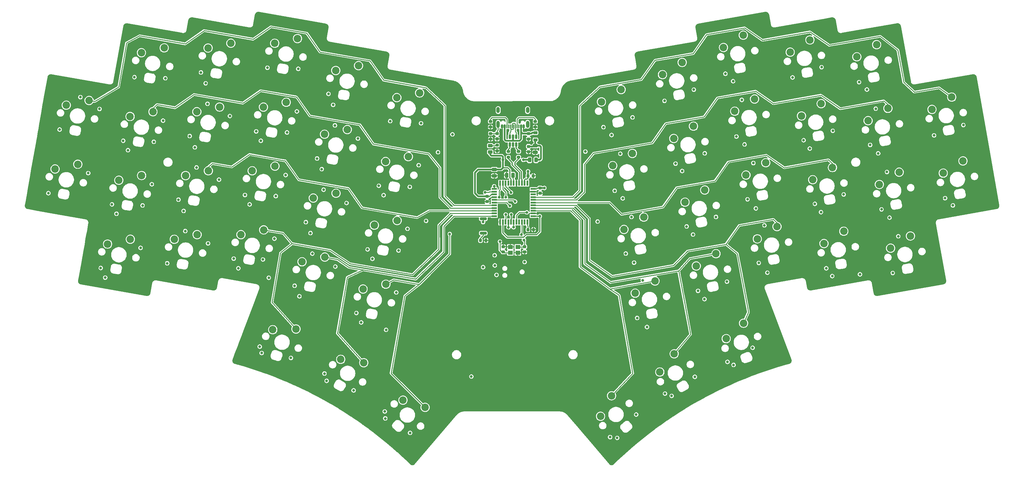
<source format=gbr>
%TF.GenerationSoftware,KiCad,Pcbnew,8.0.5*%
%TF.CreationDate,2024-10-09T17:31:37+02:00*%
%TF.ProjectId,phnx,70686e78-2e6b-4696-9361-645f70636258,A*%
%TF.SameCoordinates,Original*%
%TF.FileFunction,Copper,L1,Top*%
%TF.FilePolarity,Positive*%
%FSLAX46Y46*%
G04 Gerber Fmt 4.6, Leading zero omitted, Abs format (unit mm)*
G04 Created by KiCad (PCBNEW 8.0.5) date 2024-10-09 17:31:37*
%MOMM*%
%LPD*%
G01*
G04 APERTURE LIST*
G04 Aperture macros list*
%AMRoundRect*
0 Rectangle with rounded corners*
0 $1 Rounding radius*
0 $2 $3 $4 $5 $6 $7 $8 $9 X,Y pos of 4 corners*
0 Add a 4 corners polygon primitive as box body*
4,1,4,$2,$3,$4,$5,$6,$7,$8,$9,$2,$3,0*
0 Add four circle primitives for the rounded corners*
1,1,$1+$1,$2,$3*
1,1,$1+$1,$4,$5*
1,1,$1+$1,$6,$7*
1,1,$1+$1,$8,$9*
0 Add four rect primitives between the rounded corners*
20,1,$1+$1,$2,$3,$4,$5,0*
20,1,$1+$1,$4,$5,$6,$7,0*
20,1,$1+$1,$6,$7,$8,$9,0*
20,1,$1+$1,$8,$9,$2,$3,0*%
G04 Aperture macros list end*
%TA.AperFunction,SMDPad,CuDef*%
%ADD10RoundRect,0.225000X-0.250000X0.225000X-0.250000X-0.225000X0.250000X-0.225000X0.250000X0.225000X0*%
%TD*%
%TA.AperFunction,ComponentPad*%
%ADD11C,2.200000*%
%TD*%
%TA.AperFunction,SMDPad,CuDef*%
%ADD12RoundRect,0.250000X0.250000X0.475000X-0.250000X0.475000X-0.250000X-0.475000X0.250000X-0.475000X0*%
%TD*%
%TA.AperFunction,SMDPad,CuDef*%
%ADD13RoundRect,0.200000X-0.275000X0.200000X-0.275000X-0.200000X0.275000X-0.200000X0.275000X0.200000X0*%
%TD*%
%TA.AperFunction,SMDPad,CuDef*%
%ADD14RoundRect,0.225000X0.250000X-0.225000X0.250000X0.225000X-0.250000X0.225000X-0.250000X-0.225000X0*%
%TD*%
%TA.AperFunction,SMDPad,CuDef*%
%ADD15RoundRect,0.250000X-0.475000X0.250000X-0.475000X-0.250000X0.475000X-0.250000X0.475000X0.250000X0*%
%TD*%
%TA.AperFunction,SMDPad,CuDef*%
%ADD16RoundRect,0.150000X0.150000X-0.512500X0.150000X0.512500X-0.150000X0.512500X-0.150000X-0.512500X0*%
%TD*%
%TA.AperFunction,SMDPad,CuDef*%
%ADD17R,1.400000X1.200000*%
%TD*%
%TA.AperFunction,SMDPad,CuDef*%
%ADD18RoundRect,0.225000X-0.225000X-0.250000X0.225000X-0.250000X0.225000X0.250000X-0.225000X0.250000X0*%
%TD*%
%TA.AperFunction,SMDPad,CuDef*%
%ADD19RoundRect,0.218750X-0.381250X0.218750X-0.381250X-0.218750X0.381250X-0.218750X0.381250X0.218750X0*%
%TD*%
%TA.AperFunction,SMDPad,CuDef*%
%ADD20RoundRect,0.243750X-0.456250X0.243750X-0.456250X-0.243750X0.456250X-0.243750X0.456250X0.243750X0*%
%TD*%
%TA.AperFunction,SMDPad,CuDef*%
%ADD21RoundRect,0.243750X0.243750X0.456250X-0.243750X0.456250X-0.243750X-0.456250X0.243750X-0.456250X0*%
%TD*%
%TA.AperFunction,SMDPad,CuDef*%
%ADD22RoundRect,0.200000X-0.800000X0.200000X-0.800000X-0.200000X0.800000X-0.200000X0.800000X0.200000X0*%
%TD*%
%TA.AperFunction,SMDPad,CuDef*%
%ADD23RoundRect,0.200000X-0.200000X-0.275000X0.200000X-0.275000X0.200000X0.275000X-0.200000X0.275000X0*%
%TD*%
%TA.AperFunction,SMDPad,CuDef*%
%ADD24R,0.550000X1.500000*%
%TD*%
%TA.AperFunction,SMDPad,CuDef*%
%ADD25R,1.500000X0.550000*%
%TD*%
%TA.AperFunction,SMDPad,CuDef*%
%ADD26RoundRect,0.150000X0.150000X0.425000X-0.150000X0.425000X-0.150000X-0.425000X0.150000X-0.425000X0*%
%TD*%
%TA.AperFunction,SMDPad,CuDef*%
%ADD27RoundRect,0.075000X0.075000X0.500000X-0.075000X0.500000X-0.075000X-0.500000X0.075000X-0.500000X0*%
%TD*%
%TA.AperFunction,ComponentPad*%
%ADD28O,1.000000X2.100000*%
%TD*%
%TA.AperFunction,ComponentPad*%
%ADD29O,1.000000X1.800000*%
%TD*%
%TA.AperFunction,ViaPad*%
%ADD30C,0.800000*%
%TD*%
%TA.AperFunction,Conductor*%
%ADD31C,0.250000*%
%TD*%
%TA.AperFunction,Conductor*%
%ADD32C,0.300000*%
%TD*%
%TA.AperFunction,Conductor*%
%ADD33C,0.500000*%
%TD*%
G04 APERTURE END LIST*
D10*
%TO.P,C6,1*%
%TO.N,/ESD & Power Filtering/5V*%
X201496100Y-125931644D03*
%TO.P,C6,2*%
%TO.N,GND*%
X201496100Y-127481644D03*
%TD*%
D11*
%TO.P,SW452,1,1*%
%TO.N,/Keyboard Matrix/COL_12*%
X337973880Y-96739093D03*
%TO.P,SW452,2,2*%
%TO.N,Net-(D452-A)*%
X332161417Y-100343171D03*
%TD*%
%TO.P,SW412,1,1*%
%TO.N,/Keyboard Matrix/COL_3*%
X116272317Y-137167808D03*
%TO.P,SW412,2,2*%
%TO.N,Net-(D412-A)*%
X109577721Y-138566554D03*
%TD*%
%TO.P,SW442,1,1*%
%TO.N,/Keyboard Matrix/COL_9*%
X276804336Y-163228990D03*
%TO.P,SW442,2,2*%
%TO.N,Net-(D442-A)*%
X271706019Y-167787638D03*
%TD*%
%TO.P,SW420,1,1*%
%TO.N,/Keyboard Matrix/COL_5*%
X157101489Y-125023216D03*
%TO.P,SW420,2,2*%
%TO.N,Net-(D420-A)*%
X150406893Y-126421962D03*
%TD*%
%TO.P,SW422,1,1*%
%TO.N,/Keyboard Matrix/COL_5*%
X165256459Y-174846032D03*
%TO.P,SW422,2,2*%
%TO.N,Net-(D422-A)*%
X158487197Y-173870737D03*
%TD*%
D10*
%TO.P,C10,1*%
%TO.N,GND*%
X206249998Y-140725002D03*
%TO.P,C10,2*%
%TO.N,XTAL1*%
X206250002Y-142274998D03*
%TD*%
D12*
%TO.P,C9,1*%
%TO.N,Net-(U1-UCAP)*%
X209096099Y-119706644D03*
%TO.P,C9,2*%
%TO.N,GND*%
X207196099Y-119706644D03*
%TD*%
D13*
%TO.P,R1,1*%
%TO.N,Earth*%
X202491026Y-107426525D03*
%TO.P,R1,2*%
%TO.N,GND*%
X202491026Y-109076525D03*
%TD*%
D11*
%TO.P,SW405,1,1*%
%TO.N,/Keyboard Matrix/COL_2*%
X106608721Y-82268193D03*
%TO.P,SW405,2,2*%
%TO.N,Net-(D405-A)*%
X99914125Y-83666939D03*
%TD*%
%TO.P,SW445,1,1*%
%TO.N,/Keyboard Matrix/COL_10*%
X302940347Y-117431732D03*
%TO.P,SW445,2,2*%
%TO.N,Net-(D445-A)*%
X297127884Y-121035810D03*
%TD*%
D14*
%TO.P,C11,1*%
%TO.N,GND*%
X212500002Y-142274998D03*
%TO.P,C11,2*%
%TO.N,XTAL2*%
X212499998Y-140725002D03*
%TD*%
D11*
%TO.P,SW407,1,1*%
%TO.N,/Keyboard Matrix/COL_2*%
X99992727Y-119789365D03*
%TO.P,SW407,2,2*%
%TO.N,Net-(D407-A)*%
X93298131Y-121188111D03*
%TD*%
%TO.P,SW441,1,1*%
%TO.N,/Keyboard Matrix/COL_9*%
X286660759Y-134810169D03*
%TO.P,SW441,2,2*%
%TO.N,Net-(D441-A)*%
X280848296Y-138414247D03*
%TD*%
%TO.P,SW453,1,1*%
%TO.N,/Keyboard Matrix/COL_12*%
X341281880Y-115499678D03*
%TO.P,SW453,2,2*%
%TO.N,Net-(D453-A)*%
X335469417Y-119103756D03*
%TD*%
%TO.P,SW432,1,1*%
%TO.N,/Keyboard Matrix/COL_7*%
X238028982Y-184563351D03*
%TO.P,SW432,2,2*%
%TO.N,Net-(D432-A)*%
X234797281Y-190590806D03*
%TD*%
%TO.P,SW402,1,1*%
%TO.N,/Keyboard Matrix/COL_1*%
X84546052Y-97721564D03*
%TO.P,SW402,2,2*%
%TO.N,Net-(D402-A)*%
X77851456Y-99120310D03*
%TD*%
D13*
%TO.P,R3,1*%
%TO.N,/ESD & Power Filtering/D+*%
X207700000Y-112731644D03*
%TO.P,R3,2*%
%TO.N,/Microcontroller/MCU_D+*%
X207700000Y-114381644D03*
%TD*%
D11*
%TO.P,SW446,1,1*%
%TO.N,/Keyboard Matrix/COL_10*%
X306248345Y-136192321D03*
%TO.P,SW446,2,2*%
%TO.N,Net-(D446-A)*%
X300435882Y-139796399D03*
%TD*%
D15*
%TO.P,C8,1*%
%TO.N,/ESD & Power Filtering/5V*%
X203596100Y-118006644D03*
%TO.P,C8,2*%
%TO.N,GND*%
X203596100Y-119906644D03*
%TD*%
D16*
%TO.P,U2,1,I/O1*%
%TO.N,/ESD & Power Filtering/D+*%
X208146100Y-110706644D03*
%TO.P,U2,2,GND*%
%TO.N,GND*%
X209096100Y-110706644D03*
%TO.P,U2,3,I/O2*%
%TO.N,/ESD & Power Filtering/D-*%
X210046100Y-110706644D03*
%TO.P,U2,4,I/O2*%
%TO.N,/ESD & Power Filtering/CONN_D-*%
X210046100Y-108431644D03*
%TO.P,U2,5,VBUS*%
%TO.N,/ESD & Power Filtering/VBUS*%
X209096100Y-108431644D03*
%TO.P,U2,6,I/O1*%
%TO.N,/ESD & Power Filtering/CONN_D+*%
X208146100Y-108431644D03*
%TD*%
D17*
%TO.P,Y2,1,1*%
%TO.N,XTAL2*%
X210499998Y-140800000D03*
%TO.P,Y2,2,2*%
%TO.N,GND*%
X208299999Y-140799999D03*
%TO.P,Y2,3,3*%
%TO.N,XTAL1*%
X208300002Y-142500000D03*
%TO.P,Y2,4,4*%
%TO.N,GND*%
X210500001Y-142500001D03*
%TD*%
D13*
%TO.P,R2,1*%
%TO.N,Net-(J1-CC1)*%
X215646100Y-103881644D03*
%TO.P,R2,2*%
%TO.N,GND*%
X215646100Y-105531644D03*
%TD*%
D18*
%TO.P,C7,1*%
%TO.N,/ESD & Power Filtering/5V*%
X213496100Y-119906644D03*
%TO.P,C7,2*%
%TO.N,GND*%
X215046100Y-119906644D03*
%TD*%
D11*
%TO.P,SW433,1,1*%
%TO.N,/Keyboard Matrix/COL_8*%
X258803176Y-86526552D03*
%TO.P,SW433,2,2*%
%TO.N,Net-(D433-A)*%
X252990713Y-90130630D03*
%TD*%
%TO.P,SW428,1,1*%
%TO.N,/Keyboard Matrix/COL_7*%
X240869588Y-94524696D03*
%TO.P,SW428,2,2*%
%TO.N,Net-(D428-A)*%
X235057125Y-98128774D03*
%TD*%
%TO.P,SW424,1,1*%
%TO.N,/Keyboard Matrix/COL_6*%
X178343074Y-114260771D03*
%TO.P,SW424,2,2*%
%TO.N,Net-(D424-A)*%
X171648478Y-115659517D03*
%TD*%
%TO.P,SW416,1,1*%
%TO.N,/Keyboard Matrix/COL_4*%
X135859903Y-135785657D03*
%TO.P,SW416,2,2*%
%TO.N,Net-(D416-A)*%
X129165307Y-137184403D03*
%TD*%
%TO.P,SW443,1,1*%
%TO.N,/Keyboard Matrix/COL_10*%
X296324352Y-79910558D03*
%TO.P,SW443,2,2*%
%TO.N,Net-(D443-A)*%
X290511889Y-83514636D03*
%TD*%
D13*
%TO.P,R5,1*%
%TO.N,Net-(J1-CC2)*%
X202471100Y-103881644D03*
%TO.P,R5,2*%
%TO.N,GND*%
X202471100Y-105531644D03*
%TD*%
D19*
%TO.P,FB1,1*%
%TO.N,/ESD & Power Filtering/VBUS*%
X215687500Y-107187500D03*
%TO.P,FB1,2*%
%TO.N,/ESD & Power Filtering/5V_FUSE*%
X215687500Y-109312500D03*
%TD*%
D11*
%TO.P,SW437,1,1*%
%TO.N,/Keyboard Matrix/COL_8*%
X256452869Y-172220072D03*
%TO.P,SW437,2,2*%
%TO.N,Net-(D437-A)*%
X252223608Y-177594777D03*
%TD*%
%TO.P,SW403,1,1*%
%TO.N,/Keyboard Matrix/COL_1*%
X81238054Y-116482155D03*
%TO.P,SW403,2,2*%
%TO.N,Net-(D403-A)*%
X74543458Y-117880901D03*
%TD*%
%TO.P,SW406,1,1*%
%TO.N,/Keyboard Matrix/COL_2*%
X103300723Y-101028780D03*
%TO.P,SW406,2,2*%
%TO.N,Net-(D406-A)*%
X96606127Y-102427526D03*
%TD*%
D15*
%TO.P,C3,1*%
%TO.N,/ESD & Power Filtering/5V_FUSE*%
X215646100Y-111062645D03*
%TO.P,C3,2*%
%TO.N,GND*%
X215646100Y-112962645D03*
%TD*%
D11*
%TO.P,SW447,1,1*%
%TO.N,/Keyboard Matrix/COL_11*%
X315911938Y-81292705D03*
%TO.P,SW447,2,2*%
%TO.N,Net-(D447-A)*%
X310099475Y-84896783D03*
%TD*%
D20*
%TO.P,D109,1,K*%
%TO.N,Net-(D109-K)*%
X202396100Y-111019144D03*
%TO.P,D109,2,A*%
%TO.N,/ESD & Power Filtering/5V*%
X202396100Y-112894144D03*
%TD*%
D13*
%TO.P,R4,1*%
%TO.N,/ESD & Power Filtering/D-*%
X210700000Y-112731644D03*
%TO.P,R4,2*%
%TO.N,/Microcontroller/MCU_D-*%
X210700000Y-114381644D03*
%TD*%
D11*
%TO.P,SW440,1,1*%
%TO.N,/Keyboard Matrix/COL_9*%
X283352761Y-116049583D03*
%TO.P,SW440,2,2*%
%TO.N,Net-(D440-A)*%
X277540298Y-119653661D03*
%TD*%
%TO.P,SW450,1,1*%
%TO.N,/Keyboard Matrix/COL_11*%
X325835932Y-137574469D03*
%TO.P,SW450,2,2*%
%TO.N,Net-(D450-A)*%
X320023469Y-141178547D03*
%TD*%
%TO.P,SW444,1,1*%
%TO.N,/Keyboard Matrix/COL_10*%
X299632349Y-98671142D03*
%TO.P,SW444,2,2*%
%TO.N,Net-(D444-A)*%
X293819886Y-102275220D03*
%TD*%
%TO.P,SW429,1,1*%
%TO.N,/Keyboard Matrix/COL_7*%
X244177586Y-113285285D03*
%TO.P,SW429,2,2*%
%TO.N,Net-(D429-A)*%
X238365123Y-116889363D03*
%TD*%
%TO.P,SW439,1,1*%
%TO.N,/Keyboard Matrix/COL_9*%
X280044763Y-97288995D03*
%TO.P,SW439,2,2*%
%TO.N,Net-(D439-A)*%
X274232300Y-100893073D03*
%TD*%
%TO.P,SW436,1,1*%
%TO.N,/Keyboard Matrix/COL_8*%
X268727170Y-142808314D03*
%TO.P,SW436,2,2*%
%TO.N,Net-(D436-A)*%
X262914707Y-146412392D03*
%TD*%
%TO.P,SW417,1,1*%
%TO.N,/Keyboard Matrix/COL_4*%
X145351283Y-164934993D03*
%TO.P,SW417,2,2*%
%TO.N,Net-(D417-A)*%
X138515503Y-165149985D03*
%TD*%
%TO.P,SW414,1,1*%
%TO.N,/Keyboard Matrix/COL_4*%
X142475900Y-98264481D03*
%TO.P,SW414,2,2*%
%TO.N,Net-(D414-A)*%
X135781304Y-99663227D03*
%TD*%
%TO.P,SW438,1,1*%
%TO.N,/Keyboard Matrix/COL_9*%
X276736765Y-78528406D03*
%TO.P,SW438,2,2*%
%TO.N,Net-(D438-A)*%
X270924302Y-82132484D03*
%TD*%
%TO.P,SW434,1,1*%
%TO.N,/Keyboard Matrix/COL_8*%
X262111174Y-105287140D03*
%TO.P,SW434,2,2*%
%TO.N,Net-(D434-A)*%
X256298711Y-108891218D03*
%TD*%
%TO.P,SW430,1,1*%
%TO.N,/Keyboard Matrix/COL_7*%
X247485584Y-132045871D03*
%TO.P,SW430,2,2*%
%TO.N,Net-(D430-A)*%
X241673121Y-135649949D03*
%TD*%
%TO.P,SW421,1,1*%
%TO.N,/Keyboard Matrix/COL_5*%
X153793490Y-143783802D03*
%TO.P,SW421,2,2*%
%TO.N,Net-(D421-A)*%
X147098894Y-145182548D03*
%TD*%
D10*
%TO.P,C5,1*%
%TO.N,/ESD & Power Filtering/5V*%
X217056597Y-123463788D03*
%TO.P,C5,2*%
%TO.N,GND*%
X217056597Y-125013788D03*
%TD*%
D21*
%TO.P,F1,1*%
%TO.N,/ESD & Power Filtering/5V_FUSE*%
X215833600Y-115200145D03*
%TO.P,F1,2*%
%TO.N,/ESD & Power Filtering/5V*%
X213958600Y-115200145D03*
%TD*%
D10*
%TO.P,C4,1*%
%TO.N,Earth*%
X204396100Y-107478678D03*
%TO.P,C4,2*%
%TO.N,GND*%
X204396100Y-109028678D03*
%TD*%
D11*
%TO.P,SW411,1,1*%
%TO.N,/Keyboard Matrix/COL_3*%
X119580313Y-118407217D03*
%TO.P,SW411,2,2*%
%TO.N,Net-(D411-A)*%
X112885717Y-119805963D03*
%TD*%
%TO.P,SW427,1,1*%
%TO.N,/Keyboard Matrix/COL_6*%
X183269386Y-187989112D03*
%TO.P,SW427,2,2*%
%TO.N,Net-(D427-A)*%
X176772322Y-185853164D03*
%TD*%
%TO.P,SW448,1,1*%
%TO.N,/Keyboard Matrix/COL_11*%
X319219936Y-100053294D03*
%TO.P,SW448,2,2*%
%TO.N,Net-(D448-A)*%
X313407473Y-103657372D03*
%TD*%
%TO.P,SW431,1,1*%
%TO.N,/Keyboard Matrix/COL_7*%
X250793582Y-150806459D03*
%TO.P,SW431,2,2*%
%TO.N,Net-(D431-A)*%
X244981119Y-154410537D03*
%TD*%
D10*
%TO.P,C1,1*%
%TO.N,/ESD & Power Filtering/VBUS*%
X213646100Y-107487645D03*
%TO.P,C1,2*%
%TO.N,GND*%
X213646100Y-109037645D03*
%TD*%
D11*
%TO.P,SW408,1,1*%
%TO.N,/Keyboard Matrix/COL_2*%
X96684730Y-138549955D03*
%TO.P,SW408,2,2*%
%TO.N,Net-(D408-A)*%
X89990134Y-139948701D03*
%TD*%
D22*
%TO.P,SW55,1,1*%
%TO.N,RST*%
X200346100Y-132556644D03*
%TO.P,SW55,2,2*%
%TO.N,Net-(R7-Pad1)*%
X200346100Y-136756644D03*
%TD*%
D11*
%TO.P,SW435,1,1*%
%TO.N,/Keyboard Matrix/COL_8*%
X265419172Y-124047726D03*
%TO.P,SW435,2,2*%
%TO.N,Net-(D435-A)*%
X259606709Y-127651804D03*
%TD*%
D13*
%TO.P,R8,1*%
%TO.N,Net-(D109-K)*%
X204396100Y-110881644D03*
%TO.P,R8,2*%
%TO.N,GND*%
X204396100Y-112531644D03*
%TD*%
D11*
%TO.P,SW410,1,1*%
%TO.N,/Keyboard Matrix/COL_3*%
X122888310Y-99646631D03*
%TO.P,SW410,2,2*%
%TO.N,Net-(D410-A)*%
X116193714Y-101045377D03*
%TD*%
%TO.P,SW409,1,1*%
%TO.N,/Keyboard Matrix/COL_3*%
X126196308Y-80886044D03*
%TO.P,SW409,2,2*%
%TO.N,Net-(D409-A)*%
X119501712Y-82284790D03*
%TD*%
D23*
%TO.P,R7,1*%
%TO.N,Net-(R7-Pad1)*%
X199521100Y-138881644D03*
%TO.P,R7,2*%
%TO.N,GND*%
X201171100Y-138881644D03*
%TD*%
D11*
%TO.P,SW423,1,1*%
%TO.N,/Keyboard Matrix/COL_6*%
X181651073Y-95500182D03*
%TO.P,SW423,2,2*%
%TO.N,Net-(D423-A)*%
X174956477Y-96898928D03*
%TD*%
D24*
%TO.P,U1,1,PE6*%
%TO.N,unconnected-(U1-PE6-Pad1)*%
X213296100Y-122056644D03*
%TO.P,U1,2,UVCC*%
%TO.N,/ESD & Power Filtering/5V*%
X212496100Y-122056644D03*
%TO.P,U1,3,D-*%
%TO.N,/Microcontroller/MCU_D-*%
X211696100Y-122056644D03*
%TO.P,U1,4,D+*%
%TO.N,/Microcontroller/MCU_D+*%
X210896100Y-122056644D03*
%TO.P,U1,5,UGND*%
%TO.N,GND*%
X210096100Y-122056644D03*
%TO.P,U1,6,UCAP*%
%TO.N,Net-(U1-UCAP)*%
X209296100Y-122056644D03*
%TO.P,U1,7,VBUS*%
%TO.N,/ESD & Power Filtering/5V*%
X208496100Y-122056644D03*
%TO.P,U1,8,PB0*%
%TO.N,unconnected-(U1-PB0-Pad8)*%
X207696100Y-122056644D03*
%TO.P,U1,9,PB1*%
%TO.N,SCK*%
X206896100Y-122056644D03*
%TO.P,U1,10,PB2*%
%TO.N,MOSI*%
X206096100Y-122056644D03*
%TO.P,U1,11,PB3*%
%TO.N,MISO*%
X205296100Y-122056644D03*
D25*
%TO.P,U1,12,PB7*%
%TO.N,/Microcontroller/L_DOUT*%
X203596100Y-123756644D03*
%TO.P,U1,13,~{RESET}*%
%TO.N,RST*%
X203596100Y-124556644D03*
%TO.P,U1,14,VCC*%
%TO.N,/ESD & Power Filtering/5V*%
X203596100Y-125356644D03*
%TO.P,U1,15,GND*%
%TO.N,GND*%
X203596100Y-126156644D03*
%TO.P,U1,16,XTAL2*%
%TO.N,XTAL2*%
X203596100Y-126956644D03*
%TO.P,U1,17,XTAL1*%
%TO.N,XTAL1*%
X203596100Y-127756644D03*
%TO.P,U1,18,PD0*%
%TO.N,/Keyboard Matrix/COL_1*%
X203596100Y-128556644D03*
%TO.P,U1,19,PD1*%
%TO.N,/Keyboard Matrix/COL_2*%
X203596100Y-129356644D03*
%TO.P,U1,20,PD2*%
%TO.N,/Keyboard Matrix/COL_3*%
X203596100Y-130156644D03*
%TO.P,U1,21,PD3*%
%TO.N,/Keyboard Matrix/COL_4*%
X203596100Y-130956644D03*
%TO.P,U1,22,PD5*%
%TO.N,/Keyboard Matrix/COL_5*%
X203596100Y-131756644D03*
D24*
%TO.P,U1,23,GND*%
%TO.N,GND*%
X205296100Y-133456644D03*
%TO.P,U1,24,AVCC*%
%TO.N,/ESD & Power Filtering/5V*%
X206096100Y-133456644D03*
%TO.P,U1,25,PD4*%
%TO.N,/Keyboard Matrix/COL_6*%
X206896100Y-133456644D03*
%TO.P,U1,26,PD6*%
%TO.N,/Keyboard Matrix/ROW_3*%
X207696100Y-133456644D03*
%TO.P,U1,27,PD7*%
%TO.N,/Keyboard Matrix/ROW_2*%
X208496100Y-133456644D03*
%TO.P,U1,28,PB4*%
%TO.N,/Keyboard Matrix/ROW_5*%
X209296100Y-133456644D03*
%TO.P,U1,29,PB5*%
%TO.N,/Keyboard Matrix/ROW_1*%
X210096100Y-133456644D03*
%TO.P,U1,30,PB6*%
%TO.N,unconnected-(U1-PB6-Pad30)*%
X210896100Y-133456644D03*
%TO.P,U1,31,PC6*%
%TO.N,/Keyboard Matrix/ROW_4*%
X211696100Y-133456644D03*
%TO.P,U1,32,PC7*%
%TO.N,unconnected-(U1-PC7-Pad32)*%
X212496100Y-133456644D03*
%TO.P,U1,33,~{HWB}/PE2*%
%TO.N,Net-(U1-~{HWB}{slash}PE2)*%
X213296100Y-133456644D03*
D25*
%TO.P,U1,34,VCC*%
%TO.N,/ESD & Power Filtering/5V*%
X214996100Y-131756644D03*
%TO.P,U1,35,GND*%
%TO.N,GND*%
X214996100Y-130956644D03*
%TO.P,U1,36,PF7*%
%TO.N,/Keyboard Matrix/COL_7*%
X214996100Y-130156644D03*
%TO.P,U1,37,PF6*%
%TO.N,/Keyboard Matrix/COL_8*%
X214996100Y-129356644D03*
%TO.P,U1,38,PF5*%
%TO.N,/Keyboard Matrix/COL_9*%
X214996100Y-128556644D03*
%TO.P,U1,39,PF4*%
%TO.N,/Keyboard Matrix/COL_10*%
X214996100Y-127756644D03*
%TO.P,U1,40,PF1*%
%TO.N,/Keyboard Matrix/COL_11*%
X214996100Y-126956644D03*
%TO.P,U1,41,PF0*%
%TO.N,/Keyboard Matrix/COL_12*%
X214996100Y-126156644D03*
%TO.P,U1,42,AREF*%
%TO.N,unconnected-(U1-AREF-Pad42)*%
X214996100Y-125356644D03*
%TO.P,U1,43,GND*%
%TO.N,GND*%
X214996100Y-124556644D03*
%TO.P,U1,44,AVCC*%
%TO.N,/ESD & Power Filtering/5V*%
X214996100Y-123756644D03*
%TD*%
D10*
%TO.P,C2,1*%
%TO.N,/ESD & Power Filtering/5V_FUSE*%
X213646100Y-111237645D03*
%TO.P,C2,2*%
%TO.N,GND*%
X213646100Y-112787645D03*
%TD*%
D11*
%TO.P,SW418,1,1*%
%TO.N,/Keyboard Matrix/COL_5*%
X163717485Y-87502038D03*
%TO.P,SW418,2,2*%
%TO.N,Net-(D418-A)*%
X157022889Y-88900784D03*
%TD*%
D23*
%TO.P,R6,1*%
%TO.N,Net-(U1-~{HWB}{slash}PE2)*%
X213471100Y-135706644D03*
%TO.P,R6,2*%
%TO.N,GND*%
X215121100Y-135706644D03*
%TD*%
D11*
%TO.P,SW413,1,1*%
%TO.N,/Keyboard Matrix/COL_4*%
X145783895Y-79503894D03*
%TO.P,SW413,2,2*%
%TO.N,Net-(D413-A)*%
X139089299Y-80902640D03*
%TD*%
%TO.P,SW425,1,1*%
%TO.N,/Keyboard Matrix/COL_6*%
X175035076Y-133021358D03*
%TO.P,SW425,2,2*%
%TO.N,Net-(D425-A)*%
X168340480Y-134420104D03*
%TD*%
%TO.P,SW426,1,1*%
%TO.N,/Keyboard Matrix/COL_6*%
X171727080Y-151781946D03*
%TO.P,SW426,2,2*%
%TO.N,Net-(D426-A)*%
X165032484Y-153180692D03*
%TD*%
%TO.P,SW449,1,1*%
%TO.N,/Keyboard Matrix/COL_11*%
X322527934Y-118813880D03*
%TO.P,SW449,2,2*%
%TO.N,Net-(D449-A)*%
X316715471Y-122417958D03*
%TD*%
D26*
%TO.P,J1,A1,GND*%
%TO.N,GND*%
X212246100Y-105306644D03*
%TO.P,J1,A4,VBUS*%
%TO.N,/ESD & Power Filtering/VBUS*%
X211446100Y-105306644D03*
D27*
%TO.P,J1,A5,CC1*%
%TO.N,Net-(J1-CC1)*%
X210296100Y-105306644D03*
%TO.P,J1,A6,D+*%
%TO.N,/ESD & Power Filtering/CONN_D+*%
X209296100Y-105306644D03*
%TO.P,J1,A7,D-*%
%TO.N,/ESD & Power Filtering/CONN_D-*%
X208796100Y-105306644D03*
%TO.P,J1,A8,SBU1*%
%TO.N,unconnected-(J1-SBU1-PadA8)*%
X207796100Y-105306644D03*
D26*
%TO.P,J1,A9,VBUS*%
%TO.N,/ESD & Power Filtering/VBUS*%
X206646100Y-105306644D03*
%TO.P,J1,A12,GND*%
%TO.N,GND*%
X205846100Y-105306644D03*
%TO.P,J1,B1,GND*%
X205846100Y-105306644D03*
%TO.P,J1,B4,VBUS*%
%TO.N,/ESD & Power Filtering/VBUS*%
X206646100Y-105306644D03*
D27*
%TO.P,J1,B5,CC2*%
%TO.N,Net-(J1-CC2)*%
X207296100Y-105306644D03*
%TO.P,J1,B6,D+*%
%TO.N,/ESD & Power Filtering/CONN_D+*%
X208296100Y-105306644D03*
%TO.P,J1,B7,D-*%
%TO.N,/ESD & Power Filtering/CONN_D-*%
X209796100Y-105306644D03*
%TO.P,J1,B8,SBU2*%
%TO.N,unconnected-(J1-SBU2-PadB8)*%
X210796100Y-105306644D03*
D26*
%TO.P,J1,B9,VBUS*%
%TO.N,/ESD & Power Filtering/VBUS*%
X211446100Y-105306644D03*
%TO.P,J1,B12,GND*%
%TO.N,GND*%
X212246100Y-105306644D03*
D28*
%TO.P,J1,S1,SHIELD*%
%TO.N,Earth*%
X213366100Y-104731644D03*
D29*
X213366100Y-100551644D03*
D28*
X204726100Y-104731644D03*
D29*
X204726100Y-100551644D03*
%TD*%
D11*
%TO.P,SW415,1,1*%
%TO.N,/Keyboard Matrix/COL_4*%
X139167902Y-117025069D03*
%TO.P,SW415,2,2*%
%TO.N,Net-(D415-A)*%
X132473306Y-118423815D03*
%TD*%
%TO.P,SW419,1,1*%
%TO.N,/Keyboard Matrix/COL_5*%
X160409487Y-106262625D03*
%TO.P,SW419,2,2*%
%TO.N,Net-(D419-A)*%
X153714891Y-107661371D03*
%TD*%
D30*
%TO.N,GND*%
X142480137Y-118665214D03*
X213146100Y-131645840D03*
X339297013Y-128386126D03*
X242303886Y-126314486D03*
X244000000Y-101700000D03*
X204250000Y-148000000D03*
X145762301Y-99950793D03*
X208515771Y-130215505D03*
X265546100Y-157145837D03*
X153900000Y-118100000D03*
X270483523Y-90041683D03*
X296777708Y-128307083D03*
X249446100Y-164145837D03*
X116420608Y-89306436D03*
X118348010Y-98531273D03*
X263946100Y-142745837D03*
X196846100Y-179912665D03*
X208115848Y-151131952D03*
X236954770Y-195978741D03*
X122883745Y-120033051D03*
X104560472Y-110066495D03*
X274746100Y-91845837D03*
X263246100Y-94345837D03*
X313014569Y-110974257D03*
X317346100Y-113045837D03*
X271769043Y-173663739D03*
X93579329Y-131252933D03*
X176439329Y-142092399D03*
X319656612Y-148643155D03*
X259108808Y-134949127D03*
X103158617Y-121378293D03*
X119780897Y-92852277D03*
X216398249Y-130920066D03*
X74904302Y-106102111D03*
X126058839Y-144061955D03*
X245965967Y-190825217D03*
X132657469Y-106639260D03*
X275246100Y-97745837D03*
X150543985Y-114616411D03*
X189500000Y-137000000D03*
X205996100Y-126156644D03*
X87735296Y-99227414D03*
X211595899Y-139523031D03*
X293478392Y-109595737D03*
X335037376Y-126630630D03*
X213546100Y-117545837D03*
X135956786Y-87927915D03*
X203546100Y-121945834D03*
X211900000Y-110900000D03*
X96884433Y-90684954D03*
X206250000Y-139250000D03*
X204750000Y-143250000D03*
X266379957Y-113008948D03*
X300746100Y-87745837D03*
X86986487Y-146818996D03*
X170874007Y-192039751D03*
X260138529Y-118114564D03*
X205096172Y-115182677D03*
X234667072Y-105749787D03*
X252597002Y-98018837D03*
X284805418Y-148237555D03*
X113314128Y-130391171D03*
X240146100Y-147345837D03*
X246207262Y-150751570D03*
X314046100Y-94345837D03*
X237966386Y-124461134D03*
X204750000Y-146250000D03*
X307210761Y-125145049D03*
X210546100Y-126745837D03*
X101259594Y-128786297D03*
X191300000Y-106600000D03*
X238937454Y-197642619D03*
X312003047Y-148724264D03*
X263336394Y-136846032D03*
X281446100Y-129345837D03*
X135822246Y-143498946D03*
X139146100Y-137345837D03*
X200905568Y-123773170D03*
X168676704Y-122636977D03*
X84468934Y-118095195D03*
X276995331Y-126971973D03*
X153452517Y-179704241D03*
X181579117Y-115773285D03*
X255852906Y-116483982D03*
X209546100Y-124745837D03*
X143675309Y-107352166D03*
X206600000Y-101600000D03*
X199250000Y-146750000D03*
X170817830Y-165003428D03*
X80982527Y-96555889D03*
X212096063Y-116194860D03*
X208960912Y-128096150D03*
X209100000Y-113600000D03*
X146972180Y-88651796D03*
X210528548Y-106466613D03*
X106460860Y-102667493D03*
X281953731Y-134647684D03*
X253186076Y-183102938D03*
X165463732Y-163250132D03*
X163661298Y-107931060D03*
X211200000Y-101600000D03*
X153838570Y-95618342D03*
X300120435Y-147264633D03*
X297656788Y-111502165D03*
X263444595Y-178489021D03*
X269704070Y-131837110D03*
X207721100Y-125449535D03*
X280422980Y-170117499D03*
X320688719Y-132039541D03*
X172070340Y-125791871D03*
X206946100Y-130245834D03*
X183446100Y-134145837D03*
X116613442Y-111679822D03*
X174997761Y-153199444D03*
X99877304Y-140093146D03*
X93585117Y-109396304D03*
X113121293Y-108017781D03*
X160374320Y-126897602D03*
X239021068Y-107697292D03*
X145350522Y-155104091D03*
X254818788Y-185120342D03*
X172110809Y-188455467D03*
X136007355Y-109756543D03*
X129391359Y-147259172D03*
X331781474Y-108165485D03*
X290222487Y-91130592D03*
X205600000Y-109000000D03*
X157052929Y-145605004D03*
X221300000Y-131300000D03*
X199200000Y-133495837D03*
X129358153Y-125350608D03*
X162078075Y-160059669D03*
X134885063Y-172965659D03*
X207600000Y-106500000D03*
X111823241Y-135966989D03*
X316357296Y-129931807D03*
X183052873Y-104595617D03*
X137510891Y-148884003D03*
X245646100Y-145245837D03*
X309758665Y-92509112D03*
X219296031Y-123444689D03*
X165377391Y-141348326D03*
X90285803Y-128107653D03*
X206200000Y-110900000D03*
X278105199Y-110525256D03*
X262451537Y-153906677D03*
X280294645Y-145683321D03*
X304026652Y-106508157D03*
X300958969Y-130209925D03*
X150600000Y-137000000D03*
X314646100Y-100345837D03*
X71604987Y-124813457D03*
X242846100Y-132145837D03*
X335016797Y-109869287D03*
X210546766Y-137170168D03*
X109821979Y-126729130D03*
X152455455Y-123787669D03*
X115122555Y-117255642D03*
X178276502Y-134484005D03*
X168760376Y-144549482D03*
X244565018Y-161883829D03*
X336059162Y-109693632D03*
X179543512Y-194750298D03*
X317952508Y-118964934D03*
X321283487Y-137857575D03*
X278709168Y-116379428D03*
X135083337Y-169149386D03*
X241222290Y-142926280D03*
X143945353Y-152039108D03*
X209000000Y-103400000D03*
X272125363Y-151997802D03*
X213546100Y-124545837D03*
X179752181Y-123315228D03*
X149138773Y-142597493D03*
X119646100Y-138745837D03*
X209346100Y-136045837D03*
X90268534Y-150012217D03*
X207503563Y-136015982D03*
X147244670Y-133327760D03*
X140384221Y-126021146D03*
X304157404Y-148950423D03*
X107176688Y-90216558D03*
X157300000Y-99200000D03*
X212500000Y-146250003D03*
X126052805Y-101299243D03*
X132688173Y-128557236D03*
X154202749Y-177176004D03*
X155789500Y-104879360D03*
X212400000Y-106600000D03*
X342378274Y-104772462D03*
X272913364Y-175782905D03*
X273739426Y-108506828D03*
X161715130Y-183837194D03*
X143446100Y-174445837D03*
X234146100Y-134345837D03*
X171979710Y-103626571D03*
X96954380Y-112545635D03*
X239629807Y-113591740D03*
X106522661Y-145440479D03*
%TO.N,/ESD & Power Filtering/5V*%
X206096100Y-115194858D03*
X260093620Y-134775480D03*
X169661515Y-122810625D03*
X212096099Y-115194858D03*
X130342962Y-125524254D03*
X271468332Y-89868037D03*
X294463201Y-109422089D03*
X237610352Y-196733867D03*
X171427817Y-189185894D03*
X238951197Y-124287486D03*
X310743475Y-92335464D03*
X148229478Y-133501408D03*
X253581813Y-97845187D03*
X117405415Y-89480085D03*
X107507470Y-145614127D03*
X272092444Y-174610004D03*
X235651883Y-105576138D03*
X166362200Y-141521973D03*
X136941592Y-88101562D03*
X153694367Y-178037140D03*
X133642276Y-106812910D03*
X301105243Y-147090985D03*
X281279454Y-145509675D03*
X75889113Y-106275761D03*
X245549828Y-161710179D03*
X163062884Y-160233320D03*
X114106101Y-108191429D03*
X94569925Y-109569952D03*
X173007471Y-103796449D03*
X332766283Y-107991835D03*
X291207298Y-90956942D03*
X151528796Y-114790060D03*
X336022187Y-126456981D03*
X274724235Y-108333180D03*
X110806786Y-126902778D03*
X72589796Y-124987110D03*
X144930166Y-152212758D03*
X297762516Y-128133435D03*
X218296100Y-123456644D03*
X154874614Y-95784678D03*
X256837715Y-116310332D03*
X263436347Y-153733027D03*
X320641419Y-148469508D03*
X97869239Y-90858604D03*
X242207100Y-142752629D03*
X127043646Y-144235603D03*
X253733620Y-183939719D03*
X317342105Y-129758158D03*
X213496100Y-118556644D03*
X87971293Y-146992646D03*
X91270610Y-128281299D03*
X313999377Y-110800608D03*
X216946100Y-131756644D03*
X277980137Y-126798325D03*
X212500000Y-145250000D03*
X134679489Y-170122255D03*
%TO.N,/Keyboard Matrix/ROW_1*%
X213146100Y-130645837D03*
%TO.N,/Keyboard Matrix/ROW_2*%
X208546100Y-131245837D03*
X187046100Y-112945837D03*
X230346100Y-112745837D03*
%TO.N,/Keyboard Matrix/ROW_3*%
X233946100Y-133345837D03*
X207746100Y-135045837D03*
X183546100Y-133145837D03*
%TO.N,/Keyboard Matrix/ROW_4*%
X211571100Y-137145837D03*
%TO.N,/Keyboard Matrix/ROW_5*%
X196846100Y-178912662D03*
X209246100Y-134995837D03*
%TO.N,/Microcontroller/L_DOUT*%
X82000000Y-96750000D03*
X203546100Y-122945837D03*
%TO.N,/LED Matrix Left Side/DOUT*%
X244200000Y-102700000D03*
X191300000Y-107700000D03*
%TO.N,RST*%
X200300000Y-133495837D03*
X204250000Y-149025305D03*
X200296100Y-146750000D03*
X200907788Y-124773170D03*
%TO.N,SCK*%
X203696100Y-143256644D03*
X208480336Y-124798716D03*
X203750000Y-146250000D03*
%TO.N,MOSI*%
X206996100Y-126156644D03*
%TO.N,MISO*%
X204996100Y-126156644D03*
%TO.N,/Keyboard Matrix/COL_6*%
X190500000Y-137000000D03*
X206946100Y-131245837D03*
%TO.N,Net-(D402-A)*%
X87618781Y-100220605D03*
%TO.N,Net-(D403-A)*%
X84293416Y-119079673D03*
%TO.N,Net-(D406-A)*%
X106275714Y-103650207D03*
%TO.N,Net-(D407-A)*%
X102976401Y-122361554D03*
%TO.N,Net-(D408-A)*%
X99677085Y-141072900D03*
%TO.N,Net-(D410-A)*%
X125910371Y-102289050D03*
%TO.N,Net-(D411-A)*%
X122709537Y-121017762D03*
%TO.N,Net-(D412-A)*%
X119508703Y-139746472D03*
%TO.N,Net-(D414-A)*%
X145594268Y-100936577D03*
%TO.N,Net-(D415-A)*%
X142294954Y-119647921D03*
%TO.N,Net-(D416-A)*%
X138995638Y-138359271D03*
%TO.N,Net-(D419-A)*%
X163530028Y-108922409D03*
%TO.N,Net-(D420-A)*%
X160187302Y-127879961D03*
%TO.N,Net-(D421-A)*%
X156887984Y-146591309D03*
%TO.N,Net-(D424-A)*%
X181391183Y-116755469D03*
%TO.N,Net-(D425-A)*%
X178091867Y-135466815D03*
%TO.N,Net-(D426-A)*%
X174792551Y-154178165D03*
%TO.N,Net-(D528-DOUT)*%
X240608022Y-113384136D03*
X238041108Y-107896503D03*
%TO.N,Net-(D530-DOUT)*%
X244657104Y-145417682D03*
X247196543Y-150605528D03*
%TO.N,Net-(D532-DOUT)*%
X262500000Y-179000000D03*
X239684156Y-196977456D03*
%TO.N,Net-(D505-DIN)*%
X106949569Y-91190428D03*
X95974555Y-112345761D03*
%TO.N,Net-(D507-DIN)*%
X89286776Y-149822071D03*
X100277079Y-128600099D03*
%TO.N,Net-(D506-DIN)*%
X103576393Y-109888753D03*
X92601378Y-131044086D03*
%TO.N,Net-(D510-DOUT)*%
X116107366Y-117429290D03*
X115628633Y-111506173D03*
%TO.N,Net-(D512-DOUT)*%
X143840099Y-173456371D03*
X137337245Y-149868812D03*
%TO.N,Net-(D513-DIN)*%
X145997303Y-88429042D03*
X135022285Y-109584379D03*
%TO.N,Net-(D511-DOUT)*%
X112808052Y-136140640D03*
X112329316Y-130217523D03*
%TO.N,Net-(D515-DIN)*%
X128408304Y-147075857D03*
X139398672Y-125851739D03*
%TO.N,Net-(D514-DIN)*%
X131722971Y-128295723D03*
X142697988Y-107140394D03*
%TO.N,Net-(D519-DOUT)*%
X153440263Y-123961316D03*
X152905032Y-117926696D03*
%TO.N,Net-(D516-DIN)*%
X135250000Y-172000000D03*
X135631573Y-144480601D03*
%TO.N,Net-(D521-DOUT)*%
X146328495Y-155312836D03*
X162262674Y-183000413D03*
%TO.N,Net-(D523-DIN)*%
X182065782Y-104435443D03*
X171090766Y-125590776D03*
%TO.N,Net-(D520-DOUT)*%
X149588354Y-136736525D03*
X150123582Y-142771144D03*
%TO.N,Net-(D524-DIN)*%
X167791450Y-144302123D03*
X178766466Y-123146789D03*
%TO.N,Net-(D522-DOUT)*%
X154331877Y-180180401D03*
X178849326Y-195500000D03*
%TO.N,Net-(D525-DIN)*%
X164492137Y-163013473D03*
X175467153Y-141858138D03*
%TO.N,Net-(D526-DIN)*%
X171801008Y-165186088D03*
X171555558Y-191250000D03*
%TO.N,Net-(D509-DOUT)*%
X118797592Y-92670297D03*
X119332823Y-98704922D03*
%TO.N,Net-(D518-DOUT)*%
X156774309Y-105053005D03*
X156239077Y-99018386D03*
%TO.N,Net-(D529-DOUT)*%
X243889971Y-131997000D03*
X241323057Y-126509371D03*
%TO.N,Net-(D531-DOUT)*%
X248453274Y-164359169D03*
X245275210Y-190102128D03*
%TO.N,Net-(D533-DIN)*%
X258765867Y-118466858D03*
X262215058Y-94545916D03*
%TO.N,Net-(D535-DIN)*%
X268715210Y-131985976D03*
X265333171Y-156140218D03*
%TO.N,Net-(D534-DIN)*%
X265415893Y-113274628D03*
X261965867Y-137166858D03*
%TO.N,Net-(D539-DOUT)*%
X279680374Y-116141178D03*
X277113460Y-110653548D03*
%TO.N,Net-(D536-DIN)*%
X255679922Y-184611960D03*
X271943517Y-151014471D03*
%TO.N,Net-(D541-DOUT)*%
X283815023Y-148375843D03*
X279484691Y-170463356D03*
%TO.N,Net-(D538-DOUT)*%
X273733028Y-92058045D03*
X276299943Y-97545676D03*
%TO.N,Net-(D543-DIN)*%
X299736235Y-87929921D03*
X296265867Y-111866858D03*
%TO.N,Net-(D540-DOUT)*%
X280430140Y-129463376D03*
X282934849Y-134454261D03*
%TO.N,Net-(D545-DIN)*%
X302865867Y-149366858D03*
X306236384Y-125369979D03*
%TO.N,Net-(D542-DOUT)*%
X311012359Y-148860437D03*
X273876515Y-175513936D03*
%TO.N,Net-(D544-DIN)*%
X303035549Y-106641269D03*
X299565867Y-130566858D03*
%TO.N,Net-(D548-DOUT)*%
X318932322Y-118765008D03*
X316365409Y-113277381D03*
%TO.N,Net-(D547-DOUT)*%
X315650373Y-100152143D03*
X313057411Y-94516792D03*
%TO.N,Net-(D549-DOUT)*%
X322266367Y-137673318D03*
X319699454Y-132185689D03*
%TO.N,Net-(D552-DIN)*%
X338316110Y-128580635D03*
X341393701Y-104947450D03*
%TO.N,XTAL1*%
X208147085Y-128677263D03*
X205250000Y-139250000D03*
%TO.N,XTAL2*%
X209715411Y-127439846D03*
X212296100Y-138750000D03*
%TD*%
D31*
%TO.N,GND*%
X214996100Y-124556644D02*
X213556907Y-124556644D01*
X205571322Y-109028678D02*
X205600000Y-109000000D01*
X202821100Y-126156644D02*
X203596100Y-126156644D01*
X216361671Y-130956644D02*
X216398249Y-130920066D01*
D32*
X212246100Y-105306644D02*
X212246100Y-106446100D01*
D31*
X210096100Y-122056644D02*
X210096100Y-124195837D01*
X213556907Y-124556644D02*
X213546100Y-124545837D01*
D32*
X212246100Y-106446100D02*
X212400000Y-106600000D01*
D31*
X209096100Y-113596100D02*
X209100000Y-113600000D01*
D32*
X205846100Y-108753900D02*
X205600000Y-109000000D01*
D31*
X209096100Y-110706644D02*
X209096100Y-113596100D01*
X204396100Y-109028678D02*
X205571322Y-109028678D01*
X201496100Y-127481644D02*
X202821100Y-126156644D01*
X214996100Y-130956644D02*
X216361671Y-130956644D01*
D32*
X205846100Y-105306644D02*
X205846100Y-108753900D01*
D31*
X210096100Y-124195837D02*
X209546100Y-124745837D01*
D33*
%TO.N,/ESD & Power Filtering/VBUS*%
X206996100Y-109556644D02*
X206646100Y-109206644D01*
X206646100Y-109206644D02*
X206646100Y-105306644D01*
X209096100Y-109556644D02*
X206996100Y-109556644D01*
X209096100Y-109556644D02*
X210996100Y-109556644D01*
X211446100Y-107006644D02*
X211927101Y-107487645D01*
X209096100Y-108431644D02*
X209096100Y-109556644D01*
X214465099Y-107487645D02*
X214746100Y-107206644D01*
X211927101Y-107487645D02*
X213646100Y-107487645D01*
X213646100Y-107487645D02*
X214465099Y-107487645D01*
X214746100Y-107206644D02*
X215646099Y-107206644D01*
X210996100Y-109556644D02*
X211446100Y-109106644D01*
X211446100Y-107006644D02*
X211446100Y-105306644D01*
X211446100Y-109106644D02*
X211446100Y-107006644D01*
%TO.N,/ESD & Power Filtering/5V_FUSE*%
X215646100Y-111062646D02*
X217002102Y-111062646D01*
X217296100Y-114856644D02*
X216952599Y-115200145D01*
X215646099Y-109331644D02*
X215646100Y-111062646D01*
X213646100Y-111237645D02*
X215471101Y-111237645D01*
X217002102Y-111062646D02*
X217296100Y-111356644D01*
X217296100Y-111356644D02*
X217296100Y-114856644D01*
X216952599Y-115200145D02*
X215833601Y-115200145D01*
X215471101Y-111237645D02*
X215646100Y-111062646D01*
D31*
%TO.N,Earth*%
X202491026Y-107426525D02*
X204343947Y-107426525D01*
X204396100Y-107478678D02*
X204396100Y-106703900D01*
X204343947Y-107426525D02*
X204396100Y-107478678D01*
X204396100Y-106703900D02*
X204726100Y-106373900D01*
X204726100Y-106373900D02*
X204726100Y-104731644D01*
D33*
%TO.N,/ESD & Power Filtering/5V*%
X198846099Y-118006645D02*
X197896100Y-118956644D01*
X206096100Y-114256644D02*
X205796100Y-113956644D01*
D32*
X202796100Y-125356644D02*
X202221100Y-125931644D01*
X212496100Y-121106644D02*
X212746063Y-120856681D01*
D33*
X206096100Y-115194858D02*
X206096100Y-114256644D01*
X197896100Y-124956644D02*
X198871100Y-125931644D01*
D32*
X216996100Y-136256644D02*
X216046100Y-137206644D01*
D33*
X205646099Y-118006645D02*
X198846099Y-118006645D01*
D32*
X207556907Y-117556644D02*
X206096100Y-117556644D01*
D33*
X202696100Y-113956644D02*
X202396100Y-113656644D01*
X202396100Y-113656644D02*
X202396100Y-112894145D01*
D32*
X208496100Y-120828523D02*
X208146099Y-120478522D01*
D33*
X205796100Y-113956644D02*
X202696100Y-113956644D01*
X213958599Y-115200145D02*
X212101386Y-115200145D01*
D32*
X212246100Y-137945837D02*
X207385293Y-137945837D01*
X216946100Y-131756644D02*
X214996100Y-131756644D01*
X212496100Y-122056644D02*
X212496100Y-121106644D01*
X203596100Y-125356644D02*
X202796100Y-125356644D01*
X206096100Y-136656644D02*
X206096100Y-133456644D01*
D33*
X206096100Y-117556644D02*
X205646099Y-118006645D01*
X197896100Y-118956644D02*
X197896100Y-124956644D01*
D32*
X213196063Y-120856681D02*
X213496100Y-120556644D01*
D33*
X198871100Y-125931644D02*
X201496100Y-125931644D01*
D32*
X202221100Y-125931644D02*
X201496100Y-125931644D01*
D33*
X206096100Y-115194858D02*
X206096100Y-117556644D01*
D32*
X216996100Y-131806644D02*
X216996100Y-136256644D01*
X214996100Y-123756644D02*
X216046100Y-123756644D01*
X212985293Y-137206644D02*
X212246100Y-137945837D01*
X208146099Y-118145836D02*
X207556907Y-117556644D01*
X212746063Y-120856681D02*
X213196063Y-120856681D01*
D33*
X212101386Y-115200145D02*
X212096099Y-115194858D01*
D32*
X208146099Y-120478522D02*
X208146099Y-118145836D01*
D33*
X217056597Y-123463788D02*
X218288956Y-123463788D01*
D32*
X216946100Y-131756644D02*
X216996100Y-131806644D01*
X213496100Y-120556644D02*
X213496100Y-119906644D01*
X208496100Y-122056644D02*
X208496100Y-120828523D01*
X216338956Y-123463788D02*
X217056597Y-123463788D01*
X207385293Y-137945837D02*
X206096100Y-136656644D01*
X216046100Y-123756644D02*
X216338956Y-123463788D01*
D33*
X213496100Y-119906644D02*
X213496100Y-118556644D01*
D32*
X216046100Y-137206644D02*
X212985293Y-137206644D01*
D33*
X218288956Y-123463788D02*
X218296100Y-123456644D01*
D31*
%TO.N,/Keyboard Matrix/ROW_1*%
X210096100Y-131495837D02*
X210096100Y-133456644D01*
X210946100Y-130645837D02*
X210096100Y-131495837D01*
X213146100Y-130645837D02*
X210946100Y-130645837D01*
D32*
%TO.N,/Keyboard Matrix/ROW_2*%
X208546100Y-133406644D02*
X208496100Y-133456644D01*
X208546100Y-131245837D02*
X208546100Y-133406644D01*
%TO.N,/Keyboard Matrix/ROW_3*%
X207746100Y-133506644D02*
X207696100Y-133456644D01*
X207746100Y-135045837D02*
X207746100Y-133506644D01*
D31*
%TO.N,/Keyboard Matrix/ROW_4*%
X211696100Y-137020837D02*
X211696100Y-133456644D01*
X211571100Y-137145837D02*
X211696100Y-137020837D01*
%TO.N,/Keyboard Matrix/ROW_5*%
X209296100Y-133456644D02*
X209296100Y-134945837D01*
X209296100Y-134945837D02*
X209246100Y-134995837D01*
%TO.N,/Microcontroller/L_DOUT*%
X203596100Y-123756644D02*
X203596100Y-122995837D01*
X203596100Y-122995837D02*
X203546100Y-122945837D01*
%TO.N,/ESD & Power Filtering/CONN_D-*%
X208796100Y-105306644D02*
X208796100Y-104663880D01*
X209796100Y-106856644D02*
X210046100Y-107106644D01*
X210046100Y-107106644D02*
X210046100Y-108431644D01*
X209796100Y-105306644D02*
X209796100Y-106856644D01*
X209796100Y-104656644D02*
X209796100Y-105306644D01*
X209546100Y-104406644D02*
X209796100Y-104656644D01*
X208796100Y-104663880D02*
X209053336Y-104406644D01*
X209053336Y-104406644D02*
X209546100Y-104406644D01*
%TO.N,/ESD & Power Filtering/CONN_D+*%
X208396100Y-106363880D02*
X208553336Y-106206644D01*
X208296100Y-105306644D02*
X208296100Y-105949408D01*
X209296100Y-105949408D02*
X209296100Y-105306644D01*
X209038864Y-106206644D02*
X209296100Y-105949408D01*
X208396100Y-106856644D02*
X208396100Y-106363880D01*
X208146100Y-107106644D02*
X208396100Y-106856644D01*
X208399718Y-106053026D02*
X208553336Y-106206644D01*
X208146100Y-108431644D02*
X208146100Y-107106644D01*
X208553336Y-106206644D02*
X209038864Y-106206644D01*
X208296100Y-105949408D02*
X208399718Y-106053026D01*
%TO.N,RST*%
X202146100Y-124556644D02*
X203596100Y-124556644D01*
X200300000Y-133495837D02*
X200346100Y-133449737D01*
X200962748Y-124718210D02*
X201984534Y-124718210D01*
X200346100Y-133449737D02*
X200346100Y-132556644D01*
X200907788Y-124773170D02*
X200962748Y-124718210D01*
X201984534Y-124718210D02*
X202146100Y-124556644D01*
%TO.N,SCK*%
X206896100Y-122956644D02*
X206896100Y-122056644D01*
X208480336Y-124798716D02*
X208480336Y-124540880D01*
X208480336Y-124540880D02*
X206896100Y-122956644D01*
%TO.N,MOSI*%
X206996100Y-126156644D02*
X206996100Y-124756644D01*
X206996100Y-124756644D02*
X206096100Y-123856644D01*
X206096100Y-123856644D02*
X206096100Y-122056644D01*
%TO.N,MISO*%
X204996100Y-126156644D02*
X204996100Y-124256644D01*
X205296100Y-123956644D02*
X205296100Y-122056644D01*
X204996100Y-124256644D02*
X205296100Y-123956644D01*
D32*
%TO.N,/ESD & Power Filtering/D+*%
X208146100Y-111706644D02*
X208146100Y-110706644D01*
X207700000Y-112152744D02*
X208146100Y-111706644D01*
X207700000Y-112731644D02*
X207700000Y-112152744D01*
%TO.N,/ESD & Power Filtering/D-*%
X210700000Y-112731644D02*
X210700000Y-112460544D01*
X210700000Y-112460544D02*
X210046100Y-111806644D01*
X210046100Y-110706644D02*
X210046100Y-111806644D01*
D31*
%TO.N,/Keyboard Matrix/COL_2*%
X145500494Y-96707817D02*
X134963049Y-94849784D01*
X115371805Y-95964737D02*
X109811217Y-99858302D01*
X190756907Y-129356644D02*
X203596100Y-129356644D01*
X187600000Y-126199737D02*
X190756907Y-129356644D01*
X134963049Y-94849784D02*
X129750000Y-98500000D01*
X168042377Y-110532198D02*
X164067695Y-104855764D01*
X104521981Y-98931317D02*
X103327045Y-99989036D01*
X184242462Y-113388712D02*
X168042377Y-110532198D01*
X103327045Y-99989036D02*
X103327045Y-101122394D01*
X187600000Y-117500000D02*
X184242462Y-113388712D01*
X129750000Y-98500000D02*
X115371805Y-95964737D01*
X109811217Y-99858302D02*
X104521981Y-98931317D01*
X164067695Y-104855764D02*
X149394059Y-102268406D01*
X187600000Y-117500000D02*
X187600000Y-126199737D01*
X149394059Y-102268406D02*
X145500494Y-96707817D01*
%TO.N,/Keyboard Matrix/COL_3*%
X146083156Y-121036037D02*
X142189591Y-115475448D01*
X180931559Y-132156343D02*
X164731474Y-129299829D01*
X160756792Y-123623395D02*
X146083156Y-121036037D01*
X119580313Y-117273859D02*
X119580313Y-118407217D01*
X184500000Y-130156644D02*
X180931559Y-132156343D01*
X120750000Y-116264490D02*
X119580313Y-117273859D01*
X131652146Y-113617415D02*
X126439097Y-117267631D01*
X203596100Y-130156644D02*
X184500000Y-130156644D01*
X126439097Y-117267631D02*
X120750000Y-116264490D01*
X142189591Y-115475448D02*
X131652146Y-113617415D01*
X164731474Y-129299829D02*
X160756792Y-123623395D01*
%TO.N,/Keyboard Matrix/COL_4*%
X144134817Y-139836642D02*
X141500000Y-136750000D01*
X190756907Y-130956644D02*
X190746100Y-130945837D01*
X141500000Y-136750000D02*
X135859903Y-135785657D01*
X140785182Y-142547276D02*
X144169999Y-139839999D01*
X179528483Y-148939949D02*
X161250000Y-145750000D01*
X190746100Y-130945837D02*
X187246100Y-134445837D01*
X145378229Y-165048016D02*
X138295246Y-157113497D01*
X187250000Y-141500000D02*
X179528483Y-148939949D01*
X203596100Y-130956644D02*
X190756907Y-130956644D01*
X187246100Y-134445837D02*
X187250000Y-141500000D01*
X138295246Y-157113497D02*
X140785182Y-142547276D01*
X161250000Y-145750000D02*
X155387277Y-141820755D01*
X155387277Y-141820755D02*
X144134817Y-139836642D01*
X146028585Y-78817024D02*
X144932720Y-79328034D01*
%TO.N,/Keyboard Matrix/COL_5*%
X188746100Y-134745837D02*
X191735293Y-131756644D01*
X160892821Y-146832396D02*
X157500000Y-144500000D01*
X188746100Y-142250000D02*
X188746100Y-142253900D01*
X165256459Y-174846032D02*
X157500000Y-166250000D01*
X157500000Y-166250000D02*
X160371429Y-149750000D01*
X188746100Y-142250000D02*
X188746100Y-134745837D01*
X180500000Y-150250000D02*
X160892821Y-146832396D01*
X191735293Y-131756644D02*
X203596100Y-131756644D01*
X188746100Y-142253900D02*
X180500000Y-150250000D01*
X160371429Y-149750000D02*
X165000000Y-147558611D01*
X157500000Y-144500000D02*
X153793490Y-143783802D01*
%TO.N,/Keyboard Matrix/COL_6*%
X181522315Y-151829100D02*
X177250000Y-155250000D01*
X173250000Y-178000000D02*
X183269386Y-187989112D01*
X206946100Y-131245837D02*
X206946100Y-133406644D01*
X206946100Y-133406644D02*
X206896100Y-133456644D01*
X171727080Y-151781946D02*
X174000000Y-150500000D01*
X177250000Y-155250000D02*
X173250000Y-178000000D01*
X174000000Y-150500000D02*
X181522315Y-151829100D01*
X190500000Y-142851415D02*
X181522315Y-151829100D01*
X190500000Y-137000000D02*
X190500000Y-142851415D01*
%TO.N,/Keyboard Matrix/COL_7*%
X228800000Y-132900000D02*
X228800000Y-146700000D01*
X250793582Y-150806459D02*
X242500000Y-152250000D01*
X228800000Y-146700000D02*
X237571684Y-153178316D01*
X214996100Y-130156644D02*
X226056644Y-130156644D01*
X240250000Y-155000000D02*
X237571684Y-153178316D01*
X226056644Y-130156644D02*
X228800000Y-132900000D01*
X242500000Y-152250000D02*
X237571684Y-153178316D01*
X238028982Y-184563351D02*
X244250000Y-178000000D01*
X244250000Y-178000000D02*
X240250000Y-155000000D01*
%TO.N,/Keyboard Matrix/COL_8*%
X230146100Y-132746100D02*
X230146100Y-145745837D01*
X257750000Y-147860979D02*
X261250000Y-166500000D01*
X230146100Y-145745837D02*
X237750000Y-151250000D01*
X226756644Y-129356644D02*
X230146100Y-132746100D01*
X261250000Y-166500000D02*
X256452869Y-172220072D01*
X261000000Y-144250000D02*
X257750000Y-147860979D01*
X268727170Y-142808314D02*
X261000000Y-144250000D01*
X214996100Y-129356644D02*
X226756644Y-129356644D01*
X237750000Y-151250000D02*
X257750000Y-147860979D01*
%TO.N,/Keyboard Matrix/COL_9*%
X231500000Y-132400000D02*
X231500000Y-144700000D01*
X260362723Y-142026836D02*
X271615183Y-140042723D01*
X256250000Y-146250000D02*
X260362723Y-142026836D01*
X271615183Y-140042723D02*
X275508748Y-134482136D01*
X278250000Y-160000000D02*
X276804336Y-163228990D01*
X286694935Y-133770703D02*
X286694935Y-134904061D01*
X238250000Y-149456081D02*
X256250000Y-146250000D01*
X275508748Y-134482136D02*
X285499999Y-132712984D01*
X227656644Y-128556644D02*
X231500000Y-132400000D01*
X275000000Y-142750000D02*
X278250000Y-160000000D01*
X214996100Y-128556644D02*
X227656644Y-128556644D01*
X285499999Y-132712984D02*
X286694935Y-133770703D01*
X271615183Y-140042723D02*
X275000000Y-142750000D01*
X231500000Y-144700000D02*
X238250000Y-149456081D01*
%TO.N,/Keyboard Matrix/COL_10*%
X237499985Y-127756644D02*
X240951690Y-131208349D01*
X253174989Y-129053053D02*
X257149671Y-123376618D01*
X214996100Y-127756644D02*
X237499985Y-127756644D01*
X257149671Y-123376618D02*
X268402131Y-121392505D01*
X301730212Y-115203425D02*
X302925148Y-116261144D01*
X268402131Y-121392505D02*
X272295696Y-115831918D01*
X283536948Y-113849782D02*
X288750000Y-117500000D01*
X288750000Y-117500000D02*
X301730212Y-115203425D01*
X240951690Y-131208349D02*
X253174989Y-129053053D01*
X272295696Y-115831918D02*
X283536948Y-113849782D01*
X302925148Y-116261144D02*
X302925148Y-117394502D01*
%TO.N,/Keyboard Matrix/COL_11*%
X237785368Y-112367499D02*
X250008667Y-110212203D01*
X232750000Y-113250000D02*
X237785368Y-112367499D01*
X250008667Y-110212203D02*
X253983349Y-104535768D01*
X269129374Y-96991068D02*
X280370626Y-95008932D01*
X318025000Y-97862217D02*
X319219936Y-98919936D01*
X319219936Y-98919936D02*
X319219936Y-100053294D01*
X305184401Y-100130633D02*
X318025000Y-97862217D01*
X227735293Y-126956644D02*
X230046100Y-124645837D01*
X265235809Y-102551655D02*
X269129374Y-96991068D01*
X253983349Y-104535768D02*
X265235809Y-102551655D01*
X285583678Y-98659150D02*
X299562695Y-96194272D01*
X230046100Y-116500000D02*
X232750000Y-113250000D01*
X280370626Y-95008932D02*
X285583678Y-98659150D01*
X214996100Y-126956644D02*
X227735293Y-126956644D01*
X299562695Y-96194272D02*
X305184401Y-100130633D01*
X230046100Y-124645837D02*
X230046100Y-116500000D01*
%TO.N,/Keyboard Matrix/COL_12*%
X323874389Y-92426537D02*
X327000000Y-95250000D01*
X282378387Y-80034293D02*
X296357404Y-77569415D01*
X277165335Y-76384075D02*
X282378387Y-80034293D01*
X226685293Y-126156644D02*
X228680151Y-124161786D01*
X322136648Y-82871525D02*
X323874389Y-92426537D01*
X334250000Y-94000000D02*
X337973880Y-96739093D01*
X228680151Y-99250000D02*
X234580077Y-93742642D01*
X228680151Y-124161786D02*
X228680151Y-99250000D01*
X214996100Y-126156644D02*
X226685293Y-126156644D01*
X234580077Y-93742642D02*
X246803376Y-91587346D01*
X250778058Y-85910911D02*
X262030518Y-83926798D01*
X246803376Y-91587346D02*
X250778058Y-85910911D01*
X301979110Y-81505776D02*
X316973811Y-78874659D01*
X296357404Y-77569415D02*
X301979110Y-81505776D01*
X316973811Y-78874659D02*
X322136648Y-82871525D01*
X327000000Y-95250000D02*
X334250000Y-94000000D01*
X265924083Y-78366211D02*
X277165335Y-76384075D01*
X262030518Y-83926798D02*
X265924083Y-78366211D01*
%TO.N,/Keyboard Matrix/COL_1*%
X93250000Y-93750000D02*
X89500000Y-96000000D01*
X132751126Y-79706519D02*
X118372931Y-77171256D01*
X86250000Y-98000000D02*
X84546052Y-97721564D01*
X118372931Y-77171256D02*
X112812343Y-81064821D01*
X167068821Y-86062283D02*
X152395185Y-83474925D01*
X148501620Y-77914336D02*
X137964175Y-76056303D01*
X89500000Y-96000000D02*
X86250000Y-98000000D01*
X191756907Y-128556644D02*
X189068698Y-125868435D01*
X137964175Y-76056303D02*
X132751126Y-79706519D01*
X203596100Y-128556644D02*
X191756907Y-128556644D01*
X95533378Y-80786512D02*
X93250000Y-93750000D01*
X112812343Y-81064821D02*
X99379428Y-78707765D01*
X183500000Y-94000000D02*
X171043503Y-91738717D01*
X99379428Y-78707765D02*
X95533378Y-80786512D01*
X189068698Y-99250000D02*
X183500000Y-94000000D01*
X171043503Y-91738717D02*
X167068821Y-86062283D01*
X189068698Y-125868435D02*
X189068698Y-99250000D01*
X152395185Y-83474925D02*
X148501620Y-77914336D01*
%TO.N,Net-(R7-Pad1)*%
X200346100Y-137353900D02*
X199521100Y-138178900D01*
X199521100Y-138178900D02*
X199521100Y-138881644D01*
X200346100Y-136756644D02*
X200346100Y-137353900D01*
%TO.N,Net-(U1-~{HWB}{slash}PE2)*%
X213471100Y-134731644D02*
X213471100Y-135706644D01*
X213296100Y-133456644D02*
X213296100Y-134556644D01*
X213296100Y-134556644D02*
X213471100Y-134731644D01*
D32*
%TO.N,/Microcontroller/MCU_D+*%
X208846100Y-116660198D02*
X211046100Y-118860198D01*
X211046100Y-118860198D02*
X211046100Y-120781643D01*
X210896100Y-120931643D02*
X210896100Y-122056644D01*
X211046100Y-120781643D02*
X210896100Y-120931643D01*
X207700000Y-114853900D02*
X208846100Y-116000000D01*
X207700000Y-114381644D02*
X207700000Y-114853900D01*
X208846100Y-116000000D02*
X208846100Y-116660198D01*
%TO.N,/Microcontroller/MCU_D-*%
X209646505Y-116753495D02*
X211546100Y-118653090D01*
X211546100Y-118653090D02*
X211546100Y-120781643D01*
X210700000Y-114381644D02*
X210700000Y-114900000D01*
X209646505Y-115953495D02*
X209646505Y-116753495D01*
X210700000Y-114900000D02*
X209646505Y-115953495D01*
X211696100Y-120931643D02*
X211696100Y-122056644D01*
X211546100Y-120781643D02*
X211696100Y-120931643D01*
D31*
%TO.N,Net-(J1-CC1)*%
X215646100Y-103206644D02*
X215646100Y-103881644D01*
X210796100Y-102756644D02*
X215196100Y-102756644D01*
X210296100Y-105306644D02*
X210296100Y-103256644D01*
X210296100Y-103256644D02*
X210796100Y-102756644D01*
X215196100Y-102756644D02*
X215646100Y-103206644D01*
%TO.N,Net-(J1-CC2)*%
X206796100Y-102756644D02*
X202896100Y-102756644D01*
X202896100Y-102756644D02*
X202471100Y-103181644D01*
X202471100Y-103181644D02*
X202471100Y-103881644D01*
X207296100Y-103256644D02*
X206796100Y-102756644D01*
X207296100Y-105306644D02*
X207296100Y-103256644D01*
%TO.N,Net-(D109-K)*%
X202396100Y-111019143D02*
X204258601Y-111019143D01*
X204258601Y-111019143D02*
X204396100Y-110881644D01*
%TO.N,Net-(U1-UCAP)*%
X209296100Y-122056644D02*
X209296100Y-121006644D01*
X209096100Y-120806644D02*
X209096100Y-119706644D01*
X209296100Y-121006644D02*
X209096100Y-120806644D01*
%TO.N,XTAL1*%
X205250000Y-141750000D02*
X205774998Y-142274998D01*
X207226466Y-127756644D02*
X203596100Y-127756644D01*
X206475004Y-142500000D02*
X206250002Y-142274998D01*
X205250000Y-139250000D02*
X205250000Y-141750000D01*
X208147085Y-128677263D02*
X207226466Y-127756644D01*
X208300002Y-142500000D02*
X206475004Y-142500000D01*
X205774998Y-142274998D02*
X206250002Y-142274998D01*
%TO.N,XTAL2*%
X210499998Y-140800000D02*
X212425000Y-140800000D01*
X212296100Y-138750000D02*
X212499998Y-139060542D01*
X209715411Y-127439846D02*
X209232209Y-126956644D01*
X212499998Y-139060542D02*
X212499998Y-140725002D01*
X212425000Y-140800000D02*
X212499998Y-140725002D01*
X209232209Y-126956644D02*
X203596100Y-126956644D01*
%TD*%
%TA.AperFunction,Conductor*%
%TO.N,GND*%
G36*
X226616784Y-129751829D02*
G01*
X226637426Y-129768463D01*
X229734281Y-132865318D01*
X229767766Y-132926641D01*
X229770600Y-132952999D01*
X229770600Y-145720104D01*
X229769943Y-145732851D01*
X229767507Y-145756413D01*
X229767507Y-145756416D01*
X229769039Y-145765973D01*
X229770600Y-145785588D01*
X229770600Y-145795274D01*
X229776733Y-145818164D01*
X229779395Y-145830636D01*
X229783144Y-145854037D01*
X229783148Y-145854049D01*
X229787101Y-145862886D01*
X229793683Y-145881419D01*
X229796190Y-145890775D01*
X229805251Y-145906470D01*
X229808039Y-145911298D01*
X229813842Y-145922663D01*
X229823518Y-145944293D01*
X229823519Y-145944296D01*
X229829629Y-145951814D01*
X229840784Y-145968015D01*
X229845623Y-145976396D01*
X229845626Y-145976401D01*
X229862375Y-145993149D01*
X229870925Y-146002627D01*
X229885876Y-146021024D01*
X229893719Y-146026701D01*
X229908691Y-146039465D01*
X229915538Y-146046312D01*
X229936056Y-146058158D01*
X229946759Y-146065094D01*
X237483542Y-151520673D01*
X237489405Y-151525488D01*
X237492266Y-151527520D01*
X237492268Y-151527522D01*
X237530784Y-151554876D01*
X237531566Y-151555436D01*
X237569866Y-151583160D01*
X237569868Y-151583160D01*
X237569961Y-151583228D01*
X237570939Y-151583746D01*
X237571886Y-151584252D01*
X237572780Y-151584735D01*
X237572878Y-151584771D01*
X237572879Y-151584772D01*
X237617225Y-151601248D01*
X237618163Y-151601602D01*
X237662233Y-151618431D01*
X237662234Y-151618431D01*
X237662331Y-151618468D01*
X237663392Y-151618711D01*
X237664437Y-151618955D01*
X237665457Y-151619197D01*
X237665556Y-151619206D01*
X237665558Y-151619207D01*
X237680453Y-151620610D01*
X237712505Y-151623630D01*
X237713587Y-151623736D01*
X237760580Y-151628593D01*
X237760667Y-151628602D01*
X237761577Y-151628569D01*
X237762629Y-151628535D01*
X237763885Y-151628499D01*
X237763992Y-151628480D01*
X237763994Y-151628481D01*
X237810528Y-151620595D01*
X237811475Y-151620439D01*
X237858207Y-151612954D01*
X237858210Y-151612952D01*
X237861672Y-151612398D01*
X237869068Y-151610675D01*
X246472845Y-150152756D01*
X246542231Y-150160963D01*
X246596165Y-150205381D01*
X246617523Y-150271906D01*
X246609504Y-150318984D01*
X246560306Y-150448709D01*
X246541265Y-150605527D01*
X246541265Y-150605528D01*
X246560305Y-150762346D01*
X246597880Y-150861421D01*
X246616323Y-150910051D01*
X246629226Y-150928744D01*
X246655633Y-150967002D01*
X246677516Y-151033357D01*
X246660050Y-151101009D01*
X246608782Y-151148478D01*
X246574846Y-151159605D01*
X242491768Y-151870286D01*
X242480433Y-151871583D01*
X242479073Y-151871839D01*
X242479072Y-151871839D01*
X242456020Y-151876181D01*
X242433896Y-151880348D01*
X242432210Y-151880653D01*
X242385552Y-151888774D01*
X242374466Y-151891542D01*
X237716196Y-152768991D01*
X237646672Y-152762056D01*
X237619578Y-152746881D01*
X232530759Y-148988539D01*
X229225833Y-146547689D01*
X229183601Y-146492027D01*
X229175500Y-146447943D01*
X229175500Y-132850566D01*
X229175499Y-132850562D01*
X229173020Y-132841312D01*
X229164874Y-132810910D01*
X229163706Y-132806552D01*
X229151338Y-132760390D01*
X229151338Y-132760391D01*
X229149910Y-132755063D01*
X229149910Y-132755062D01*
X229100475Y-132669438D01*
X229030562Y-132599525D01*
X226374862Y-129943825D01*
X226341377Y-129882502D01*
X226346361Y-129812810D01*
X226388233Y-129756877D01*
X226453697Y-129732460D01*
X226462543Y-129732144D01*
X226549745Y-129732144D01*
X226616784Y-129751829D01*
G37*
%TD.AperFunction*%
%TA.AperFunction,Conductor*%
G36*
X210596423Y-134457144D02*
G01*
X211196600Y-134457144D01*
X211263639Y-134476829D01*
X211309394Y-134529633D01*
X211320600Y-134581144D01*
X211320600Y-136467698D01*
X211300915Y-136534737D01*
X211254227Y-136577494D01*
X211198861Y-136606553D01*
X211198860Y-136606554D01*
X211082804Y-136709370D01*
X211080616Y-136711308D01*
X210990881Y-136841312D01*
X210990880Y-136841313D01*
X210934862Y-136989018D01*
X210915822Y-137145836D01*
X210915822Y-137145837D01*
X210934863Y-137302655D01*
X210963197Y-137377366D01*
X210968564Y-137447029D01*
X210935417Y-137508535D01*
X210874278Y-137542357D01*
X210847255Y-137545337D01*
X207602548Y-137545337D01*
X207535509Y-137525652D01*
X207514867Y-137509018D01*
X206532919Y-136527070D01*
X206499434Y-136465747D01*
X206496600Y-136439389D01*
X206496600Y-134581144D01*
X206516285Y-134514105D01*
X206569089Y-134468350D01*
X206620600Y-134457144D01*
X207125766Y-134457144D01*
X207192805Y-134476829D01*
X207238560Y-134529633D01*
X207248504Y-134598791D01*
X207227816Y-134651584D01*
X207165881Y-134741312D01*
X207165880Y-134741313D01*
X207109862Y-134889018D01*
X207090822Y-135045836D01*
X207090822Y-135045837D01*
X207109862Y-135202655D01*
X207164622Y-135347043D01*
X207165880Y-135350360D01*
X207255617Y-135480367D01*
X207373860Y-135585120D01*
X207373862Y-135585121D01*
X207513734Y-135658533D01*
X207667114Y-135696337D01*
X207667115Y-135696337D01*
X207825085Y-135696337D01*
X207978465Y-135658533D01*
X208037442Y-135627579D01*
X208118340Y-135585120D01*
X208236583Y-135480367D01*
X208326320Y-135350360D01*
X208382337Y-135202655D01*
X208384132Y-135195373D01*
X208387350Y-135196166D01*
X208409003Y-135145693D01*
X208466892Y-135106569D01*
X208536743Y-135104952D01*
X208596379Y-135141357D01*
X208620512Y-135180735D01*
X208642708Y-135239261D01*
X208665880Y-135300360D01*
X208755617Y-135430367D01*
X208873860Y-135535120D01*
X208873862Y-135535121D01*
X209013734Y-135608533D01*
X209167114Y-135646337D01*
X209167115Y-135646337D01*
X209325085Y-135646337D01*
X209478465Y-135608533D01*
X209618340Y-135535120D01*
X209736583Y-135430367D01*
X209826320Y-135300360D01*
X209882337Y-135152655D01*
X209901378Y-134995837D01*
X209898606Y-134973003D01*
X209882337Y-134839018D01*
X209858240Y-134775480D01*
X209826320Y-134691314D01*
X209799659Y-134652689D01*
X209798896Y-134651583D01*
X209777014Y-134585229D01*
X209794480Y-134517577D01*
X209845748Y-134470108D01*
X209900947Y-134457144D01*
X210395776Y-134457144D01*
X210471908Y-134442000D01*
X210520292Y-134442000D01*
X210596423Y-134457144D01*
G37*
%TD.AperFunction*%
%TA.AperFunction,Conductor*%
G36*
X205809271Y-124102092D02*
G01*
X205820302Y-124111883D01*
X206584281Y-124875862D01*
X206617766Y-124937185D01*
X206620600Y-124963543D01*
X206620600Y-125564440D01*
X206600915Y-125631479D01*
X206578827Y-125657255D01*
X206505618Y-125722112D01*
X206415881Y-125852119D01*
X206415880Y-125852120D01*
X206359862Y-125999825D01*
X206340822Y-126156643D01*
X206340822Y-126156644D01*
X206359863Y-126313462D01*
X206397678Y-126413173D01*
X206403045Y-126482836D01*
X206369897Y-126544342D01*
X206308759Y-126578164D01*
X206281736Y-126581144D01*
X205710464Y-126581144D01*
X205643425Y-126561459D01*
X205597670Y-126508655D01*
X205587726Y-126439497D01*
X205594522Y-126413173D01*
X205607898Y-126377902D01*
X205632337Y-126313462D01*
X205651378Y-126156644D01*
X205650870Y-126152456D01*
X205632337Y-125999825D01*
X205605662Y-125929490D01*
X205576320Y-125852121D01*
X205486583Y-125722114D01*
X205480461Y-125716690D01*
X205413373Y-125657255D01*
X205376246Y-125598066D01*
X205371600Y-125564440D01*
X205371600Y-124463543D01*
X205391285Y-124396504D01*
X205407919Y-124375862D01*
X205501637Y-124282144D01*
X205596574Y-124187207D01*
X205596575Y-124187206D01*
X205625236Y-124137562D01*
X205675799Y-124089349D01*
X205744406Y-124076125D01*
X205809271Y-124102092D01*
G37*
%TD.AperFunction*%
%TA.AperFunction,Conductor*%
G36*
X207406691Y-117976829D02*
G01*
X207427333Y-117993463D01*
X207709280Y-118275410D01*
X207742765Y-118336733D01*
X207745599Y-118363091D01*
X207745599Y-118631110D01*
X207725914Y-118698149D01*
X207673110Y-118743904D01*
X207603952Y-118753848D01*
X207578267Y-118747292D01*
X207553481Y-118738047D01*
X207553471Y-118738045D01*
X207493943Y-118731644D01*
X207321099Y-118731644D01*
X207321099Y-120681644D01*
X207493927Y-120681644D01*
X207493943Y-120681643D01*
X207553471Y-120675242D01*
X207553479Y-120675240D01*
X207655752Y-120637094D01*
X207725444Y-120632109D01*
X207786767Y-120665593D01*
X207806473Y-120691274D01*
X207825619Y-120724435D01*
X207825621Y-120724437D01*
X207945647Y-120844463D01*
X207979132Y-120905786D01*
X207974148Y-120975478D01*
X207932276Y-121031411D01*
X207866812Y-121055828D01*
X207857966Y-121056144D01*
X207396426Y-121056144D01*
X207320290Y-121071288D01*
X207271910Y-121071288D01*
X207195774Y-121056144D01*
X206596426Y-121056144D01*
X206520290Y-121071288D01*
X206471910Y-121071288D01*
X206395774Y-121056144D01*
X205796426Y-121056144D01*
X205720290Y-121071288D01*
X205671910Y-121071288D01*
X205595774Y-121056144D01*
X204996426Y-121056144D01*
X204996423Y-121056144D01*
X204923364Y-121070676D01*
X204923360Y-121070677D01*
X204840499Y-121126043D01*
X204785133Y-121208904D01*
X204785132Y-121208908D01*
X204770600Y-121281965D01*
X204770600Y-122831322D01*
X204785132Y-122904379D01*
X204785133Y-122904383D01*
X204785134Y-122904384D01*
X204840499Y-122987245D01*
X204865488Y-123003942D01*
X204910294Y-123057551D01*
X204920600Y-123107045D01*
X204920600Y-123749745D01*
X204900915Y-123816784D01*
X204884281Y-123837426D01*
X204808281Y-123913426D01*
X204746958Y-123946911D01*
X204677266Y-123941927D01*
X204621333Y-123900055D01*
X204596916Y-123834591D01*
X204596600Y-123825745D01*
X204596600Y-123456967D01*
X204596599Y-123456965D01*
X204582067Y-123383908D01*
X204582066Y-123383904D01*
X204572707Y-123369897D01*
X204526701Y-123301043D01*
X204459707Y-123256280D01*
X204443839Y-123245677D01*
X204443835Y-123245676D01*
X204370777Y-123231144D01*
X204370774Y-123231144D01*
X204306703Y-123231144D01*
X204239664Y-123211459D01*
X204193909Y-123158655D01*
X204183607Y-123092198D01*
X204201378Y-122945837D01*
X204201378Y-122945836D01*
X204182337Y-122789018D01*
X204152528Y-122710419D01*
X204126320Y-122641314D01*
X204036583Y-122511307D01*
X203918340Y-122406554D01*
X203918338Y-122406553D01*
X203918337Y-122406552D01*
X203778465Y-122333140D01*
X203625086Y-122295337D01*
X203625085Y-122295337D01*
X203467115Y-122295337D01*
X203467114Y-122295337D01*
X203313734Y-122333140D01*
X203173862Y-122406552D01*
X203160987Y-122417958D01*
X203061494Y-122506101D01*
X203055616Y-122511308D01*
X202965881Y-122641312D01*
X202965880Y-122641313D01*
X202909862Y-122789018D01*
X202890822Y-122945836D01*
X202890822Y-122945837D01*
X202909152Y-123096803D01*
X202897691Y-123165726D01*
X202850787Y-123217512D01*
X202810249Y-123233366D01*
X202748363Y-123245676D01*
X202748360Y-123245677D01*
X202665499Y-123301043D01*
X202610133Y-123383904D01*
X202610132Y-123383908D01*
X202595600Y-123456965D01*
X202595600Y-124057144D01*
X202575915Y-124124183D01*
X202523111Y-124169938D01*
X202471600Y-124181144D01*
X202096663Y-124181144D01*
X202059994Y-124190969D01*
X202059994Y-124190970D01*
X202013591Y-124203403D01*
X202001158Y-124206735D01*
X201986758Y-124215050D01*
X201986757Y-124215051D01*
X201915538Y-124256168D01*
X201915535Y-124256170D01*
X201865315Y-124306391D01*
X201803992Y-124339876D01*
X201777634Y-124342710D01*
X201449892Y-124342710D01*
X201382853Y-124323025D01*
X201367665Y-124311526D01*
X201364140Y-124308403D01*
X201280028Y-124233887D01*
X201280026Y-124233886D01*
X201280025Y-124233885D01*
X201140153Y-124160473D01*
X200986774Y-124122670D01*
X200986773Y-124122670D01*
X200828803Y-124122670D01*
X200828802Y-124122670D01*
X200675422Y-124160473D01*
X200535550Y-124233885D01*
X200479965Y-124283129D01*
X200419597Y-124336610D01*
X200417304Y-124338641D01*
X200327569Y-124468645D01*
X200327568Y-124468646D01*
X200271550Y-124616351D01*
X200252510Y-124773169D01*
X200252510Y-124773170D01*
X200271550Y-124929988D01*
X200319707Y-125056965D01*
X200327568Y-125077693D01*
X200412846Y-125201239D01*
X200417306Y-125207701D01*
X200424787Y-125214329D01*
X200461914Y-125273518D01*
X200461146Y-125343383D01*
X200422729Y-125401743D01*
X200358858Y-125430068D01*
X200342560Y-125431144D01*
X199129775Y-125431144D01*
X199062736Y-125411459D01*
X199042094Y-125394825D01*
X198432919Y-124785649D01*
X198399434Y-124724326D01*
X198396600Y-124697968D01*
X198396600Y-120204488D01*
X202621100Y-120204488D01*
X202627501Y-120264016D01*
X202627503Y-120264023D01*
X202677745Y-120398730D01*
X202677749Y-120398737D01*
X202763909Y-120513831D01*
X202763912Y-120513834D01*
X202879006Y-120599994D01*
X202879013Y-120599998D01*
X203013720Y-120650240D01*
X203013727Y-120650242D01*
X203073255Y-120656643D01*
X203073272Y-120656644D01*
X203471100Y-120656644D01*
X203721100Y-120656644D01*
X204118928Y-120656644D01*
X204118944Y-120656643D01*
X204178472Y-120650242D01*
X204178479Y-120650240D01*
X204313186Y-120599998D01*
X204313193Y-120599994D01*
X204428287Y-120513834D01*
X204428290Y-120513831D01*
X204514450Y-120398737D01*
X204514454Y-120398730D01*
X204564696Y-120264023D01*
X204564698Y-120264016D01*
X204568411Y-120229488D01*
X206446099Y-120229488D01*
X206452500Y-120289016D01*
X206452502Y-120289023D01*
X206502744Y-120423730D01*
X206502748Y-120423737D01*
X206588908Y-120538831D01*
X206588911Y-120538834D01*
X206704005Y-120624994D01*
X206704012Y-120624998D01*
X206838719Y-120675240D01*
X206838726Y-120675242D01*
X206898254Y-120681643D01*
X206898271Y-120681644D01*
X207071099Y-120681644D01*
X207071099Y-119831644D01*
X206446099Y-119831644D01*
X206446099Y-120229488D01*
X204568411Y-120229488D01*
X204571099Y-120204488D01*
X204571100Y-120204471D01*
X204571100Y-120031644D01*
X203721100Y-120031644D01*
X203721100Y-120656644D01*
X203471100Y-120656644D01*
X203471100Y-120031644D01*
X202621100Y-120031644D01*
X202621100Y-120204488D01*
X198396600Y-120204488D01*
X198396600Y-119608799D01*
X202621100Y-119608799D01*
X202621100Y-119781644D01*
X203471100Y-119781644D01*
X203721100Y-119781644D01*
X204571100Y-119781644D01*
X204571100Y-119608816D01*
X204571099Y-119608799D01*
X204564698Y-119549271D01*
X204564696Y-119549264D01*
X204514454Y-119414557D01*
X204514450Y-119414550D01*
X204428290Y-119299456D01*
X204428287Y-119299453D01*
X204313193Y-119213293D01*
X204313186Y-119213289D01*
X204234118Y-119183799D01*
X206446099Y-119183799D01*
X206446099Y-119581644D01*
X207071099Y-119581644D01*
X207071099Y-118731644D01*
X206898254Y-118731644D01*
X206838726Y-118738045D01*
X206838719Y-118738047D01*
X206704012Y-118788289D01*
X206704005Y-118788293D01*
X206588911Y-118874453D01*
X206588908Y-118874456D01*
X206502748Y-118989550D01*
X206502744Y-118989557D01*
X206452502Y-119124264D01*
X206452500Y-119124271D01*
X206446099Y-119183799D01*
X204234118Y-119183799D01*
X204178479Y-119163047D01*
X204178472Y-119163045D01*
X204118944Y-119156644D01*
X203721100Y-119156644D01*
X203721100Y-119781644D01*
X203471100Y-119781644D01*
X203471100Y-119156644D01*
X203073255Y-119156644D01*
X203013727Y-119163045D01*
X203013720Y-119163047D01*
X202879013Y-119213289D01*
X202879006Y-119213293D01*
X202763912Y-119299453D01*
X202763909Y-119299456D01*
X202677749Y-119414550D01*
X202677745Y-119414557D01*
X202627503Y-119549264D01*
X202627501Y-119549271D01*
X202621100Y-119608799D01*
X198396600Y-119608799D01*
X198396600Y-119215320D01*
X198416285Y-119148281D01*
X198432919Y-119127639D01*
X199017094Y-118543464D01*
X199078417Y-118509979D01*
X199104775Y-118507145D01*
X202621351Y-118507145D01*
X202688390Y-118526830D01*
X202720615Y-118556831D01*
X202763554Y-118614190D01*
X202787248Y-118631927D01*
X202878764Y-118700437D01*
X202878771Y-118700441D01*
X203013617Y-118750735D01*
X203013616Y-118750735D01*
X203020544Y-118751479D01*
X203073227Y-118757144D01*
X204118972Y-118757143D01*
X204178583Y-118750735D01*
X204313431Y-118700440D01*
X204428646Y-118614190D01*
X204471583Y-118556832D01*
X204527516Y-118514963D01*
X204570849Y-118507145D01*
X205711989Y-118507145D01*
X205711991Y-118507145D01*
X205839285Y-118473037D01*
X205953413Y-118407145D01*
X206367095Y-117993463D01*
X206428418Y-117959978D01*
X206454776Y-117957144D01*
X207339652Y-117957144D01*
X207406691Y-117976829D01*
G37*
%TD.AperFunction*%
%TA.AperFunction,Conductor*%
G36*
X207598504Y-106108625D02*
G01*
X207635555Y-106125903D01*
X207682961Y-106132144D01*
X207897775Y-106132143D01*
X207964815Y-106151827D01*
X207989535Y-106174567D01*
X207989879Y-106174224D01*
X207993117Y-106177462D01*
X207993556Y-106178266D01*
X207996146Y-106180649D01*
X208000568Y-106186411D01*
X207998760Y-106187797D01*
X208026602Y-106238785D01*
X208025211Y-106297234D01*
X208020600Y-106314440D01*
X208020600Y-106649745D01*
X208000915Y-106716784D01*
X207984281Y-106737426D01*
X207845627Y-106876079D01*
X207845625Y-106876081D01*
X207845625Y-106876082D01*
X207802472Y-106950826D01*
X207796190Y-106961706D01*
X207771123Y-107055258D01*
X207771120Y-107055267D01*
X207770601Y-107057202D01*
X207770600Y-107057211D01*
X207770600Y-107526889D01*
X207750915Y-107593928D01*
X207734281Y-107614570D01*
X207668054Y-107680796D01*
X207668051Y-107680801D01*
X207668050Y-107680802D01*
X207664733Y-107687312D01*
X207610452Y-107793842D01*
X207595600Y-107887619D01*
X207595600Y-107887624D01*
X207595600Y-107887625D01*
X207595600Y-108429376D01*
X207595601Y-108932144D01*
X207575917Y-108999183D01*
X207523113Y-109044938D01*
X207471601Y-109056144D01*
X207270600Y-109056144D01*
X207203561Y-109036459D01*
X207157806Y-108983655D01*
X207146600Y-108932144D01*
X207146600Y-106256143D01*
X207166285Y-106189104D01*
X207219089Y-106143349D01*
X207270597Y-106132143D01*
X207409238Y-106132143D01*
X207456645Y-106125903D01*
X207493695Y-106108625D01*
X207562772Y-106098134D01*
X207598504Y-106108625D01*
G37*
%TD.AperFunction*%
%TA.AperFunction,Conductor*%
G36*
X210598504Y-106108625D02*
G01*
X210635555Y-106125903D01*
X210682961Y-106132144D01*
X210821600Y-106132143D01*
X210888639Y-106151827D01*
X210934394Y-106204631D01*
X210945600Y-106256143D01*
X210945600Y-108847968D01*
X210925915Y-108915007D01*
X210909281Y-108935649D01*
X210825105Y-109019825D01*
X210763782Y-109053310D01*
X210737424Y-109056144D01*
X210720600Y-109056144D01*
X210653561Y-109036459D01*
X210607806Y-108983655D01*
X210596600Y-108932144D01*
X210596599Y-107887626D01*
X210595817Y-107882691D01*
X210581746Y-107793840D01*
X210524150Y-107680802D01*
X210524146Y-107680798D01*
X210524145Y-107680796D01*
X210457919Y-107614570D01*
X210424434Y-107553247D01*
X210421600Y-107526889D01*
X210421600Y-107057211D01*
X210421598Y-107057202D01*
X210421080Y-107055267D01*
X210421077Y-107055258D01*
X210396010Y-106961706D01*
X210389728Y-106950826D01*
X210346575Y-106876082D01*
X210276662Y-106806169D01*
X210207919Y-106737426D01*
X210174434Y-106676103D01*
X210171600Y-106649745D01*
X210171600Y-106256143D01*
X210191285Y-106189104D01*
X210244089Y-106143349D01*
X210295597Y-106132143D01*
X210409238Y-106132143D01*
X210456645Y-106125903D01*
X210493695Y-106108625D01*
X210562772Y-106098134D01*
X210598504Y-106108625D01*
G37*
%TD.AperFunction*%
%TA.AperFunction,Conductor*%
G36*
X283371250Y-71660319D02*
G01*
X283377286Y-71660599D01*
X283465868Y-71666890D01*
X283477938Y-71668346D01*
X283562458Y-71682776D01*
X283574337Y-71685409D01*
X283610403Y-71695284D01*
X283657037Y-71708053D01*
X283668582Y-71711833D01*
X283748667Y-71742475D01*
X283759786Y-71747368D01*
X283836496Y-71785719D01*
X283847070Y-71791671D01*
X283919664Y-71837365D01*
X283929602Y-71844324D01*
X283997338Y-71896891D01*
X284006568Y-71904809D01*
X284068836Y-71963772D01*
X284077244Y-71972556D01*
X284133411Y-72037314D01*
X284140924Y-72046886D01*
X284190488Y-72116858D01*
X284197026Y-72127121D01*
X284239481Y-72201593D01*
X284244982Y-72212449D01*
X284281185Y-72293529D01*
X284283529Y-72299145D01*
X284299244Y-72339558D01*
X284301084Y-72344612D01*
X284314261Y-72383400D01*
X284317274Y-72393717D01*
X284327039Y-72433487D01*
X284328195Y-72438681D01*
X284334971Y-72472557D01*
X284335008Y-72472742D01*
X284335144Y-72473435D01*
X284337104Y-72483535D01*
X284337366Y-72484928D01*
X284339250Y-72495267D01*
X284339375Y-72495965D01*
X284856197Y-75427013D01*
X284858335Y-75438725D01*
X284860573Y-75450224D01*
X284867935Y-75486893D01*
X284879645Y-75534469D01*
X284895417Y-75580869D01*
X284913215Y-75626646D01*
X284913222Y-75626662D01*
X284922306Y-75647007D01*
X284953137Y-75716061D01*
X284988154Y-75777491D01*
X285001794Y-75801418D01*
X285002903Y-75802927D01*
X285058216Y-75881021D01*
X285122371Y-75954991D01*
X285122377Y-75954998D01*
X285193448Y-76022301D01*
X285193468Y-76022318D01*
X285250631Y-76066681D01*
X285256117Y-76073094D01*
X285353669Y-76134501D01*
X285441237Y-76178285D01*
X285441240Y-76178286D01*
X285441248Y-76178290D01*
X285532693Y-76213281D01*
X285627127Y-76239141D01*
X285627448Y-76239229D01*
X285629279Y-76239508D01*
X285723642Y-76255620D01*
X285821307Y-76262559D01*
X285860593Y-76263417D01*
X285870410Y-76263632D01*
X285870412Y-76263631D01*
X285870415Y-76263632D01*
X285919412Y-76262577D01*
X285919421Y-76262576D01*
X285919422Y-76262576D01*
X285968134Y-76257282D01*
X285972739Y-76256578D01*
X286005389Y-76251590D01*
X286016704Y-76249794D01*
X286027998Y-76247869D01*
X286027993Y-76247869D01*
X286028051Y-76247860D01*
X300213628Y-73746560D01*
X302747059Y-73299847D01*
X302747644Y-73299746D01*
X302757773Y-73298019D01*
X302759075Y-73297805D01*
X302762213Y-73297305D01*
X302769583Y-73296134D01*
X302804407Y-73290799D01*
X302809692Y-73290107D01*
X302850398Y-73285672D01*
X302861125Y-73284972D01*
X302902069Y-73284086D01*
X302907450Y-73284086D01*
X302950802Y-73285033D01*
X302956872Y-73285313D01*
X303045467Y-73291605D01*
X303057526Y-73293059D01*
X303142063Y-73307490D01*
X303153915Y-73310118D01*
X303236618Y-73332762D01*
X303248178Y-73336546D01*
X303328259Y-73367188D01*
X303339389Y-73372086D01*
X303416074Y-73410425D01*
X303426676Y-73416392D01*
X303499238Y-73462066D01*
X303509195Y-73469038D01*
X303540161Y-73493069D01*
X303576932Y-73521606D01*
X303586167Y-73529529D01*
X303648422Y-73588480D01*
X303656838Y-73597271D01*
X303713012Y-73662038D01*
X303720524Y-73671611D01*
X303770074Y-73741564D01*
X303776613Y-73751829D01*
X303819077Y-73826321D01*
X303824577Y-73837175D01*
X303860766Y-73918227D01*
X303863110Y-73923842D01*
X303878842Y-73964299D01*
X303880682Y-73969353D01*
X303893849Y-74008112D01*
X303896863Y-74018434D01*
X303906621Y-74058182D01*
X303907790Y-74063430D01*
X303914592Y-74097444D01*
X303914728Y-74098137D01*
X303916709Y-74108345D01*
X303916973Y-74109747D01*
X303918830Y-74119942D01*
X303918953Y-74120631D01*
X304435648Y-77050954D01*
X304437922Y-77063395D01*
X304437925Y-77063408D01*
X304440348Y-77075779D01*
X304447598Y-77111587D01*
X304451359Y-77126794D01*
X304459363Y-77159149D01*
X304459364Y-77159154D01*
X304459366Y-77159159D01*
X304463991Y-77172747D01*
X304475162Y-77205566D01*
X304492949Y-77251311D01*
X304492959Y-77251333D01*
X304494375Y-77254504D01*
X304532867Y-77340712D01*
X304581349Y-77425760D01*
X304625353Y-77487885D01*
X304637930Y-77505641D01*
X304637943Y-77505657D01*
X304702066Y-77579590D01*
X304702082Y-77579607D01*
X304773153Y-77646909D01*
X304773160Y-77646915D01*
X304788043Y-77658465D01*
X304850494Y-77706932D01*
X304933342Y-77759083D01*
X305014702Y-77799762D01*
X305018544Y-77801960D01*
X305020902Y-77802862D01*
X305020903Y-77802863D01*
X305112333Y-77837849D01*
X305206751Y-77863705D01*
X305206752Y-77863705D01*
X305206758Y-77863706D01*
X305207072Y-77863792D01*
X305208866Y-77864066D01*
X305303250Y-77880182D01*
X305400899Y-77887121D01*
X305447543Y-77888140D01*
X305449997Y-77888194D01*
X305449997Y-77888193D01*
X305449998Y-77888194D01*
X305498991Y-77887160D01*
X305513205Y-77885632D01*
X305547691Y-77881928D01*
X305547700Y-77881926D01*
X305547715Y-77881925D01*
X305584261Y-77876402D01*
X305596291Y-77874509D01*
X305608297Y-77872469D01*
X321870027Y-75008204D01*
X321870582Y-75008109D01*
X321880941Y-75006346D01*
X321882178Y-75006142D01*
X321892795Y-75004459D01*
X321892968Y-75004432D01*
X321927517Y-74999159D01*
X321932820Y-74998467D01*
X321973544Y-74994045D01*
X321984247Y-74993350D01*
X322025189Y-74992468D01*
X322030547Y-74992468D01*
X322073987Y-74993412D01*
X322079995Y-74993691D01*
X322168596Y-74999977D01*
X322180652Y-75001430D01*
X322265186Y-75015856D01*
X322277054Y-75018487D01*
X322359747Y-75041125D01*
X322371312Y-75044910D01*
X322451388Y-75075544D01*
X322462512Y-75080437D01*
X322539211Y-75118780D01*
X322549809Y-75124745D01*
X322622373Y-75170417D01*
X322632333Y-75177391D01*
X322664483Y-75202341D01*
X322700063Y-75229952D01*
X322709286Y-75237863D01*
X322767580Y-75293060D01*
X322771548Y-75296817D01*
X322779963Y-75305608D01*
X322836138Y-75370373D01*
X322843652Y-75379947D01*
X322893209Y-75449909D01*
X322899748Y-75460175D01*
X322942206Y-75534656D01*
X322947706Y-75545510D01*
X322983900Y-75626572D01*
X322986242Y-75632184D01*
X323001976Y-75672648D01*
X323003796Y-75677647D01*
X323016977Y-75716448D01*
X323019988Y-75726760D01*
X323029752Y-75766535D01*
X323030920Y-75771785D01*
X323038014Y-75807264D01*
X323038133Y-75807867D01*
X323039863Y-75816748D01*
X323040091Y-75817950D01*
X323041725Y-75826803D01*
X323041838Y-75827423D01*
X325972001Y-92167852D01*
X325973865Y-92177957D01*
X325975754Y-92187645D01*
X325978282Y-92200263D01*
X325983455Y-92226087D01*
X325995150Y-92273680D01*
X326010918Y-92320084D01*
X326028720Y-92365867D01*
X326033615Y-92376830D01*
X326068638Y-92455273D01*
X326126362Y-92556533D01*
X326132712Y-92562336D01*
X326173725Y-92620238D01*
X326237880Y-92694206D01*
X326237881Y-92694207D01*
X326237886Y-92694212D01*
X326261835Y-92716890D01*
X326308977Y-92761530D01*
X326343619Y-92788414D01*
X326386326Y-92821558D01*
X326469197Y-92873721D01*
X326469202Y-92873723D01*
X326550561Y-92914399D01*
X326554416Y-92916603D01*
X326556772Y-92917504D01*
X326556773Y-92917505D01*
X326648221Y-92952495D01*
X326742659Y-92978352D01*
X326839177Y-92994828D01*
X326936845Y-93001764D01*
X326985955Y-93002835D01*
X327034953Y-93001779D01*
X327083674Y-92996482D01*
X327121734Y-92990664D01*
X327132249Y-92989000D01*
X327142745Y-92987224D01*
X344140208Y-90017718D01*
X344150318Y-90016007D01*
X344151380Y-90015834D01*
X344161127Y-90014292D01*
X344161499Y-90014234D01*
X344196749Y-90008852D01*
X344202011Y-90008166D01*
X344242746Y-90003742D01*
X344253456Y-90003046D01*
X344294396Y-90002163D01*
X344299752Y-90002163D01*
X344343190Y-90003107D01*
X344349200Y-90003386D01*
X344437805Y-90009673D01*
X344449852Y-90011125D01*
X344534387Y-90025551D01*
X344546266Y-90028185D01*
X344628952Y-90050821D01*
X344640514Y-90054605D01*
X344693345Y-90074816D01*
X344720577Y-90085234D01*
X344731717Y-90090135D01*
X344808406Y-90128472D01*
X344819012Y-90134441D01*
X344891584Y-90180119D01*
X344901531Y-90187084D01*
X344969280Y-90239659D01*
X344978497Y-90247567D01*
X345040758Y-90306521D01*
X345049166Y-90315304D01*
X345082424Y-90353648D01*
X345105345Y-90380075D01*
X345112857Y-90389647D01*
X345162416Y-90459612D01*
X345168954Y-90469877D01*
X345211406Y-90544346D01*
X345216908Y-90555202D01*
X345253107Y-90636277D01*
X345255443Y-90641875D01*
X345259543Y-90652417D01*
X345271176Y-90682336D01*
X345273014Y-90687386D01*
X345283226Y-90717448D01*
X345286178Y-90726136D01*
X345289193Y-90736460D01*
X345298957Y-90776235D01*
X345300125Y-90781485D01*
X345306929Y-90815514D01*
X345307066Y-90816207D01*
X345309016Y-90826257D01*
X345309277Y-90827645D01*
X345311158Y-90837967D01*
X345311268Y-90838581D01*
X348944404Y-111457488D01*
X351946385Y-128494445D01*
X351946504Y-128495131D01*
X351948207Y-128505124D01*
X351948432Y-128506490D01*
X351950036Y-128516581D01*
X351950123Y-128517142D01*
X351952164Y-128530461D01*
X351955417Y-128551701D01*
X351956116Y-128557039D01*
X351960551Y-128597732D01*
X351961252Y-128608476D01*
X351962140Y-128649391D01*
X351962140Y-128654779D01*
X351961196Y-128698164D01*
X351960914Y-128704246D01*
X351954629Y-128792796D01*
X351953173Y-128804878D01*
X351938749Y-128889395D01*
X351936115Y-128901277D01*
X351913476Y-128983969D01*
X351909690Y-128995535D01*
X351879055Y-129075608D01*
X351874154Y-129086748D01*
X351871420Y-129092217D01*
X351838107Y-129158851D01*
X351835818Y-129163429D01*
X351829847Y-129174035D01*
X351784171Y-129246600D01*
X351777193Y-129256566D01*
X351751279Y-129289959D01*
X351724633Y-129324293D01*
X351716711Y-129333526D01*
X351697441Y-129353876D01*
X351657767Y-129395773D01*
X351648975Y-129404189D01*
X351584195Y-129460372D01*
X351574621Y-129467884D01*
X351504659Y-129517437D01*
X351494393Y-129523976D01*
X351419916Y-129566428D01*
X351409061Y-129571928D01*
X351327998Y-129608118D01*
X351322381Y-129610462D01*
X351281917Y-129626194D01*
X351276863Y-129628034D01*
X351238114Y-129641195D01*
X351227794Y-129644208D01*
X351188047Y-129653964D01*
X351182798Y-129655133D01*
X351148836Y-129661923D01*
X351148126Y-129662062D01*
X351137887Y-129664047D01*
X351136496Y-129664309D01*
X351126202Y-129666183D01*
X351125502Y-129666308D01*
X334125802Y-132660476D01*
X334113391Y-132662741D01*
X334103196Y-132664736D01*
X334101075Y-132665151D01*
X334079879Y-132669435D01*
X334065194Y-132672403D01*
X334017626Y-132684158D01*
X333971219Y-132699950D01*
X333925477Y-132717738D01*
X333925428Y-132717758D01*
X333836069Y-132757659D01*
X333836068Y-132757659D01*
X333751022Y-132806142D01*
X333671137Y-132862727D01*
X333671122Y-132862739D01*
X333597182Y-132926870D01*
X333597167Y-132926884D01*
X333529869Y-132997955D01*
X333469848Y-133075295D01*
X333417694Y-133158151D01*
X333377024Y-133239497D01*
X333374821Y-133243348D01*
X333338932Y-133337144D01*
X333312987Y-133431888D01*
X333312704Y-133433749D01*
X333296600Y-133528064D01*
X333296599Y-133528070D01*
X333289665Y-133625690D01*
X333289663Y-133625741D01*
X333288590Y-133674814D01*
X333289625Y-133723800D01*
X333289626Y-133723821D01*
X333294861Y-133772533D01*
X333300150Y-133807526D01*
X333302306Y-133821158D01*
X333304183Y-133832056D01*
X333304615Y-133834566D01*
X334311413Y-139452745D01*
X336314594Y-150630982D01*
X336314731Y-150631764D01*
X336316714Y-150643253D01*
X336316975Y-150644827D01*
X336318795Y-150656246D01*
X336318918Y-150657031D01*
X336323941Y-150689901D01*
X336324638Y-150695231D01*
X336329065Y-150735950D01*
X336329762Y-150746677D01*
X336330645Y-150787595D01*
X336330645Y-150792967D01*
X336329701Y-150836365D01*
X336329419Y-150842446D01*
X336323135Y-150930994D01*
X336321679Y-150943076D01*
X336307256Y-151027591D01*
X336304622Y-151039474D01*
X336281985Y-151122158D01*
X336278200Y-151133722D01*
X336247570Y-151213786D01*
X336242669Y-151224925D01*
X336204331Y-151301616D01*
X336198361Y-151312223D01*
X336152690Y-151384783D01*
X336145709Y-151394752D01*
X336093149Y-151462481D01*
X336085226Y-151471718D01*
X336026280Y-151533969D01*
X336017489Y-151542384D01*
X335952728Y-151598554D01*
X335943154Y-151606067D01*
X335873192Y-151655623D01*
X335862926Y-151662163D01*
X335788447Y-151704619D01*
X335777593Y-151710119D01*
X335696529Y-151746313D01*
X335690912Y-151748657D01*
X335650477Y-151764379D01*
X335645423Y-151766219D01*
X335606652Y-151779389D01*
X335596332Y-151782402D01*
X335556567Y-151792164D01*
X335551317Y-151793333D01*
X335517184Y-151800158D01*
X335516484Y-151800296D01*
X335506462Y-151802240D01*
X335505091Y-151802498D01*
X335494851Y-151804365D01*
X335494151Y-151804490D01*
X316198964Y-155208319D01*
X316198217Y-155208449D01*
X316187242Y-155210316D01*
X316185727Y-155210564D01*
X316174526Y-155212327D01*
X316173775Y-155212443D01*
X316152382Y-155215675D01*
X316140485Y-155217473D01*
X316135210Y-155218155D01*
X316094411Y-155222537D01*
X316083788Y-155223218D01*
X316042788Y-155224084D01*
X316037463Y-155224082D01*
X315994072Y-155223135D01*
X315987993Y-155222853D01*
X315901336Y-155216698D01*
X315899457Y-155216564D01*
X315887381Y-155215109D01*
X315848628Y-155208494D01*
X315802881Y-155200684D01*
X315791002Y-155198050D01*
X315708326Y-155175413D01*
X315696760Y-155171627D01*
X315616702Y-155140995D01*
X315605565Y-155136095D01*
X315585307Y-155125967D01*
X315528890Y-155097762D01*
X315518304Y-155091803D01*
X315445755Y-155046139D01*
X315435787Y-155039159D01*
X315435739Y-155039122D01*
X315368073Y-154986611D01*
X315358839Y-154978691D01*
X315350959Y-154971230D01*
X315296588Y-154919747D01*
X315288182Y-154910965D01*
X315232014Y-154846210D01*
X315224501Y-154836637D01*
X315174952Y-154766689D01*
X315168415Y-154756428D01*
X315125962Y-154681966D01*
X315120464Y-154671117D01*
X315084257Y-154590037D01*
X315081943Y-154584494D01*
X315066175Y-154543952D01*
X315064381Y-154539027D01*
X315051159Y-154500164D01*
X315048167Y-154489946D01*
X315038338Y-154450128D01*
X315037173Y-154444932D01*
X315032554Y-154422038D01*
X315030458Y-154411649D01*
X315030343Y-154411066D01*
X315028191Y-154400051D01*
X315027920Y-154398614D01*
X315027916Y-154398592D01*
X315025853Y-154387299D01*
X314601596Y-151981219D01*
X314509191Y-151457163D01*
X314506963Y-151444972D01*
X314506161Y-151440872D01*
X314504581Y-151432791D01*
X314497306Y-151396781D01*
X314485551Y-151349206D01*
X314469765Y-151302813D01*
X314457053Y-151270123D01*
X314451974Y-151257061D01*
X314451971Y-151257054D01*
X314450707Y-151254224D01*
X314425113Y-151196906D01*
X314412052Y-151167656D01*
X314412051Y-151167654D01*
X314412039Y-151167633D01*
X314363565Y-151082603D01*
X314306977Y-151002717D01*
X314242832Y-150928762D01*
X314171747Y-150861450D01*
X314171745Y-150861448D01*
X314039950Y-150759168D01*
X314035048Y-150759125D01*
X314014435Y-150750327D01*
X314014279Y-150750641D01*
X313952580Y-150719793D01*
X313945695Y-150713804D01*
X313845205Y-150675354D01*
X313832561Y-150670516D01*
X313832558Y-150670515D01*
X313832555Y-150670514D01*
X313832552Y-150670513D01*
X313738149Y-150644663D01*
X313738123Y-150644657D01*
X313641650Y-150628186D01*
X313641645Y-150628185D01*
X313544004Y-150621248D01*
X313543995Y-150621247D01*
X313543988Y-150621247D01*
X313543983Y-150621246D01*
X313543967Y-150621246D01*
X313494889Y-150620173D01*
X313445903Y-150621208D01*
X313445882Y-150621209D01*
X313397180Y-150626443D01*
X313360617Y-150631969D01*
X313348620Y-150633858D01*
X313336457Y-150635926D01*
X296618582Y-153583739D01*
X296617881Y-153583861D01*
X296607471Y-153585635D01*
X296606192Y-153585845D01*
X296595701Y-153587511D01*
X296595288Y-153587575D01*
X296581965Y-153589610D01*
X296560933Y-153592824D01*
X296555609Y-153593520D01*
X296519407Y-153597455D01*
X296514887Y-153597947D01*
X296504158Y-153598644D01*
X296463247Y-153599525D01*
X296457873Y-153599525D01*
X296414461Y-153598578D01*
X296408380Y-153598295D01*
X296319847Y-153592007D01*
X296307767Y-153590551D01*
X296223256Y-153576125D01*
X296211379Y-153573492D01*
X296170029Y-153562170D01*
X296128684Y-153550850D01*
X296117120Y-153547065D01*
X296037040Y-153516425D01*
X296025915Y-153511529D01*
X295949232Y-153473191D01*
X295938629Y-153467223D01*
X295866068Y-153421552D01*
X295856099Y-153414572D01*
X295788368Y-153362011D01*
X295779132Y-153354087D01*
X295716887Y-153295147D01*
X295708472Y-153286357D01*
X295652297Y-153221592D01*
X295644784Y-153212019D01*
X295595224Y-153142055D01*
X295588687Y-153131793D01*
X295580258Y-153117009D01*
X295546231Y-153057324D01*
X295540732Y-153046472D01*
X295504526Y-152965391D01*
X295502181Y-152959773D01*
X295486463Y-152919353D01*
X295484624Y-152914303D01*
X295471449Y-152875526D01*
X295468434Y-152865202D01*
X295458673Y-152825446D01*
X295457505Y-152820202D01*
X295455729Y-152811322D01*
X295450683Y-152786097D01*
X295450578Y-152785564D01*
X295448564Y-152775190D01*
X295448352Y-152774062D01*
X295446446Y-152763604D01*
X295446340Y-152763007D01*
X295446172Y-152762056D01*
X295103201Y-150816965D01*
X295101025Y-150805047D01*
X295098705Y-150793155D01*
X295098689Y-150793076D01*
X295098677Y-150793014D01*
X295096241Y-150780922D01*
X295091394Y-150756859D01*
X295079659Y-150709279D01*
X295063880Y-150662891D01*
X295061296Y-150656246D01*
X295046076Y-150617109D01*
X295041969Y-150607913D01*
X295025510Y-150571055D01*
X295006157Y-150527717D01*
X294957669Y-150442668D01*
X294901078Y-150362781D01*
X294901076Y-150362778D01*
X294836936Y-150288834D01*
X294836935Y-150288833D01*
X294836929Y-150288826D01*
X294777371Y-150232433D01*
X294765835Y-150221510D01*
X294688493Y-150161492D01*
X294605647Y-150109348D01*
X294605641Y-150109345D01*
X294518074Y-150065568D01*
X294426637Y-150030584D01*
X294373329Y-150015988D01*
X294272338Y-149988337D01*
X294256096Y-149991421D01*
X294247367Y-149990248D01*
X294235712Y-149988258D01*
X294205660Y-149986124D01*
X294138054Y-149981324D01*
X294138039Y-149981323D01*
X294138027Y-149981323D01*
X294088956Y-149980252D01*
X294039968Y-149981288D01*
X294039959Y-149981288D01*
X294039957Y-149981289D01*
X294028776Y-149982490D01*
X293991217Y-149986528D01*
X293954742Y-149992043D01*
X293942683Y-149993941D01*
X293930561Y-149996002D01*
X283818060Y-151779108D01*
X283817991Y-151779120D01*
X283817949Y-151779128D01*
X283806144Y-151781283D01*
X283806095Y-151781292D01*
X283794342Y-151783583D01*
X283757952Y-151790906D01*
X283757947Y-151790907D01*
X283757943Y-151790908D01*
X283743913Y-151794365D01*
X283710367Y-151802633D01*
X283710361Y-151802634D01*
X283710361Y-151802635D01*
X283663965Y-151818413D01*
X283663960Y-151818414D01*
X283663945Y-151818420D01*
X283618221Y-151836204D01*
X283618176Y-151836222D01*
X283528799Y-151876135D01*
X283443743Y-151924630D01*
X283443734Y-151924635D01*
X283363872Y-151981210D01*
X283289901Y-152045376D01*
X283222601Y-152116454D01*
X283163113Y-152193115D01*
X283162611Y-152193751D01*
X283110426Y-152276663D01*
X283066654Y-152364224D01*
X283066650Y-152364232D01*
X283031667Y-152455673D01*
X283031665Y-152455678D01*
X283015993Y-152512921D01*
X283010695Y-152521506D01*
X282989345Y-152646591D01*
X282989344Y-152646598D01*
X282989344Y-152646600D01*
X282982410Y-152744255D01*
X282982410Y-152744256D01*
X282982410Y-152744263D01*
X282982409Y-152744281D01*
X282981338Y-152793351D01*
X282982375Y-152842351D01*
X282987614Y-152891076D01*
X282987614Y-152891077D01*
X282997460Y-152939017D01*
X283011366Y-152982791D01*
X283012278Y-152985661D01*
X284003193Y-155617360D01*
X290880191Y-173881482D01*
X290880577Y-173882521D01*
X290886175Y-173897801D01*
X290886900Y-173899835D01*
X290891058Y-173911844D01*
X290892194Y-173915124D01*
X290892551Y-173916170D01*
X290901517Y-173942833D01*
X290903096Y-173947887D01*
X290914491Y-173987298D01*
X290914493Y-173987304D01*
X290917005Y-173997638D01*
X290924980Y-174037880D01*
X290925903Y-174043120D01*
X290932508Y-174086029D01*
X290933286Y-174092066D01*
X290942469Y-174180354D01*
X290943132Y-174192505D01*
X290943600Y-174278218D01*
X290943069Y-174290374D01*
X290935135Y-174375708D01*
X290933416Y-174387755D01*
X290917154Y-174471912D01*
X290914261Y-174483733D01*
X290889825Y-174565900D01*
X290885789Y-174577379D01*
X290853422Y-174656744D01*
X290848278Y-174667774D01*
X290808281Y-174743595D01*
X290802084Y-174754065D01*
X290754859Y-174825586D01*
X290747663Y-174835399D01*
X290693647Y-174901957D01*
X290685524Y-174911019D01*
X290625244Y-174971961D01*
X290616272Y-174980182D01*
X290550316Y-175034916D01*
X290540582Y-175042218D01*
X290467046Y-175091937D01*
X290461933Y-175095214D01*
X290424832Y-175117728D01*
X290420222Y-175120391D01*
X290384263Y-175140151D01*
X290374717Y-175144875D01*
X290337218Y-175161466D01*
X290332302Y-175163516D01*
X290295034Y-175178125D01*
X290282782Y-175182205D01*
X289259172Y-175464835D01*
X289251616Y-175466954D01*
X289243871Y-175469192D01*
X287194479Y-176070198D01*
X287185871Y-176072765D01*
X287177303Y-176075405D01*
X285140111Y-176713157D01*
X285131586Y-176715869D01*
X285122880Y-176718724D01*
X283097751Y-177393247D01*
X283089247Y-177396122D01*
X283089207Y-177396135D01*
X283089192Y-177396141D01*
X283080633Y-177399122D01*
X283080587Y-177399137D01*
X283080470Y-177399179D01*
X281068007Y-178110260D01*
X281059514Y-178113305D01*
X281051113Y-178116402D01*
X280481221Y-178329465D01*
X279051650Y-178863932D01*
X279051616Y-178863945D01*
X279043238Y-178867119D01*
X279039571Y-178868547D01*
X279034729Y-178870434D01*
X278706442Y-178999999D01*
X277049161Y-179654076D01*
X277040893Y-179657383D01*
X277032391Y-179660873D01*
X275061385Y-180480368D01*
X275053243Y-180483797D01*
X275050631Y-180484925D01*
X275044816Y-180487436D01*
X275044757Y-180487461D01*
X275044694Y-180487489D01*
X273943002Y-180969150D01*
X273089042Y-181342502D01*
X273086069Y-181343817D01*
X273080737Y-181346177D01*
X273072492Y-181349917D01*
X271132633Y-182240252D01*
X271124266Y-182244138D01*
X271116247Y-182247952D01*
X269192696Y-183173376D01*
X269184437Y-183177396D01*
X269176365Y-183181416D01*
X267269948Y-184141536D01*
X267261979Y-184145596D01*
X267261910Y-184145631D01*
X267261902Y-184145636D01*
X267253863Y-184149822D01*
X267074548Y-184244243D01*
X265365073Y-185144390D01*
X265357149Y-185148608D01*
X265349203Y-185152931D01*
X263478981Y-186181449D01*
X263470886Y-186185948D01*
X263463080Y-186190380D01*
X261611695Y-187252696D01*
X261603895Y-187257219D01*
X261603861Y-187257239D01*
X261603825Y-187257260D01*
X261596025Y-187261878D01*
X261595920Y-187261940D01*
X261595869Y-187261971D01*
X259764286Y-188357527D01*
X259756406Y-188362289D01*
X259748781Y-188366992D01*
X257937023Y-189495780D01*
X257929346Y-189500612D01*
X257921812Y-189505449D01*
X256130776Y-190666917D01*
X256123290Y-190671820D01*
X256118522Y-190675005D01*
X256115717Y-190676879D01*
X255510636Y-191085037D01*
X254346186Y-191870517D01*
X254346155Y-191870538D01*
X254346151Y-191870541D01*
X254338665Y-191875641D01*
X254338628Y-191875666D01*
X254331220Y-191880811D01*
X252583537Y-193106385D01*
X252576220Y-193111566D01*
X252568865Y-193116874D01*
X252149032Y-193422785D01*
X250843697Y-194373920D01*
X250843595Y-194373994D01*
X250843547Y-194374030D01*
X250836446Y-194379252D01*
X250828992Y-194384841D01*
X249148215Y-195656818D01*
X249127078Y-195672814D01*
X249121217Y-195677291D01*
X249119846Y-195678339D01*
X249112736Y-195683872D01*
X247434267Y-197002627D01*
X247427167Y-197008259D01*
X247420152Y-197013925D01*
X245765845Y-198362905D01*
X245758907Y-198368614D01*
X245751932Y-198374463D01*
X244122404Y-199753163D01*
X244115511Y-199759049D01*
X244115468Y-199759086D01*
X244108615Y-199765045D01*
X242504523Y-201172903D01*
X242497585Y-201179046D01*
X242490829Y-201185142D01*
X240912457Y-202621903D01*
X240905752Y-202628062D01*
X240899068Y-202634315D01*
X239346084Y-204100316D01*
X239340338Y-204105785D01*
X239334704Y-204111230D01*
X238607450Y-204819911D01*
X238602721Y-204824285D01*
X238572719Y-204850626D01*
X238562618Y-204858606D01*
X238532481Y-204879969D01*
X238521958Y-204886659D01*
X238489472Y-204905089D01*
X238478716Y-204910518D01*
X238441626Y-204927030D01*
X238436063Y-204929347D01*
X238395668Y-204945026D01*
X238389197Y-204947333D01*
X238304754Y-204974833D01*
X238291483Y-204978355D01*
X238234380Y-204990167D01*
X238207881Y-204995648D01*
X238194298Y-204997681D01*
X238109286Y-205005622D01*
X238095557Y-205006140D01*
X238010202Y-205004628D01*
X237996503Y-205003624D01*
X237911832Y-204992680D01*
X237898325Y-204990167D01*
X237858465Y-204980438D01*
X237815381Y-204969922D01*
X237802241Y-204965932D01*
X237722049Y-204936637D01*
X237709428Y-204931216D01*
X237632969Y-204893232D01*
X237621027Y-204886450D01*
X237549237Y-204840240D01*
X237538115Y-204832176D01*
X237523019Y-204819899D01*
X237469197Y-204776128D01*
X237463999Y-204771655D01*
X237431956Y-204742503D01*
X237427607Y-204738349D01*
X237398942Y-204709599D01*
X237390854Y-204700655D01*
X237365119Y-204669255D01*
X237361421Y-204664512D01*
X237353886Y-204654347D01*
X237333096Y-204627278D01*
X237311394Y-204600934D01*
X230601974Y-196733866D01*
X236955074Y-196733866D01*
X236955074Y-196733867D01*
X236974114Y-196890685D01*
X237016568Y-197002625D01*
X237030132Y-197038390D01*
X237119869Y-197168397D01*
X237238112Y-197273150D01*
X237238114Y-197273151D01*
X237377986Y-197346563D01*
X237531366Y-197384367D01*
X237531367Y-197384367D01*
X237689337Y-197384367D01*
X237842717Y-197346563D01*
X237982592Y-197273150D01*
X238100835Y-197168397D01*
X238190572Y-197038390D01*
X238213682Y-196977455D01*
X239028878Y-196977455D01*
X239028878Y-196977456D01*
X239047918Y-197134274D01*
X239100588Y-197273150D01*
X239103936Y-197281979D01*
X239193673Y-197411986D01*
X239311916Y-197516739D01*
X239311918Y-197516740D01*
X239451790Y-197590152D01*
X239605170Y-197627956D01*
X239605171Y-197627956D01*
X239763141Y-197627956D01*
X239916521Y-197590152D01*
X240056396Y-197516739D01*
X240174639Y-197411986D01*
X240264376Y-197281979D01*
X240320393Y-197134274D01*
X240339434Y-196977456D01*
X240320393Y-196820638D01*
X240264376Y-196672933D01*
X240174639Y-196542926D01*
X240056396Y-196438173D01*
X240056394Y-196438172D01*
X240056393Y-196438171D01*
X239916521Y-196364759D01*
X239763142Y-196326956D01*
X239763141Y-196326956D01*
X239605171Y-196326956D01*
X239605170Y-196326956D01*
X239451790Y-196364759D01*
X239311918Y-196438171D01*
X239193672Y-196542927D01*
X239103937Y-196672931D01*
X239103936Y-196672932D01*
X239047918Y-196820637D01*
X239028878Y-196977455D01*
X238213682Y-196977455D01*
X238246589Y-196890685D01*
X238265630Y-196733867D01*
X238246589Y-196577049D01*
X238190572Y-196429344D01*
X238100835Y-196299337D01*
X237982592Y-196194584D01*
X237982590Y-196194583D01*
X237982589Y-196194582D01*
X237842717Y-196121170D01*
X237689338Y-196083367D01*
X237689337Y-196083367D01*
X237531367Y-196083367D01*
X237531366Y-196083367D01*
X237377986Y-196121170D01*
X237238114Y-196194582D01*
X237119868Y-196299338D01*
X237030133Y-196429342D01*
X237030132Y-196429343D01*
X236974114Y-196577048D01*
X236955074Y-196733866D01*
X230601974Y-196733866D01*
X230009600Y-196039284D01*
X227644651Y-193266286D01*
X234356586Y-193266286D01*
X234356586Y-193439508D01*
X234383684Y-193610598D01*
X234437213Y-193775342D01*
X234515854Y-193929685D01*
X234617672Y-194069825D01*
X234740158Y-194192311D01*
X234880298Y-194294129D01*
X235034641Y-194372770D01*
X235199385Y-194426299D01*
X235370475Y-194453397D01*
X235370476Y-194453397D01*
X235543696Y-194453397D01*
X235543697Y-194453397D01*
X235714787Y-194426299D01*
X235879531Y-194372770D01*
X236033874Y-194294129D01*
X236174014Y-194192311D01*
X236296500Y-194069825D01*
X236398318Y-193929685D01*
X236476959Y-193775342D01*
X236506893Y-193683216D01*
X240571301Y-193683216D01*
X240573440Y-193879246D01*
X240613777Y-194071075D01*
X240690235Y-194250114D01*
X240690769Y-194251363D01*
X240801451Y-194413161D01*
X241379960Y-195102601D01*
X241520081Y-195239698D01*
X241684256Y-195346825D01*
X241866176Y-195419864D01*
X242058849Y-195456009D01*
X242254872Y-195453870D01*
X242446711Y-195413531D01*
X242626994Y-195336541D01*
X242788792Y-195225858D01*
X243784650Y-194390235D01*
X243921747Y-194250114D01*
X244028873Y-194085939D01*
X244101912Y-193904019D01*
X244138057Y-193711346D01*
X244135918Y-193515323D01*
X244095579Y-193323484D01*
X244018589Y-193143201D01*
X243907907Y-192981403D01*
X243329398Y-192291963D01*
X243189277Y-192154866D01*
X243189276Y-192154865D01*
X243025104Y-192047740D01*
X242843180Y-191974699D01*
X242677284Y-191943578D01*
X242650509Y-191938555D01*
X242650508Y-191938555D01*
X242454480Y-191940694D01*
X242262651Y-191981031D01*
X242082364Y-192058022D01*
X242082358Y-192058026D01*
X241920573Y-192168700D01*
X241788534Y-192279494D01*
X241057078Y-192893258D01*
X240924701Y-193004335D01*
X240787610Y-193144450D01*
X240680487Y-193308620D01*
X240680486Y-193308623D01*
X240607445Y-193490546D01*
X240571301Y-193683216D01*
X236506893Y-193683216D01*
X236530488Y-193610598D01*
X236557586Y-193439508D01*
X236557586Y-193266286D01*
X236530488Y-193095196D01*
X236476959Y-192930452D01*
X236398318Y-192776109D01*
X236296500Y-192635969D01*
X236174014Y-192513483D01*
X236033874Y-192411665D01*
X235879531Y-192333024D01*
X235714787Y-192279495D01*
X235714785Y-192279494D01*
X235714784Y-192279494D01*
X235583357Y-192258678D01*
X235543697Y-192252397D01*
X235370475Y-192252397D01*
X235330814Y-192258678D01*
X235199388Y-192279494D01*
X235034638Y-192333025D01*
X234880297Y-192411665D01*
X234841441Y-192439896D01*
X234740158Y-192513483D01*
X234740156Y-192513485D01*
X234740155Y-192513485D01*
X234617674Y-192635966D01*
X234617674Y-192635967D01*
X234617672Y-192635969D01*
X234590125Y-192673884D01*
X234515854Y-192776108D01*
X234437214Y-192930449D01*
X234437213Y-192930451D01*
X234437213Y-192930452D01*
X234390720Y-193073544D01*
X234383685Y-193095194D01*
X234383683Y-193095198D01*
X234360654Y-193240601D01*
X234356586Y-193266286D01*
X227644651Y-193266286D01*
X225362870Y-190590805D01*
X233441622Y-190590805D01*
X233441622Y-190590806D01*
X233462217Y-190826209D01*
X233462219Y-190826219D01*
X233523375Y-191054461D01*
X233523377Y-191054465D01*
X233523378Y-191054469D01*
X233612428Y-191245437D01*
X233623246Y-191268636D01*
X233623248Y-191268640D01*
X233673587Y-191340531D01*
X233758786Y-191462207D01*
X233925880Y-191629301D01*
X234004752Y-191684528D01*
X234119446Y-191764838D01*
X234119448Y-191764839D01*
X234119451Y-191764841D01*
X234333618Y-191864709D01*
X234333624Y-191864710D01*
X234333625Y-191864711D01*
X234388566Y-191879432D01*
X234561873Y-191925869D01*
X234731320Y-191940694D01*
X234797280Y-191946465D01*
X234797281Y-191946465D01*
X234797282Y-191946465D01*
X234863242Y-191940694D01*
X235032689Y-191925869D01*
X235260944Y-191864709D01*
X235475111Y-191764841D01*
X235668682Y-191629301D01*
X235835776Y-191462207D01*
X235971316Y-191268636D01*
X236071184Y-191054469D01*
X236132344Y-190826214D01*
X236152940Y-190590806D01*
X236132344Y-190355398D01*
X236071184Y-190127143D01*
X235983928Y-189940023D01*
X237098090Y-189940023D01*
X237098090Y-190235050D01*
X237119206Y-190395436D01*
X237136597Y-190527530D01*
X237212951Y-190812488D01*
X237212954Y-190812498D01*
X237325844Y-191085037D01*
X237325848Y-191085047D01*
X237473351Y-191340530D01*
X237652942Y-191574577D01*
X237652948Y-191574584D01*
X237861542Y-191783178D01*
X237861549Y-191783184D01*
X238095596Y-191962775D01*
X238351079Y-192110278D01*
X238351080Y-192110278D01*
X238351083Y-192110280D01*
X238623638Y-192223176D01*
X238908597Y-192299530D01*
X239201084Y-192338037D01*
X239201091Y-192338037D01*
X239496089Y-192338037D01*
X239496096Y-192338037D01*
X239788583Y-192299530D01*
X240073542Y-192223176D01*
X240346097Y-192110280D01*
X240601584Y-191962775D01*
X240835632Y-191783183D01*
X241044236Y-191574579D01*
X241223828Y-191340531D01*
X241371333Y-191085044D01*
X241484229Y-190812489D01*
X241560583Y-190527530D01*
X241599090Y-190235043D01*
X241599090Y-190102127D01*
X244619932Y-190102127D01*
X244619932Y-190102128D01*
X244638972Y-190258946D01*
X244675550Y-190355392D01*
X244694990Y-190406651D01*
X244784727Y-190536658D01*
X244902970Y-190641411D01*
X244902972Y-190641412D01*
X245042844Y-190714824D01*
X245196224Y-190752628D01*
X245196225Y-190752628D01*
X245354195Y-190752628D01*
X245507575Y-190714824D01*
X245515404Y-190710715D01*
X245647450Y-190641411D01*
X245765693Y-190536658D01*
X245855430Y-190406651D01*
X245911447Y-190258946D01*
X245930488Y-190102128D01*
X245922588Y-190037061D01*
X245911447Y-189945309D01*
X245876393Y-189852881D01*
X245855430Y-189797605D01*
X245765693Y-189667598D01*
X245647450Y-189562845D01*
X245647448Y-189562844D01*
X245647447Y-189562843D01*
X245507575Y-189489431D01*
X245354196Y-189451628D01*
X245354195Y-189451628D01*
X245196225Y-189451628D01*
X245196224Y-189451628D01*
X245042844Y-189489431D01*
X244902972Y-189562843D01*
X244902970Y-189562845D01*
X244821204Y-189635283D01*
X244784726Y-189667599D01*
X244694991Y-189797603D01*
X244694990Y-189797604D01*
X244638972Y-189945309D01*
X244619932Y-190102127D01*
X241599090Y-190102127D01*
X241599090Y-189940031D01*
X241560583Y-189647544D01*
X241484229Y-189362585D01*
X241481030Y-189354863D01*
X241449652Y-189279108D01*
X241371333Y-189090030D01*
X241336141Y-189029076D01*
X241223828Y-188834543D01*
X241044237Y-188600496D01*
X241044231Y-188600489D01*
X240835637Y-188391895D01*
X240835630Y-188391889D01*
X240601583Y-188212298D01*
X240346100Y-188064795D01*
X240346090Y-188064791D01*
X240073551Y-187951901D01*
X240073544Y-187951899D01*
X240073542Y-187951898D01*
X239788583Y-187875544D01*
X239739703Y-187869108D01*
X239496103Y-187837037D01*
X239496096Y-187837037D01*
X239201084Y-187837037D01*
X239201076Y-187837037D01*
X238922675Y-187873690D01*
X238908597Y-187875544D01*
X238833829Y-187895578D01*
X238623638Y-187951898D01*
X238623628Y-187951901D01*
X238351089Y-188064791D01*
X238351079Y-188064795D01*
X238095596Y-188212298D01*
X237861549Y-188391889D01*
X237861542Y-188391895D01*
X237652948Y-188600489D01*
X237652942Y-188600496D01*
X237473351Y-188834543D01*
X237325848Y-189090026D01*
X237325844Y-189090036D01*
X237212954Y-189362575D01*
X237212951Y-189362585D01*
X237141158Y-189630524D01*
X237136598Y-189647541D01*
X237136596Y-189647552D01*
X237098090Y-189940023D01*
X235983928Y-189940023D01*
X235971316Y-189912977D01*
X235932573Y-189857645D01*
X235835775Y-189719403D01*
X235668683Y-189552312D01*
X235668676Y-189552307D01*
X235475115Y-189416773D01*
X235475111Y-189416771D01*
X235475109Y-189416770D01*
X235260944Y-189316903D01*
X235260940Y-189316902D01*
X235260936Y-189316900D01*
X235032694Y-189255744D01*
X235032684Y-189255742D01*
X234797282Y-189235147D01*
X234797280Y-189235147D01*
X234561877Y-189255742D01*
X234561867Y-189255744D01*
X234333625Y-189316900D01*
X234333616Y-189316904D01*
X234119452Y-189416770D01*
X234119450Y-189416771D01*
X233925878Y-189552311D01*
X233758786Y-189719403D01*
X233623246Y-189912975D01*
X233623245Y-189912977D01*
X233523379Y-190127141D01*
X233523375Y-190127150D01*
X233462219Y-190355392D01*
X233462217Y-190355402D01*
X233441622Y-190590805D01*
X225362870Y-190590805D01*
X225020488Y-190189348D01*
X224996719Y-190162471D01*
X224972049Y-190136512D01*
X224967355Y-190131747D01*
X224911477Y-190075024D01*
X224877192Y-190041843D01*
X224841364Y-190010334D01*
X224725180Y-189912975D01*
X224659152Y-189857645D01*
X224616666Y-189823963D01*
X224616664Y-189823961D01*
X224616647Y-189823948D01*
X224572381Y-189792605D01*
X224505969Y-189748237D01*
X224380162Y-189664188D01*
X224334246Y-189635283D01*
X224286863Y-189608927D01*
X224286862Y-189608926D01*
X224286845Y-189608917D01*
X224081839Y-189502063D01*
X224033078Y-189478306D01*
X224010150Y-189468636D01*
X223983093Y-189457225D01*
X223767740Y-189373204D01*
X223738150Y-189362575D01*
X223716682Y-189354863D01*
X223664716Y-189339321D01*
X223664706Y-189339318D01*
X223664695Y-189339315D01*
X223441538Y-189279115D01*
X223441528Y-189279112D01*
X223441511Y-189279108D01*
X223418698Y-189273612D01*
X223388791Y-189266408D01*
X223335412Y-189256577D01*
X223100537Y-189219876D01*
X223053257Y-189213640D01*
X223053233Y-189213637D01*
X223005768Y-189209666D01*
X223005739Y-189209664D01*
X223005736Y-189209664D01*
X222985969Y-189208483D01*
X222913428Y-189204153D01*
X222883758Y-189202825D01*
X222854029Y-189202377D01*
X194892897Y-189197645D01*
X194746132Y-189197621D01*
X194746131Y-189197621D01*
X194746101Y-189197621D01*
X194716245Y-189198062D01*
X194686416Y-189199395D01*
X194594248Y-189204896D01*
X194546751Y-189208871D01*
X194499471Y-189215107D01*
X194264562Y-189251813D01*
X194211249Y-189261631D01*
X194211221Y-189261637D01*
X194158476Y-189274342D01*
X193935272Y-189334557D01*
X193883317Y-189350096D01*
X193883312Y-189350097D01*
X193832280Y-189368430D01*
X193616890Y-189452465D01*
X193566929Y-189473536D01*
X193532284Y-189490417D01*
X193521308Y-189495765D01*
X193518143Y-189497307D01*
X193313178Y-189604141D01*
X193265752Y-189630520D01*
X193265745Y-189630524D01*
X193219866Y-189659407D01*
X193027609Y-189787851D01*
X192983356Y-189819184D01*
X192940854Y-189852881D01*
X192758608Y-190005600D01*
X192722832Y-190037061D01*
X192722789Y-190037101D01*
X192688554Y-190070233D01*
X192627939Y-190131758D01*
X192603279Y-190157702D01*
X192603272Y-190157709D01*
X192603270Y-190157712D01*
X192599061Y-190162471D01*
X192579517Y-190184566D01*
X180280962Y-204600757D01*
X180259098Y-204627295D01*
X180238200Y-204654514D01*
X180230794Y-204664512D01*
X180227080Y-204669278D01*
X180201372Y-204700659D01*
X180193267Y-204709623D01*
X180164630Y-204738349D01*
X180160260Y-204742524D01*
X180128221Y-204771673D01*
X180123010Y-204776156D01*
X180054098Y-204832198D01*
X180042978Y-204840261D01*
X179971183Y-204886475D01*
X179959235Y-204893261D01*
X179882783Y-204931241D01*
X179870162Y-204936661D01*
X179789961Y-204965958D01*
X179776816Y-204969950D01*
X179693882Y-204990192D01*
X179680377Y-204992705D01*
X179595703Y-205003651D01*
X179582004Y-205004654D01*
X179549483Y-205005230D01*
X179496639Y-205006167D01*
X179482911Y-205005649D01*
X179397904Y-204997709D01*
X179384318Y-204995675D01*
X179300719Y-204978382D01*
X179287442Y-204974859D01*
X179202982Y-204947355D01*
X179196525Y-204945053D01*
X179156121Y-204929370D01*
X179150557Y-204927053D01*
X179113482Y-204910544D01*
X179102712Y-204905106D01*
X179070222Y-204886664D01*
X179059703Y-204879972D01*
X179029583Y-204858612D01*
X179019494Y-204850641D01*
X178989459Y-204824267D01*
X178984738Y-204819899D01*
X178257495Y-204111229D01*
X178254336Y-204108176D01*
X178251843Y-204105766D01*
X178246095Y-204100296D01*
X176693094Y-202634279D01*
X176686475Y-202628087D01*
X176679800Y-202621955D01*
X175101316Y-201185091D01*
X175100112Y-201184005D01*
X175094614Y-201179044D01*
X175091079Y-201175914D01*
X175087800Y-201173010D01*
X175087678Y-201172903D01*
X175087597Y-201172831D01*
X173483558Y-199765018D01*
X173476712Y-199759066D01*
X173476690Y-199759047D01*
X173469797Y-199753161D01*
X171840266Y-198374459D01*
X171836424Y-198371238D01*
X171833292Y-198368612D01*
X171826354Y-198362903D01*
X170172047Y-197013923D01*
X170167071Y-197009904D01*
X170165015Y-197008243D01*
X170160405Y-197004587D01*
X170157932Y-197002625D01*
X168479463Y-195683870D01*
X168472353Y-195678337D01*
X168472325Y-195678315D01*
X168465122Y-195672812D01*
X168236769Y-195499999D01*
X178194048Y-195499999D01*
X178194048Y-195500000D01*
X178213088Y-195656818D01*
X178269106Y-195804523D01*
X178358843Y-195934530D01*
X178477086Y-196039283D01*
X178477088Y-196039284D01*
X178616960Y-196112696D01*
X178770340Y-196150500D01*
X178770341Y-196150500D01*
X178928311Y-196150500D01*
X179081691Y-196112696D01*
X179137572Y-196083367D01*
X179221566Y-196039283D01*
X179339809Y-195934530D01*
X179429546Y-195804523D01*
X179485563Y-195656818D01*
X179504604Y-195500000D01*
X179485563Y-195343182D01*
X179483044Y-195336541D01*
X179464318Y-195287164D01*
X179429546Y-195195477D01*
X179339809Y-195065470D01*
X179221566Y-194960717D01*
X179221564Y-194960716D01*
X179221563Y-194960715D01*
X179081691Y-194887303D01*
X178928312Y-194849500D01*
X178928311Y-194849500D01*
X178770341Y-194849500D01*
X178770340Y-194849500D01*
X178616960Y-194887303D01*
X178477088Y-194960715D01*
X178358842Y-195065471D01*
X178269107Y-195195475D01*
X178269106Y-195195476D01*
X178213088Y-195343181D01*
X178194048Y-195499999D01*
X168236769Y-195499999D01*
X167381379Y-194852658D01*
X166763208Y-194384839D01*
X166763133Y-194384783D01*
X166763058Y-194384726D01*
X166755806Y-194379289D01*
X166755754Y-194379250D01*
X166748508Y-194373921D01*
X165496171Y-193461403D01*
X173557641Y-193461403D01*
X173593785Y-193654073D01*
X173593786Y-193654075D01*
X173666825Y-193835995D01*
X173666826Y-193835996D01*
X173666827Y-193835999D01*
X173731913Y-193935745D01*
X173773951Y-194000170D01*
X173911048Y-194140291D01*
X174906906Y-194975914D01*
X174906911Y-194975917D01*
X174906913Y-194975919D01*
X175037822Y-195065471D01*
X175068704Y-195086597D01*
X175248987Y-195163587D01*
X175248992Y-195163588D01*
X175248990Y-195163588D01*
X175440820Y-195203925D01*
X175440821Y-195203925D01*
X175440826Y-195203926D01*
X175636849Y-195206065D01*
X175829522Y-195169920D01*
X176011442Y-195096881D01*
X176175617Y-194989754D01*
X176315738Y-194852657D01*
X176894247Y-194163217D01*
X177004929Y-194001419D01*
X177081919Y-193821136D01*
X177122258Y-193629297D01*
X177124397Y-193433274D01*
X177123161Y-193426687D01*
X180849278Y-193426687D01*
X180849278Y-193599908D01*
X180862472Y-193683216D01*
X180876376Y-193770999D01*
X180929905Y-193935743D01*
X181008546Y-194090086D01*
X181110364Y-194230226D01*
X181232850Y-194352712D01*
X181372990Y-194454530D01*
X181527333Y-194533171D01*
X181692077Y-194586700D01*
X181863167Y-194613798D01*
X181863168Y-194613798D01*
X182036388Y-194613798D01*
X182036389Y-194613798D01*
X182207479Y-194586700D01*
X182372223Y-194533171D01*
X182526566Y-194454530D01*
X182666706Y-194352712D01*
X182789192Y-194230226D01*
X182891010Y-194090086D01*
X182969651Y-193935743D01*
X183023180Y-193770999D01*
X183050278Y-193599909D01*
X183050278Y-193426687D01*
X183023180Y-193255597D01*
X182969651Y-193090853D01*
X182891010Y-192936510D01*
X182789192Y-192796370D01*
X182666706Y-192673884D01*
X182526566Y-192572066D01*
X182372223Y-192493425D01*
X182207479Y-192439896D01*
X182207477Y-192439895D01*
X182207476Y-192439895D01*
X182076049Y-192419079D01*
X182036389Y-192412798D01*
X181863167Y-192412798D01*
X181823506Y-192419079D01*
X181692080Y-192439895D01*
X181527330Y-192493426D01*
X181372989Y-192572066D01*
X181293034Y-192630157D01*
X181232850Y-192673884D01*
X181232848Y-192673886D01*
X181232847Y-192673886D01*
X181110366Y-192796367D01*
X181110366Y-192796368D01*
X181110364Y-192796370D01*
X181066637Y-192856554D01*
X181008546Y-192936509D01*
X180929906Y-193090850D01*
X180876375Y-193255600D01*
X180849278Y-193426687D01*
X177123161Y-193426687D01*
X177088252Y-193240601D01*
X177015213Y-193058681D01*
X176908087Y-192894506D01*
X176770990Y-192754385D01*
X175775132Y-191918762D01*
X175775127Y-191918758D01*
X175775124Y-191918756D01*
X175613339Y-191808082D01*
X175613333Y-191808078D01*
X175512079Y-191764838D01*
X175433051Y-191731089D01*
X175433048Y-191731088D01*
X175433045Y-191731087D01*
X175433047Y-191731087D01*
X175241217Y-191690750D01*
X175101195Y-191689222D01*
X175045189Y-191688611D01*
X175045188Y-191688611D01*
X175045187Y-191688611D01*
X174852517Y-191724755D01*
X174670593Y-191797796D01*
X174506421Y-191904921D01*
X174366301Y-192042017D01*
X173983320Y-192498437D01*
X173836101Y-192673886D01*
X173787787Y-192731464D01*
X173677108Y-192893258D01*
X173600117Y-193073544D01*
X173559780Y-193265373D01*
X173557641Y-193461403D01*
X165496171Y-193461403D01*
X165023417Y-193116930D01*
X165023339Y-193116874D01*
X165016020Y-193111591D01*
X165015985Y-193111566D01*
X165008699Y-193106408D01*
X164757780Y-192930449D01*
X163260985Y-191880811D01*
X163253541Y-191875641D01*
X163246050Y-191870538D01*
X162326120Y-191249999D01*
X170900280Y-191249999D01*
X170900280Y-191250000D01*
X170919320Y-191406818D01*
X170955013Y-191500930D01*
X170975338Y-191554523D01*
X171065075Y-191684530D01*
X171183318Y-191789283D01*
X171183320Y-191789284D01*
X171323192Y-191862696D01*
X171476572Y-191900500D01*
X171476573Y-191900500D01*
X171634543Y-191900500D01*
X171787923Y-191862696D01*
X171927798Y-191789283D01*
X172046041Y-191684530D01*
X172135778Y-191554523D01*
X172191795Y-191406818D01*
X172210836Y-191250000D01*
X172191795Y-191093182D01*
X172135778Y-190945477D01*
X172046041Y-190815470D01*
X171927798Y-190710717D01*
X171927796Y-190710716D01*
X171927795Y-190710715D01*
X171787923Y-190637303D01*
X171634544Y-190599500D01*
X171634543Y-190599500D01*
X171476573Y-190599500D01*
X171476572Y-190599500D01*
X171323192Y-190637303D01*
X171183320Y-190710715D01*
X171065074Y-190815471D01*
X170975339Y-190945475D01*
X170975338Y-190945476D01*
X170919320Y-191093181D01*
X170900280Y-191249999D01*
X162326120Y-191249999D01*
X161476483Y-190676876D01*
X161472204Y-190674018D01*
X161468909Y-190671816D01*
X161461424Y-190666914D01*
X161461377Y-190666884D01*
X161461364Y-190666875D01*
X160676197Y-190157702D01*
X160587870Y-190100423D01*
X175807772Y-190100423D01*
X175807772Y-190395450D01*
X175825162Y-190527532D01*
X175846279Y-190687930D01*
X175915288Y-190945476D01*
X175922633Y-190972888D01*
X175922636Y-190972898D01*
X176035526Y-191245437D01*
X176035530Y-191245447D01*
X176183033Y-191500930D01*
X176362624Y-191734977D01*
X176362630Y-191734984D01*
X176571224Y-191943578D01*
X176571231Y-191943584D01*
X176805278Y-192123175D01*
X177060761Y-192270678D01*
X177060762Y-192270678D01*
X177060765Y-192270680D01*
X177333320Y-192383576D01*
X177618279Y-192459930D01*
X177910766Y-192498437D01*
X177910773Y-192498437D01*
X178205771Y-192498437D01*
X178205778Y-192498437D01*
X178498265Y-192459930D01*
X178783224Y-192383576D01*
X179055779Y-192270680D01*
X179311266Y-192123175D01*
X179545314Y-191943583D01*
X179753918Y-191734979D01*
X179933510Y-191500931D01*
X180081015Y-191245444D01*
X180193911Y-190972889D01*
X180270265Y-190687930D01*
X180308772Y-190395443D01*
X180308772Y-190100431D01*
X180270265Y-189807944D01*
X180193911Y-189522985D01*
X180182634Y-189495761D01*
X180164354Y-189451628D01*
X180081015Y-189250430D01*
X180072191Y-189235147D01*
X179933510Y-188994943D01*
X179753919Y-188760896D01*
X179753913Y-188760889D01*
X179545319Y-188552295D01*
X179545312Y-188552289D01*
X179311265Y-188372698D01*
X179055782Y-188225195D01*
X179055772Y-188225191D01*
X178783233Y-188112301D01*
X178783226Y-188112299D01*
X178783224Y-188112298D01*
X178498265Y-188035944D01*
X178449385Y-188029508D01*
X178205785Y-187997437D01*
X178205778Y-187997437D01*
X177910766Y-187997437D01*
X177910758Y-187997437D01*
X177632357Y-188034090D01*
X177618279Y-188035944D01*
X177543511Y-188055978D01*
X177333320Y-188112298D01*
X177333310Y-188112301D01*
X177060771Y-188225191D01*
X177060761Y-188225195D01*
X176805278Y-188372698D01*
X176571231Y-188552289D01*
X176571224Y-188552295D01*
X176362630Y-188760889D01*
X176362624Y-188760896D01*
X176183033Y-188994943D01*
X176035530Y-189250426D01*
X176035526Y-189250436D01*
X175922636Y-189522975D01*
X175922633Y-189522985D01*
X175848786Y-189798590D01*
X175846280Y-189807941D01*
X175846278Y-189807952D01*
X175807772Y-190100423D01*
X160587870Y-190100423D01*
X159670488Y-189505509D01*
X159665125Y-189502066D01*
X159662825Y-189500589D01*
X159655153Y-189495761D01*
X159157800Y-189185893D01*
X170772539Y-189185893D01*
X170772539Y-189185894D01*
X170791579Y-189342712D01*
X170841195Y-189473536D01*
X170847597Y-189490417D01*
X170937334Y-189620424D01*
X171055577Y-189725177D01*
X171055579Y-189725178D01*
X171195451Y-189798590D01*
X171348831Y-189836394D01*
X171348832Y-189836394D01*
X171506802Y-189836394D01*
X171660182Y-189798590D01*
X171756120Y-189748237D01*
X171800057Y-189725177D01*
X171918300Y-189620424D01*
X172008037Y-189490417D01*
X172064054Y-189342712D01*
X172083095Y-189185894D01*
X172064054Y-189029076D01*
X172008037Y-188881371D01*
X171918300Y-188751364D01*
X171800057Y-188646611D01*
X171800055Y-188646610D01*
X171800054Y-188646609D01*
X171660182Y-188573197D01*
X171506803Y-188535394D01*
X171506802Y-188535394D01*
X171348832Y-188535394D01*
X171348831Y-188535394D01*
X171195451Y-188573197D01*
X171055579Y-188646609D01*
X170937333Y-188751365D01*
X170847598Y-188881369D01*
X170847597Y-188881370D01*
X170791579Y-189029075D01*
X170772539Y-189185893D01*
X159157800Y-189185893D01*
X157843482Y-188367027D01*
X157835768Y-188362269D01*
X157828010Y-188357581D01*
X157828007Y-188357579D01*
X157827914Y-188357523D01*
X156253430Y-187415750D01*
X155996176Y-187261874D01*
X155988376Y-187257256D01*
X155986646Y-187256253D01*
X155980505Y-187252692D01*
X155358808Y-186895965D01*
X173066266Y-186895965D01*
X173066266Y-187069187D01*
X173093364Y-187240277D01*
X173146893Y-187405021D01*
X173225534Y-187559364D01*
X173327352Y-187699504D01*
X173449838Y-187821990D01*
X173589978Y-187923808D01*
X173744321Y-188002449D01*
X173909065Y-188055978D01*
X174080155Y-188083076D01*
X174080156Y-188083076D01*
X174253376Y-188083076D01*
X174253377Y-188083076D01*
X174424467Y-188055978D01*
X174589211Y-188002449D01*
X174743554Y-187923808D01*
X174883694Y-187821990D01*
X175006180Y-187699504D01*
X175107998Y-187559364D01*
X175186639Y-187405021D01*
X175240168Y-187240277D01*
X175267266Y-187069187D01*
X175267266Y-186895965D01*
X175240168Y-186724875D01*
X175186639Y-186560131D01*
X175107998Y-186405788D01*
X175006180Y-186265648D01*
X174883694Y-186143162D01*
X174743554Y-186041344D01*
X174589211Y-185962703D01*
X174424467Y-185909174D01*
X174424465Y-185909173D01*
X174424464Y-185909173D01*
X174293037Y-185888357D01*
X174253377Y-185882076D01*
X174080155Y-185882076D01*
X174040494Y-185888357D01*
X173909068Y-185909173D01*
X173744318Y-185962704D01*
X173589977Y-186041344D01*
X173510022Y-186099435D01*
X173449838Y-186143162D01*
X173449836Y-186143164D01*
X173449835Y-186143164D01*
X173327354Y-186265645D01*
X173327354Y-186265646D01*
X173327352Y-186265648D01*
X173283625Y-186325832D01*
X173225534Y-186405787D01*
X173146894Y-186560128D01*
X173093363Y-186724878D01*
X173079077Y-186815077D01*
X173066266Y-186895965D01*
X155358808Y-186895965D01*
X154129120Y-186190375D01*
X154121314Y-186185943D01*
X154119610Y-186184995D01*
X154113335Y-186181508D01*
X154113219Y-186181444D01*
X153516284Y-185853163D01*
X175416663Y-185853163D01*
X175416663Y-185853164D01*
X175437258Y-186088567D01*
X175437260Y-186088577D01*
X175498416Y-186316819D01*
X175498418Y-186316823D01*
X175498419Y-186316827D01*
X175598287Y-186530993D01*
X175598289Y-186530998D01*
X175684450Y-186654048D01*
X175733827Y-186724565D01*
X175900921Y-186891659D01*
X175985116Y-186950613D01*
X176094487Y-187027196D01*
X176094489Y-187027197D01*
X176094492Y-187027199D01*
X176308659Y-187127067D01*
X176536914Y-187188227D01*
X176725240Y-187204703D01*
X176772321Y-187208823D01*
X176772322Y-187208823D01*
X176772323Y-187208823D01*
X176811556Y-187205390D01*
X177007730Y-187188227D01*
X177235985Y-187127067D01*
X177450152Y-187027199D01*
X177643723Y-186891659D01*
X177810817Y-186724565D01*
X177946357Y-186530994D01*
X178046225Y-186316827D01*
X178107385Y-186088572D01*
X178127981Y-185853164D01*
X178107385Y-185617756D01*
X178046225Y-185389501D01*
X177946357Y-185175335D01*
X177930667Y-185152926D01*
X177810816Y-184981761D01*
X177643724Y-184814670D01*
X177643717Y-184814665D01*
X177450156Y-184679131D01*
X177450152Y-184679129D01*
X177450150Y-184679128D01*
X177235985Y-184579261D01*
X177235981Y-184579260D01*
X177235977Y-184579258D01*
X177007735Y-184518102D01*
X177007725Y-184518100D01*
X176772323Y-184497505D01*
X176772321Y-184497505D01*
X176536918Y-184518100D01*
X176536908Y-184518102D01*
X176308666Y-184579258D01*
X176308657Y-184579262D01*
X176094493Y-184679128D01*
X176094491Y-184679129D01*
X175900919Y-184814669D01*
X175733827Y-184981761D01*
X175598287Y-185175333D01*
X175598286Y-185175335D01*
X175498420Y-185389499D01*
X175498416Y-185389508D01*
X175437260Y-185617750D01*
X175437258Y-185617760D01*
X175416663Y-185853163D01*
X153516284Y-185853163D01*
X152242997Y-185152926D01*
X152235051Y-185148603D01*
X152227127Y-185144385D01*
X152227034Y-185144336D01*
X152227025Y-185144331D01*
X150338339Y-184149817D01*
X150330300Y-184145631D01*
X150330245Y-184145603D01*
X150330222Y-184145591D01*
X150322253Y-184141531D01*
X148783226Y-183366438D01*
X148415821Y-183181403D01*
X148411132Y-183179068D01*
X148407764Y-183177391D01*
X148407717Y-183177368D01*
X148407707Y-183177363D01*
X148399557Y-183173396D01*
X146568963Y-182292693D01*
X146475954Y-182247946D01*
X146467935Y-182244132D01*
X146459568Y-182240246D01*
X145149623Y-181639022D01*
X156431122Y-181639022D01*
X156452026Y-181765635D01*
X156463057Y-181832442D01*
X156532105Y-182015899D01*
X156532110Y-182015910D01*
X156590142Y-182109232D01*
X156635628Y-182182380D01*
X156693471Y-182244138D01*
X156769632Y-182325454D01*
X156769637Y-182325459D01*
X156803762Y-182349913D01*
X156928981Y-182439644D01*
X158054815Y-183089644D01*
X158233375Y-183170549D01*
X158424288Y-183215063D01*
X158620218Y-183221478D01*
X158813634Y-183189544D01*
X158997103Y-183120491D01*
X159163576Y-183016972D01*
X159181257Y-183000412D01*
X161607396Y-183000412D01*
X161607396Y-183000413D01*
X161626436Y-183157231D01*
X161676581Y-183289450D01*
X161682454Y-183304936D01*
X161772191Y-183434943D01*
X161890434Y-183539696D01*
X161890436Y-183539697D01*
X162030308Y-183613109D01*
X162183688Y-183650913D01*
X162183689Y-183650913D01*
X162341659Y-183650913D01*
X162495039Y-183613109D01*
X162634914Y-183539696D01*
X162753157Y-183434943D01*
X162842894Y-183304936D01*
X162898911Y-183157231D01*
X162917952Y-183000413D01*
X162898911Y-182843595D01*
X162842894Y-182695890D01*
X162753157Y-182565883D01*
X162634914Y-182461130D01*
X162634912Y-182461129D01*
X162634911Y-182461128D01*
X162495039Y-182387716D01*
X162341660Y-182349913D01*
X162341659Y-182349913D01*
X162183689Y-182349913D01*
X162183688Y-182349913D01*
X162030308Y-182387716D01*
X161890436Y-182461128D01*
X161772190Y-182565884D01*
X161682455Y-182695888D01*
X161682454Y-182695889D01*
X161626436Y-182843594D01*
X161607396Y-183000412D01*
X159181257Y-183000412D01*
X159306654Y-182882964D01*
X159420840Y-182723619D01*
X159870840Y-181944195D01*
X159951745Y-181765635D01*
X159996260Y-181574722D01*
X160002674Y-181378792D01*
X159970740Y-181185376D01*
X159928678Y-181073619D01*
X159901690Y-181001914D01*
X159901685Y-181001903D01*
X159798172Y-180835441D01*
X159798168Y-180835434D01*
X159664160Y-180692356D01*
X159664158Y-180692354D01*
X159504820Y-180578173D01*
X159504812Y-180578168D01*
X159246151Y-180428830D01*
X163815664Y-180428830D01*
X163815664Y-180602052D01*
X163842762Y-180773142D01*
X163896291Y-180937886D01*
X163974932Y-181092229D01*
X164076750Y-181232369D01*
X164199236Y-181354855D01*
X164339376Y-181456673D01*
X164493719Y-181535314D01*
X164658463Y-181588843D01*
X164829553Y-181615941D01*
X164829554Y-181615941D01*
X165002774Y-181615941D01*
X165002775Y-181615941D01*
X165173865Y-181588843D01*
X165338609Y-181535314D01*
X165492952Y-181456673D01*
X165633092Y-181354855D01*
X165755578Y-181232369D01*
X165857396Y-181092229D01*
X165936037Y-180937886D01*
X165989566Y-180773142D01*
X166016664Y-180602052D01*
X166016664Y-180428830D01*
X165989566Y-180257740D01*
X165936037Y-180092996D01*
X165857396Y-179938653D01*
X165755578Y-179798513D01*
X165633092Y-179676027D01*
X165492952Y-179574209D01*
X165338609Y-179495568D01*
X165173865Y-179442039D01*
X165173863Y-179442038D01*
X165173862Y-179442038D01*
X165042435Y-179421222D01*
X165002775Y-179414941D01*
X164829553Y-179414941D01*
X164789892Y-179421222D01*
X164658466Y-179442038D01*
X164658463Y-179442039D01*
X164516248Y-179488248D01*
X164493716Y-179495569D01*
X164339375Y-179574209D01*
X164286403Y-179612696D01*
X164199236Y-179676027D01*
X164199234Y-179676029D01*
X164199233Y-179676029D01*
X164076752Y-179798510D01*
X164076752Y-179798511D01*
X164076750Y-179798513D01*
X164038850Y-179850678D01*
X163974932Y-179938652D01*
X163896292Y-180092993D01*
X163842761Y-180257743D01*
X163829279Y-180342869D01*
X163815664Y-180428830D01*
X159246151Y-180428830D01*
X158378978Y-179928168D01*
X158212396Y-179852691D01*
X158200421Y-179847265D01*
X158200419Y-179847264D01*
X158200418Y-179847264D01*
X158009510Y-179802751D01*
X157813578Y-179796336D01*
X157620162Y-179828270D01*
X157620161Y-179828270D01*
X157620157Y-179828271D01*
X157436700Y-179897319D01*
X157436689Y-179897324D01*
X157270227Y-180000837D01*
X157270223Y-180000840D01*
X157270220Y-180000842D01*
X157270216Y-180000845D01*
X157270213Y-180000848D01*
X157127145Y-180134846D01*
X157127140Y-180134851D01*
X157012959Y-180294189D01*
X157012954Y-180294197D01*
X156562954Y-181073621D01*
X156512319Y-181185376D01*
X156482051Y-181252179D01*
X156475868Y-181278697D01*
X156459262Y-181349917D01*
X156437536Y-181443092D01*
X156431122Y-181639022D01*
X145149623Y-181639022D01*
X145009529Y-181574723D01*
X144519703Y-181349908D01*
X144511477Y-181346177D01*
X144511464Y-181346171D01*
X144510638Y-181345805D01*
X144503160Y-181342496D01*
X142547386Y-180487429D01*
X142539065Y-180483836D01*
X142539028Y-180483820D01*
X142538990Y-180483804D01*
X142530759Y-180480337D01*
X141809366Y-180180400D01*
X153676599Y-180180400D01*
X153676599Y-180180401D01*
X153695639Y-180337219D01*
X153723864Y-180411640D01*
X153751657Y-180484924D01*
X153841394Y-180614931D01*
X153959637Y-180719684D01*
X153959639Y-180719685D01*
X154099511Y-180793097D01*
X154252891Y-180830901D01*
X154252892Y-180830901D01*
X154410862Y-180830901D01*
X154564242Y-180793097D01*
X154704117Y-180719684D01*
X154822360Y-180614931D01*
X154912097Y-180484924D01*
X154968114Y-180337219D01*
X154987155Y-180180401D01*
X154986109Y-180171782D01*
X154968114Y-180023582D01*
X154920228Y-179897319D01*
X154912097Y-179875878D01*
X154822360Y-179745871D01*
X154704117Y-179641118D01*
X154704115Y-179641117D01*
X154704114Y-179641116D01*
X154564242Y-179567704D01*
X154410863Y-179529901D01*
X154410862Y-179529901D01*
X154252892Y-179529901D01*
X154252891Y-179529901D01*
X154099511Y-179567704D01*
X153959639Y-179641116D01*
X153841393Y-179745872D01*
X153751658Y-179875876D01*
X153751657Y-179875877D01*
X153695639Y-180023582D01*
X153676599Y-180180400D01*
X141809366Y-180180400D01*
X140559809Y-179660866D01*
X140551307Y-179657376D01*
X140543039Y-179654069D01*
X139436076Y-179217185D01*
X138557473Y-178870427D01*
X138549027Y-178867137D01*
X138549023Y-178867135D01*
X138548973Y-178867116D01*
X138540546Y-178863922D01*
X136541087Y-178116394D01*
X136532706Y-178113305D01*
X136524178Y-178110247D01*
X136317272Y-178037139D01*
X153039089Y-178037139D01*
X153039089Y-178037140D01*
X153058129Y-178193958D01*
X153089760Y-178277360D01*
X153114147Y-178341663D01*
X153203884Y-178471670D01*
X153322127Y-178576423D01*
X153322129Y-178576424D01*
X153462001Y-178649836D01*
X153615381Y-178687640D01*
X153615382Y-178687640D01*
X153773352Y-178687640D01*
X153926732Y-178649836D01*
X153958286Y-178633275D01*
X154066607Y-178576423D01*
X154184850Y-178471670D01*
X154274587Y-178341663D01*
X154330604Y-178193958D01*
X154349645Y-178037140D01*
X154349627Y-178036987D01*
X154330604Y-177880321D01*
X154310733Y-177827926D01*
X158266255Y-177827926D01*
X158266255Y-178122953D01*
X158289560Y-178299965D01*
X158304762Y-178415433D01*
X158363132Y-178633275D01*
X158381116Y-178700391D01*
X158381119Y-178700401D01*
X158494009Y-178972940D01*
X158494013Y-178972950D01*
X158641516Y-179228433D01*
X158821107Y-179462480D01*
X158821113Y-179462487D01*
X159029707Y-179671081D01*
X159029714Y-179671087D01*
X159263761Y-179850678D01*
X159519244Y-179998181D01*
X159519245Y-179998181D01*
X159519248Y-179998183D01*
X159584280Y-180025120D01*
X159777281Y-180105064D01*
X159791803Y-180111079D01*
X160076762Y-180187433D01*
X160369249Y-180225940D01*
X160369256Y-180225940D01*
X160664254Y-180225940D01*
X160664261Y-180225940D01*
X160956748Y-180187433D01*
X161241707Y-180111079D01*
X161514262Y-179998183D01*
X161769749Y-179850678D01*
X162003797Y-179671086D01*
X162212401Y-179462482D01*
X162391993Y-179228434D01*
X162539498Y-178972947D01*
X162652394Y-178700392D01*
X162728748Y-178415433D01*
X162767255Y-178122946D01*
X162767255Y-177827934D01*
X162728748Y-177535447D01*
X162652394Y-177250488D01*
X162539498Y-176977933D01*
X162504288Y-176916948D01*
X162391993Y-176722446D01*
X162212402Y-176488399D01*
X162212396Y-176488392D01*
X162003802Y-176279798D01*
X162003795Y-176279792D01*
X161769748Y-176100201D01*
X161514265Y-175952698D01*
X161514255Y-175952694D01*
X161241716Y-175839804D01*
X161241709Y-175839802D01*
X161241707Y-175839801D01*
X160956748Y-175763447D01*
X160907868Y-175757011D01*
X160664268Y-175724940D01*
X160664261Y-175724940D01*
X160369249Y-175724940D01*
X160369241Y-175724940D01*
X160090840Y-175761593D01*
X160076762Y-175763447D01*
X159871453Y-175818459D01*
X159791803Y-175839801D01*
X159791793Y-175839804D01*
X159519254Y-175952694D01*
X159519244Y-175952698D01*
X159263761Y-176100201D01*
X159029714Y-176279792D01*
X159029707Y-176279798D01*
X158821113Y-176488392D01*
X158821107Y-176488399D01*
X158641516Y-176722446D01*
X158494013Y-176977929D01*
X158494009Y-176977939D01*
X158381119Y-177250478D01*
X158381116Y-177250488D01*
X158327795Y-177449488D01*
X158304763Y-177535444D01*
X158304761Y-177535455D01*
X158266255Y-177827926D01*
X154310733Y-177827926D01*
X154278138Y-177741981D01*
X154274587Y-177732617D01*
X154184850Y-177602610D01*
X154066607Y-177497857D01*
X154066605Y-177497856D01*
X154066604Y-177497855D01*
X153926732Y-177424443D01*
X153773353Y-177386640D01*
X153773352Y-177386640D01*
X153615382Y-177386640D01*
X153615381Y-177386640D01*
X153462001Y-177424443D01*
X153322129Y-177497855D01*
X153203883Y-177602611D01*
X153114148Y-177732615D01*
X153114147Y-177732616D01*
X153058129Y-177880321D01*
X153039089Y-178037139D01*
X136317272Y-178037139D01*
X134511578Y-177399116D01*
X134503032Y-177396140D01*
X134494473Y-177393247D01*
X134494423Y-177393230D01*
X133707462Y-177131112D01*
X132469321Y-176718716D01*
X132460615Y-176715861D01*
X132452090Y-176713149D01*
X130414854Y-176075381D01*
X130406438Y-176072788D01*
X130397674Y-176070175D01*
X130397644Y-176070166D01*
X130397613Y-176070157D01*
X130397563Y-176070142D01*
X128348271Y-175469166D01*
X128340601Y-175466949D01*
X128333271Y-175464895D01*
X128333166Y-175464866D01*
X128333034Y-175464829D01*
X127912907Y-175348830D01*
X155016845Y-175348830D01*
X155016845Y-175522051D01*
X155041463Y-175677489D01*
X155043943Y-175693142D01*
X155097472Y-175857886D01*
X155176113Y-176012229D01*
X155277931Y-176152369D01*
X155400417Y-176274855D01*
X155540557Y-176376673D01*
X155694900Y-176455314D01*
X155859644Y-176508843D01*
X156030734Y-176535941D01*
X156030735Y-176535941D01*
X156203955Y-176535941D01*
X156203956Y-176535941D01*
X156375046Y-176508843D01*
X156539790Y-176455314D01*
X156694133Y-176376673D01*
X156834273Y-176274855D01*
X156956759Y-176152369D01*
X157058577Y-176012229D01*
X157137218Y-175857886D01*
X157190747Y-175693142D01*
X157217845Y-175522052D01*
X157217845Y-175348830D01*
X157190747Y-175177740D01*
X157137218Y-175012996D01*
X157058577Y-174858653D01*
X156956759Y-174718513D01*
X156834273Y-174596027D01*
X156694133Y-174494209D01*
X156539790Y-174415568D01*
X156375046Y-174362039D01*
X156375044Y-174362038D01*
X156375043Y-174362038D01*
X156243616Y-174341222D01*
X156203956Y-174334941D01*
X156030734Y-174334941D01*
X155991073Y-174341222D01*
X155859647Y-174362038D01*
X155859644Y-174362039D01*
X155717429Y-174408248D01*
X155694897Y-174415569D01*
X155540556Y-174494209D01*
X155465740Y-174548567D01*
X155400417Y-174596027D01*
X155400415Y-174596029D01*
X155400414Y-174596029D01*
X155277933Y-174718510D01*
X155277933Y-174718511D01*
X155277931Y-174718513D01*
X155260766Y-174742139D01*
X155176113Y-174858652D01*
X155097473Y-175012993D01*
X155043942Y-175177743D01*
X155016845Y-175348830D01*
X127912907Y-175348830D01*
X127771138Y-175309687D01*
X127352096Y-175193987D01*
X127349002Y-175193089D01*
X127306655Y-175180204D01*
X127300537Y-175178167D01*
X127261436Y-175164010D01*
X127253507Y-175160826D01*
X127217472Y-175144890D01*
X127207920Y-175140164D01*
X127171988Y-175120422D01*
X127167369Y-175117753D01*
X127130258Y-175095233D01*
X127125134Y-175091949D01*
X127051611Y-175042239D01*
X127041876Y-175034937D01*
X126975907Y-174980191D01*
X126966937Y-174971971D01*
X126906661Y-174911034D01*
X126898537Y-174901972D01*
X126844516Y-174835409D01*
X126837328Y-174825605D01*
X126790086Y-174754060D01*
X126783903Y-174743617D01*
X126743898Y-174667778D01*
X126738764Y-174656766D01*
X126706388Y-174577380D01*
X126702351Y-174565900D01*
X126697196Y-174548567D01*
X126677916Y-174483733D01*
X126675028Y-174471932D01*
X126675024Y-174471912D01*
X126658762Y-174387755D01*
X126657045Y-174375720D01*
X126649109Y-174290365D01*
X126648578Y-174278208D01*
X126648738Y-174248980D01*
X126649046Y-174192488D01*
X126649709Y-174180354D01*
X126658896Y-174092028D01*
X126659671Y-174086024D01*
X126666278Y-174043105D01*
X126667201Y-174037860D01*
X126675172Y-173997648D01*
X126677689Y-173987304D01*
X126689092Y-173947885D01*
X126690667Y-173942847D01*
X126699691Y-173916028D01*
X126699969Y-173915215D01*
X126705320Y-173899768D01*
X126705987Y-173897896D01*
X126711676Y-173882367D01*
X126711873Y-173881840D01*
X127046902Y-172992062D01*
X137854619Y-172992062D01*
X137854619Y-172992067D01*
X137882324Y-173186130D01*
X137947360Y-173371063D01*
X137947364Y-173371071D01*
X138047221Y-173539752D01*
X138178077Y-173685722D01*
X138334885Y-173803350D01*
X138334889Y-173803352D01*
X138334894Y-173803356D01*
X138511647Y-173888137D01*
X138511654Y-173888139D01*
X138511655Y-173888140D01*
X139641524Y-174299379D01*
X139733249Y-174332764D01*
X139923146Y-174381433D01*
X140118889Y-174392119D01*
X140312955Y-174364413D01*
X140497888Y-174299379D01*
X140666579Y-174199515D01*
X140812547Y-174068661D01*
X140930181Y-173911844D01*
X141014962Y-173735091D01*
X141116408Y-173456370D01*
X143184821Y-173456370D01*
X143184821Y-173456371D01*
X143203861Y-173613189D01*
X143231370Y-173685722D01*
X143259879Y-173760894D01*
X143349616Y-173890901D01*
X143467859Y-173995654D01*
X143471010Y-173997308D01*
X143607733Y-174069067D01*
X143761113Y-174106871D01*
X143761114Y-174106871D01*
X143919084Y-174106871D01*
X144072464Y-174069067D01*
X144121901Y-174043120D01*
X144212339Y-173995654D01*
X144330582Y-173890901D01*
X144344501Y-173870736D01*
X157131538Y-173870736D01*
X157131538Y-173870737D01*
X157152133Y-174106140D01*
X157152135Y-174106150D01*
X157213291Y-174334392D01*
X157213293Y-174334396D01*
X157213294Y-174334400D01*
X157295209Y-174510066D01*
X157313162Y-174548567D01*
X157313164Y-174548571D01*
X157398195Y-174670007D01*
X157448702Y-174742138D01*
X157615796Y-174909232D01*
X157709224Y-174974651D01*
X157809362Y-175044769D01*
X157809364Y-175044770D01*
X157809367Y-175044772D01*
X158023534Y-175144640D01*
X158023540Y-175144641D01*
X158023541Y-175144642D01*
X158078482Y-175159363D01*
X158251789Y-175205800D01*
X158440115Y-175222276D01*
X158487196Y-175226396D01*
X158487197Y-175226396D01*
X158487198Y-175226396D01*
X158526431Y-175222963D01*
X158722605Y-175205800D01*
X158950860Y-175144640D01*
X159165027Y-175044772D01*
X159358598Y-174909232D01*
X159525692Y-174742138D01*
X159661232Y-174548567D01*
X159761100Y-174334400D01*
X159822260Y-174106145D01*
X159842856Y-173870737D01*
X159841085Y-173850500D01*
X159822260Y-173635333D01*
X159822260Y-173635329D01*
X159761100Y-173407074D01*
X159661232Y-173192908D01*
X159632481Y-173151846D01*
X159525691Y-172999334D01*
X159358599Y-172832243D01*
X159358592Y-172832238D01*
X159165031Y-172696704D01*
X159165027Y-172696702D01*
X159137202Y-172683727D01*
X158950860Y-172596834D01*
X158950856Y-172596833D01*
X158950852Y-172596831D01*
X158722610Y-172535675D01*
X158722600Y-172535673D01*
X158487198Y-172515078D01*
X158487196Y-172515078D01*
X158251793Y-172535673D01*
X158251783Y-172535675D01*
X158023541Y-172596831D01*
X158023532Y-172596835D01*
X157809368Y-172696701D01*
X157809366Y-172696702D01*
X157615794Y-172832242D01*
X157448702Y-172999334D01*
X157313162Y-173192906D01*
X157313161Y-173192908D01*
X157213295Y-173407072D01*
X157213291Y-173407081D01*
X157152135Y-173635323D01*
X157152133Y-173635333D01*
X157131538Y-173870736D01*
X144344501Y-173870736D01*
X144420319Y-173760894D01*
X144476336Y-173613189D01*
X144495377Y-173456371D01*
X144487817Y-173394104D01*
X144476336Y-173299552D01*
X144433320Y-173186130D01*
X144420319Y-173151848D01*
X144330582Y-173021841D01*
X144212339Y-172917088D01*
X144212337Y-172917087D01*
X144212336Y-172917086D01*
X144072464Y-172843674D01*
X143919085Y-172805871D01*
X143919084Y-172805871D01*
X143761114Y-172805871D01*
X143761113Y-172805871D01*
X143607733Y-172843674D01*
X143467861Y-172917086D01*
X143349615Y-173021842D01*
X143259880Y-173151846D01*
X143259879Y-173151847D01*
X143203861Y-173299552D01*
X143184821Y-173456370D01*
X141116408Y-173456370D01*
X141322780Y-172889367D01*
X141371448Y-172699471D01*
X141382135Y-172503728D01*
X141354429Y-172309661D01*
X141289394Y-172124729D01*
X141215556Y-172000000D01*
X141189532Y-171956039D01*
X141058676Y-171810069D01*
X140901868Y-171692441D01*
X140901861Y-171692437D01*
X140901860Y-171692436D01*
X140725107Y-171607655D01*
X140725104Y-171607654D01*
X140725098Y-171607651D01*
X139503507Y-171163028D01*
X139342875Y-171121860D01*
X139313608Y-171114359D01*
X139313606Y-171114358D01*
X139313607Y-171114358D01*
X139117866Y-171103673D01*
X139117861Y-171103673D01*
X138923799Y-171131378D01*
X138738862Y-171196414D01*
X138570176Y-171296275D01*
X138424206Y-171427131D01*
X138306578Y-171583939D01*
X138306574Y-171583946D01*
X138221788Y-171760709D01*
X137913974Y-172606422D01*
X137865305Y-172796323D01*
X137854619Y-172992062D01*
X127046902Y-172992062D01*
X127420444Y-171999999D01*
X134594722Y-171999999D01*
X134594722Y-172000000D01*
X134613762Y-172156818D01*
X134665707Y-172293784D01*
X134669780Y-172304523D01*
X134759517Y-172434530D01*
X134877760Y-172539283D01*
X134877762Y-172539284D01*
X135017634Y-172612696D01*
X135171014Y-172650500D01*
X135171015Y-172650500D01*
X135328985Y-172650500D01*
X135482365Y-172612696D01*
X135512593Y-172596831D01*
X135622240Y-172539283D01*
X135740483Y-172434530D01*
X135830220Y-172304523D01*
X135886237Y-172156818D01*
X135905278Y-172000000D01*
X135903043Y-171981588D01*
X135886237Y-171843181D01*
X135864992Y-171787164D01*
X135830220Y-171695477D01*
X135740483Y-171565470D01*
X135622240Y-171460717D01*
X135622238Y-171460716D01*
X135622237Y-171460715D01*
X135482365Y-171387303D01*
X135328986Y-171349500D01*
X135328985Y-171349500D01*
X135171015Y-171349500D01*
X135171014Y-171349500D01*
X135017634Y-171387303D01*
X134877762Y-171460715D01*
X134759516Y-171565471D01*
X134669781Y-171695475D01*
X134669780Y-171695476D01*
X134613762Y-171843181D01*
X134594722Y-171999999D01*
X127420444Y-171999999D01*
X128127472Y-170122254D01*
X134024211Y-170122254D01*
X134024211Y-170122255D01*
X134043251Y-170279073D01*
X134073337Y-170358402D01*
X134099269Y-170426778D01*
X134189006Y-170556785D01*
X134307249Y-170661538D01*
X134311890Y-170663974D01*
X134447123Y-170734951D01*
X134600503Y-170772755D01*
X134600504Y-170772755D01*
X134758474Y-170772755D01*
X134911854Y-170734951D01*
X134987152Y-170695431D01*
X135051729Y-170661538D01*
X135169972Y-170556785D01*
X135259709Y-170426778D01*
X135315726Y-170279073D01*
X135334767Y-170122255D01*
X135319993Y-170000575D01*
X135315726Y-169965436D01*
X135272197Y-169850660D01*
X135259709Y-169817732D01*
X135169972Y-169687725D01*
X135051729Y-169582972D01*
X135051727Y-169582971D01*
X135051726Y-169582970D01*
X134911854Y-169509558D01*
X134758475Y-169471755D01*
X134758474Y-169471755D01*
X134600504Y-169471755D01*
X134600503Y-169471755D01*
X134447123Y-169509558D01*
X134307251Y-169582970D01*
X134189005Y-169687726D01*
X134099270Y-169817730D01*
X134099269Y-169817731D01*
X134043251Y-169965436D01*
X134024211Y-170122254D01*
X128127472Y-170122254D01*
X128665862Y-168692385D01*
X138976502Y-168692385D01*
X138976502Y-168987412D01*
X139008573Y-169231012D01*
X139015009Y-169279892D01*
X139076548Y-169509559D01*
X139091363Y-169564850D01*
X139091366Y-169564860D01*
X139204256Y-169837399D01*
X139204260Y-169837409D01*
X139351763Y-170092892D01*
X139531354Y-170326939D01*
X139531360Y-170326946D01*
X139739954Y-170535540D01*
X139739961Y-170535546D01*
X139974008Y-170715137D01*
X140229491Y-170862640D01*
X140229492Y-170862640D01*
X140229495Y-170862642D01*
X140502050Y-170975538D01*
X140787009Y-171051892D01*
X141079496Y-171090399D01*
X141079503Y-171090399D01*
X141374501Y-171090399D01*
X141374508Y-171090399D01*
X141666995Y-171051892D01*
X141951954Y-170975538D01*
X142224509Y-170862642D01*
X142479996Y-170715137D01*
X142714044Y-170535545D01*
X142758837Y-170490752D01*
X144900140Y-170490752D01*
X144900140Y-170663974D01*
X144927238Y-170835064D01*
X144964708Y-170950385D01*
X144980768Y-170999810D01*
X145026925Y-171090399D01*
X145059408Y-171154151D01*
X145161226Y-171294291D01*
X145283712Y-171416777D01*
X145423852Y-171518595D01*
X145578195Y-171597236D01*
X145742939Y-171650765D01*
X145914029Y-171677863D01*
X145914030Y-171677863D01*
X146087250Y-171677863D01*
X146087251Y-171677863D01*
X146258341Y-171650765D01*
X146423085Y-171597236D01*
X146577428Y-171518595D01*
X146717568Y-171416777D01*
X146840054Y-171294291D01*
X146941872Y-171154151D01*
X147020513Y-170999808D01*
X147074042Y-170835064D01*
X147101140Y-170663974D01*
X147101140Y-170490752D01*
X147074042Y-170319662D01*
X147020513Y-170154918D01*
X146941872Y-170000575D01*
X146840054Y-169860435D01*
X146717568Y-169737949D01*
X146577428Y-169636131D01*
X146423085Y-169557490D01*
X146258341Y-169503961D01*
X146258339Y-169503960D01*
X146258338Y-169503960D01*
X146126911Y-169483144D01*
X146087251Y-169476863D01*
X145914029Y-169476863D01*
X145874368Y-169483144D01*
X145742942Y-169503960D01*
X145578192Y-169557491D01*
X145423851Y-169636131D01*
X145352839Y-169687725D01*
X145283712Y-169737949D01*
X145283710Y-169737951D01*
X145283709Y-169737951D01*
X145161228Y-169860432D01*
X145161228Y-169860433D01*
X145161226Y-169860435D01*
X145117499Y-169920619D01*
X145059408Y-170000574D01*
X144980768Y-170154915D01*
X144927237Y-170319665D01*
X144921102Y-170358402D01*
X144900140Y-170490752D01*
X142758837Y-170490752D01*
X142922648Y-170326941D01*
X143102240Y-170092893D01*
X143249745Y-169837406D01*
X143362641Y-169564851D01*
X143438995Y-169279892D01*
X143477502Y-168987405D01*
X143477502Y-168692393D01*
X143438995Y-168399906D01*
X143362641Y-168114947D01*
X143249745Y-167842392D01*
X143218132Y-167787637D01*
X143102240Y-167586905D01*
X142922649Y-167352858D01*
X142922643Y-167352851D01*
X142714049Y-167144257D01*
X142714042Y-167144251D01*
X142479995Y-166964660D01*
X142224512Y-166817157D01*
X142224502Y-166817153D01*
X141951963Y-166704263D01*
X141951956Y-166704261D01*
X141951954Y-166704260D01*
X141666995Y-166627906D01*
X141613476Y-166620860D01*
X141374515Y-166589399D01*
X141374508Y-166589399D01*
X141079496Y-166589399D01*
X141079488Y-166589399D01*
X140801087Y-166626052D01*
X140787009Y-166627906D01*
X140568246Y-166686523D01*
X140502050Y-166704260D01*
X140502040Y-166704263D01*
X140229501Y-166817153D01*
X140229491Y-166817157D01*
X139974008Y-166964660D01*
X139739961Y-167144251D01*
X139739954Y-167144257D01*
X139531360Y-167352851D01*
X139531354Y-167352858D01*
X139351763Y-167586905D01*
X139204260Y-167842388D01*
X139204256Y-167842398D01*
X139091366Y-168114937D01*
X139091363Y-168114947D01*
X139054830Y-168251293D01*
X139015010Y-168399903D01*
X139015008Y-168399914D01*
X138976502Y-168692385D01*
X128665862Y-168692385D01*
X129297137Y-167015827D01*
X135352863Y-167015827D01*
X135352863Y-167189049D01*
X135361040Y-167240677D01*
X135378807Y-167352858D01*
X135379961Y-167360139D01*
X135390182Y-167391597D01*
X135433491Y-167524885D01*
X135449520Y-167556343D01*
X135512131Y-167679226D01*
X135613949Y-167819366D01*
X135736435Y-167941852D01*
X135876575Y-168043670D01*
X136030918Y-168122311D01*
X136195662Y-168175840D01*
X136366752Y-168202938D01*
X136366753Y-168202938D01*
X136539973Y-168202938D01*
X136539974Y-168202938D01*
X136711064Y-168175840D01*
X136875808Y-168122311D01*
X137030151Y-168043670D01*
X137170291Y-167941852D01*
X137292777Y-167819366D01*
X137394595Y-167679226D01*
X137473236Y-167524883D01*
X137526765Y-167360139D01*
X137553863Y-167189049D01*
X137553863Y-167015827D01*
X137526765Y-166844737D01*
X137473236Y-166679993D01*
X137394595Y-166525650D01*
X137292777Y-166385510D01*
X137170291Y-166263024D01*
X137030151Y-166161206D01*
X136875808Y-166082565D01*
X136711064Y-166029036D01*
X136711062Y-166029035D01*
X136711061Y-166029035D01*
X136579634Y-166008219D01*
X136539974Y-166001938D01*
X136366752Y-166001938D01*
X136327091Y-166008219D01*
X136195665Y-166029035D01*
X136030915Y-166082566D01*
X135876574Y-166161206D01*
X135810933Y-166208898D01*
X135736435Y-166263024D01*
X135736433Y-166263026D01*
X135736432Y-166263026D01*
X135613951Y-166385507D01*
X135613951Y-166385508D01*
X135613949Y-166385510D01*
X135584799Y-166425632D01*
X135512131Y-166525649D01*
X135433491Y-166679990D01*
X135379960Y-166844740D01*
X135360967Y-166964660D01*
X135352863Y-167015827D01*
X129297137Y-167015827D01*
X129999684Y-165149984D01*
X137159844Y-165149984D01*
X137159844Y-165149985D01*
X137180439Y-165385388D01*
X137180441Y-165385398D01*
X137241597Y-165613640D01*
X137241599Y-165613644D01*
X137241600Y-165613648D01*
X137293698Y-165725372D01*
X137341468Y-165827815D01*
X137341470Y-165827819D01*
X137449784Y-165982506D01*
X137477008Y-166021386D01*
X137644102Y-166188480D01*
X137729798Y-166248485D01*
X137837668Y-166324017D01*
X137837670Y-166324018D01*
X137837673Y-166324020D01*
X138051840Y-166423888D01*
X138051846Y-166423889D01*
X138051847Y-166423890D01*
X138058356Y-166425634D01*
X138280095Y-166485048D01*
X138468421Y-166501524D01*
X138515502Y-166505644D01*
X138515503Y-166505644D01*
X138515504Y-166505644D01*
X138554737Y-166502211D01*
X138750911Y-166485048D01*
X138979166Y-166423888D01*
X139193333Y-166324020D01*
X139386904Y-166188480D01*
X139553998Y-166021386D01*
X139689538Y-165827815D01*
X139789406Y-165613648D01*
X139850566Y-165385393D01*
X139871162Y-165149985D01*
X139850566Y-164914577D01*
X139789406Y-164686322D01*
X139689538Y-164472156D01*
X139688959Y-164471328D01*
X139553997Y-164278582D01*
X139386905Y-164111491D01*
X139386898Y-164111486D01*
X139193337Y-163975952D01*
X139193333Y-163975950D01*
X139193331Y-163975949D01*
X138979166Y-163876082D01*
X138979162Y-163876081D01*
X138979158Y-163876079D01*
X138750916Y-163814923D01*
X138750906Y-163814921D01*
X138515504Y-163794326D01*
X138515502Y-163794326D01*
X138280099Y-163814921D01*
X138280089Y-163814923D01*
X138051847Y-163876079D01*
X138051838Y-163876083D01*
X137837674Y-163975949D01*
X137837672Y-163975950D01*
X137644100Y-164111490D01*
X137477008Y-164278582D01*
X137341468Y-164472154D01*
X137341467Y-164472156D01*
X137241601Y-164686320D01*
X137241597Y-164686329D01*
X137180441Y-164914571D01*
X137180439Y-164914581D01*
X137159844Y-165149984D01*
X129999684Y-165149984D01*
X132859454Y-157554928D01*
X134579918Y-152985673D01*
X134579919Y-152985668D01*
X134579923Y-152985659D01*
X134580834Y-152982789D01*
X134597364Y-152958254D01*
X134604558Y-152891084D01*
X134604560Y-152891077D01*
X134604560Y-152891078D01*
X134609779Y-152842351D01*
X134610810Y-152793356D01*
X134609739Y-152744256D01*
X134602806Y-152646606D01*
X134586335Y-152550105D01*
X134581806Y-152523573D01*
X134577246Y-152516678D01*
X134576156Y-152512929D01*
X134573400Y-152502863D01*
X134560484Y-152455683D01*
X134525503Y-152364251D01*
X134498027Y-152309289D01*
X134481736Y-152276701D01*
X134481728Y-152276687D01*
X134481728Y-152276686D01*
X134429582Y-152193835D01*
X134429581Y-152193834D01*
X134429555Y-152193792D01*
X134429085Y-152193195D01*
X134369565Y-152116493D01*
X134302258Y-152045406D01*
X134228306Y-151981259D01*
X134148423Y-151924669D01*
X134063378Y-151876181D01*
X134063369Y-151876177D01*
X134063360Y-151876172D01*
X133974015Y-151836273D01*
X133974007Y-151836270D01*
X133973996Y-151836266D01*
X133973990Y-151836263D01*
X133928219Y-151818462D01*
X133881826Y-151802677D01*
X133834250Y-151790932D01*
X133834246Y-151790931D01*
X133798090Y-151783637D01*
X133786043Y-151781283D01*
X133774037Y-151779090D01*
X123661773Y-149996026D01*
X123649583Y-149993954D01*
X123637247Y-149992014D01*
X123600976Y-149986542D01*
X123600971Y-149986541D01*
X123600968Y-149986541D01*
X123576604Y-149983927D01*
X123552233Y-149981313D01*
X123503244Y-149980280D01*
X123454172Y-149981351D01*
X123454159Y-149981351D01*
X123454146Y-149981352D01*
X123383127Y-149986394D01*
X123356492Y-149988286D01*
X123260007Y-150004756D01*
X123259984Y-150004761D01*
X123165573Y-150030610D01*
X123165568Y-150030612D01*
X123074132Y-150065596D01*
X123074128Y-150065598D01*
X122986570Y-150109370D01*
X122903726Y-150161513D01*
X122903722Y-150161516D01*
X122826372Y-150221540D01*
X122746693Y-150296985D01*
X122742671Y-150303395D01*
X122691140Y-150362802D01*
X122691139Y-150362804D01*
X122630631Y-150448220D01*
X122628081Y-150454038D01*
X122586073Y-150527717D01*
X122586067Y-150527728D01*
X122586067Y-150527730D01*
X122546150Y-150617119D01*
X122531441Y-150654942D01*
X122528346Y-150662899D01*
X122512566Y-150709277D01*
X122512564Y-150709283D01*
X122500820Y-150756862D01*
X122493504Y-150793130D01*
X122491184Y-150805004D01*
X122488963Y-150817160D01*
X122145864Y-152762982D01*
X122145738Y-152763685D01*
X122143873Y-152773917D01*
X122143610Y-152775314D01*
X122141615Y-152785590D01*
X122141480Y-152786274D01*
X122134695Y-152820202D01*
X122133526Y-152825454D01*
X122123766Y-152865204D01*
X122120751Y-152875527D01*
X122107576Y-152914304D01*
X122105738Y-152919354D01*
X122090017Y-152959782D01*
X122087672Y-152965400D01*
X122051472Y-153046469D01*
X122045970Y-153057324D01*
X122003509Y-153131803D01*
X121996971Y-153142066D01*
X121947418Y-153212019D01*
X121939906Y-153221591D01*
X121883729Y-153286358D01*
X121875314Y-153295148D01*
X121813065Y-153354092D01*
X121803828Y-153362016D01*
X121736101Y-153414573D01*
X121726134Y-153421552D01*
X121653572Y-153467225D01*
X121642967Y-153473195D01*
X121566284Y-153511532D01*
X121555145Y-153516433D01*
X121475077Y-153547067D01*
X121463513Y-153550852D01*
X121380825Y-153573492D01*
X121368944Y-153576126D01*
X121284432Y-153590552D01*
X121272353Y-153592008D01*
X121183799Y-153598298D01*
X121177720Y-153598580D01*
X121134349Y-153599527D01*
X121128970Y-153599528D01*
X121088042Y-153598646D01*
X121077310Y-153597948D01*
X121036604Y-153593522D01*
X121031273Y-153592825D01*
X120996925Y-153587575D01*
X120996228Y-153587467D01*
X120986062Y-153585854D01*
X120984672Y-153585625D01*
X120974422Y-153583879D01*
X120973712Y-153583756D01*
X104255648Y-150635910D01*
X104255640Y-150635908D01*
X104255540Y-150635891D01*
X104243607Y-150633861D01*
X104243612Y-150633861D01*
X104243531Y-150633848D01*
X104231688Y-150631980D01*
X104195040Y-150626431D01*
X104146300Y-150621181D01*
X104097307Y-150620142D01*
X104048231Y-150621215D01*
X104048190Y-150621217D01*
X103950569Y-150628152D01*
X103950546Y-150628155D01*
X103827511Y-150649160D01*
X103820612Y-150653723D01*
X103816881Y-150654808D01*
X103759646Y-150670480D01*
X103759628Y-150670486D01*
X103708890Y-150689901D01*
X103673317Y-150703513D01*
X103668184Y-150705477D01*
X103580630Y-150749251D01*
X103509995Y-150793713D01*
X103503979Y-150796588D01*
X103420440Y-150861420D01*
X103420439Y-150861421D01*
X103420435Y-150861424D01*
X103420432Y-150861427D01*
X103363824Y-150915030D01*
X103349341Y-150928744D01*
X103349334Y-150928750D01*
X103285206Y-151002686D01*
X103285193Y-151002703D01*
X103224687Y-151088121D01*
X103222137Y-151093938D01*
X103208232Y-151118328D01*
X103180124Y-151167633D01*
X103180119Y-151167642D01*
X103140199Y-151257043D01*
X103140196Y-151257050D01*
X103122406Y-151302799D01*
X103106626Y-151349182D01*
X103106618Y-151349211D01*
X103094879Y-151396770D01*
X103087581Y-151432954D01*
X103085244Y-151444922D01*
X103083022Y-151457089D01*
X102566416Y-154386904D01*
X102566282Y-154387654D01*
X102564284Y-154398592D01*
X102564003Y-154400077D01*
X102561857Y-154411066D01*
X102561709Y-154411811D01*
X102555032Y-154444922D01*
X102553867Y-154450122D01*
X102544039Y-154489944D01*
X102541043Y-154500171D01*
X102527834Y-154538996D01*
X102526011Y-154543999D01*
X102510284Y-154584441D01*
X102507939Y-154590059D01*
X102471743Y-154671117D01*
X102466242Y-154681972D01*
X102423791Y-154756431D01*
X102417252Y-154766694D01*
X102367694Y-154836652D01*
X102360182Y-154846223D01*
X102304034Y-154910956D01*
X102295619Y-154919747D01*
X102233362Y-154978697D01*
X102224126Y-154986620D01*
X102156423Y-155039159D01*
X102146456Y-155046138D01*
X102073906Y-155091803D01*
X102063302Y-155097772D01*
X101986632Y-155136103D01*
X101975494Y-155141004D01*
X101895445Y-155171632D01*
X101883880Y-155175418D01*
X101825981Y-155191271D01*
X101801194Y-155198057D01*
X101789316Y-155200691D01*
X101704823Y-155215114D01*
X101692746Y-155216570D01*
X101604227Y-155222859D01*
X101598142Y-155223142D01*
X101554713Y-155224089D01*
X101549390Y-155224090D01*
X101508411Y-155223224D01*
X101497779Y-155222542D01*
X101456993Y-155218158D01*
X101451715Y-155217476D01*
X101431667Y-155214446D01*
X101418167Y-155212405D01*
X101417481Y-155212299D01*
X101406492Y-155210569D01*
X101405006Y-155210326D01*
X101394223Y-155208494D01*
X101393475Y-155208365D01*
X82138186Y-151815446D01*
X82137489Y-151815321D01*
X82127154Y-151813439D01*
X82125732Y-151813171D01*
X82115530Y-151811190D01*
X82114842Y-151811055D01*
X82080931Y-151804270D01*
X82075695Y-151803104D01*
X82035930Y-151793339D01*
X82025613Y-151790326D01*
X81986846Y-151777155D01*
X81981795Y-151775316D01*
X81941353Y-151759590D01*
X81935737Y-151757246D01*
X81854663Y-151721046D01*
X81843821Y-151715552D01*
X81769321Y-151673082D01*
X81759073Y-151666553D01*
X81705496Y-151628602D01*
X81692219Y-151619197D01*
X81689119Y-151617001D01*
X81679546Y-151609489D01*
X81671543Y-151602548D01*
X81625092Y-151562258D01*
X81614773Y-151553308D01*
X81605982Y-151544892D01*
X81547039Y-151482644D01*
X81539116Y-151473408D01*
X81486558Y-151405682D01*
X81479578Y-151395714D01*
X81433908Y-151323157D01*
X81427938Y-151312552D01*
X81425197Y-151307069D01*
X81389592Y-151235850D01*
X81384704Y-151224740D01*
X81354061Y-151144649D01*
X81350284Y-151133111D01*
X81327638Y-151050395D01*
X81325007Y-151038524D01*
X81310580Y-150954009D01*
X81309126Y-150941949D01*
X81302836Y-150853354D01*
X81302557Y-150847330D01*
X81301610Y-150803893D01*
X81301610Y-150798532D01*
X81301726Y-150793155D01*
X81302493Y-150757594D01*
X81303188Y-150746906D01*
X81307617Y-150706174D01*
X81308311Y-150700872D01*
X81313335Y-150668004D01*
X81313457Y-150667222D01*
X81315297Y-150655678D01*
X81315557Y-150654111D01*
X81315624Y-150653723D01*
X81317595Y-150642306D01*
X81464584Y-149822070D01*
X88631498Y-149822070D01*
X88631498Y-149822071D01*
X88650538Y-149978889D01*
X88704672Y-150121626D01*
X88706556Y-150126594D01*
X88796293Y-150256601D01*
X88914536Y-150361354D01*
X88914538Y-150361355D01*
X89054410Y-150434767D01*
X89207790Y-150472571D01*
X89207791Y-150472571D01*
X89365761Y-150472571D01*
X89519141Y-150434767D01*
X89535298Y-150426287D01*
X89659016Y-150361354D01*
X89777259Y-150256601D01*
X89866996Y-150126594D01*
X89923013Y-149978889D01*
X89936379Y-149868811D01*
X136681967Y-149868811D01*
X136681967Y-149868812D01*
X136701007Y-150025630D01*
X136753482Y-150163992D01*
X136757025Y-150173335D01*
X136846762Y-150303342D01*
X136965005Y-150408095D01*
X136965007Y-150408096D01*
X137104879Y-150481508D01*
X137258259Y-150519312D01*
X137258260Y-150519312D01*
X137416230Y-150519312D01*
X137569610Y-150481508D01*
X137602593Y-150464197D01*
X137709485Y-150408095D01*
X137827728Y-150303342D01*
X137917465Y-150173335D01*
X137973482Y-150025630D01*
X137992523Y-149868812D01*
X137992442Y-149868140D01*
X137973482Y-149711993D01*
X137941028Y-149626419D01*
X137917465Y-149564289D01*
X137827728Y-149434282D01*
X137709485Y-149329529D01*
X137709483Y-149329528D01*
X137709482Y-149329527D01*
X137569610Y-149256115D01*
X137416231Y-149218312D01*
X137416230Y-149218312D01*
X137258260Y-149218312D01*
X137258259Y-149218312D01*
X137104879Y-149256115D01*
X136965007Y-149329527D01*
X136899522Y-149387541D01*
X136857942Y-149424378D01*
X136846761Y-149434283D01*
X136757026Y-149564287D01*
X136757025Y-149564288D01*
X136701007Y-149711993D01*
X136681967Y-149868811D01*
X89936379Y-149868811D01*
X89942054Y-149822071D01*
X89940822Y-149811920D01*
X89923013Y-149665252D01*
X89889575Y-149577085D01*
X89866996Y-149517548D01*
X89777259Y-149387541D01*
X89659016Y-149282788D01*
X89659014Y-149282787D01*
X89659013Y-149282786D01*
X89519141Y-149209374D01*
X89365762Y-149171571D01*
X89365761Y-149171571D01*
X89207791Y-149171571D01*
X89207790Y-149171571D01*
X89054410Y-149209374D01*
X88914538Y-149282786D01*
X88796292Y-149387542D01*
X88706557Y-149517546D01*
X88706556Y-149517547D01*
X88650538Y-149665252D01*
X88631498Y-149822070D01*
X81464584Y-149822070D01*
X81971628Y-146992645D01*
X87316015Y-146992645D01*
X87316015Y-146992646D01*
X87335055Y-147149464D01*
X87387789Y-147288509D01*
X87391073Y-147297169D01*
X87480810Y-147427176D01*
X87599053Y-147531929D01*
X87599055Y-147531930D01*
X87738927Y-147605342D01*
X87892307Y-147643146D01*
X87892308Y-147643146D01*
X88050278Y-147643146D01*
X88088343Y-147633764D01*
X90771724Y-147633764D01*
X90771724Y-147633767D01*
X90771724Y-147633773D01*
X90795189Y-147828384D01*
X90795191Y-147828393D01*
X90856173Y-148014693D01*
X90952334Y-148185526D01*
X90952339Y-148185533D01*
X91068886Y-148321389D01*
X91079973Y-148334313D01*
X91234184Y-148455339D01*
X91234184Y-148455340D01*
X91299155Y-148488266D01*
X91409048Y-148543957D01*
X91597838Y-148596757D01*
X91938602Y-148656843D01*
X92878068Y-148822497D01*
X92878073Y-148822497D01*
X92878088Y-148822500D01*
X93073551Y-148837454D01*
X93073559Y-148837453D01*
X93073560Y-148837453D01*
X93097641Y-148834549D01*
X93268176Y-148813988D01*
X93454483Y-148753004D01*
X93625313Y-148656844D01*
X93625312Y-148656844D01*
X93625315Y-148656843D01*
X93625315Y-148656842D01*
X93679425Y-148610423D01*
X93774100Y-148529205D01*
X93895128Y-148374992D01*
X93983744Y-148200130D01*
X94036544Y-148011340D01*
X94136585Y-147443980D01*
X94192825Y-147125032D01*
X94192825Y-147125028D01*
X94192828Y-147125013D01*
X94207782Y-146929550D01*
X94204279Y-146900500D01*
X94197581Y-146844942D01*
X94184316Y-146734925D01*
X94135341Y-146585307D01*
X94123332Y-146548620D01*
X94108457Y-146522194D01*
X94027172Y-146377788D01*
X94027170Y-146377786D01*
X94027166Y-146377780D01*
X93899540Y-146229009D01*
X93899539Y-146229008D01*
X93899533Y-146229001D01*
X93745321Y-146107973D01*
X93570457Y-146019356D01*
X93486804Y-145995961D01*
X93381668Y-145966557D01*
X93381659Y-145966555D01*
X93381654Y-145966554D01*
X92101437Y-145740816D01*
X92101425Y-145740815D01*
X92101422Y-145740814D01*
X92101418Y-145740814D01*
X91905955Y-145725860D01*
X91905953Y-145725860D01*
X91905951Y-145725860D01*
X91905945Y-145725860D01*
X91711334Y-145749325D01*
X91711325Y-145749327D01*
X91525029Y-145810307D01*
X91525017Y-145810312D01*
X91354190Y-145906470D01*
X91354190Y-145906471D01*
X91205414Y-146034101D01*
X91205403Y-146034112D01*
X91084379Y-146188320D01*
X91084378Y-146188320D01*
X90995761Y-146363184D01*
X90969678Y-146456449D01*
X90942962Y-146551974D01*
X90942960Y-146551980D01*
X90942959Y-146551987D01*
X90786680Y-147438281D01*
X90786679Y-147438293D01*
X90786678Y-147438301D01*
X90771724Y-147633764D01*
X88088343Y-147633764D01*
X88203658Y-147605342D01*
X88239699Y-147586426D01*
X88343533Y-147531929D01*
X88461776Y-147427176D01*
X88551513Y-147297169D01*
X88607530Y-147149464D01*
X88626571Y-146992646D01*
X88625020Y-146979868D01*
X88607530Y-146835827D01*
X88582568Y-146770008D01*
X88551513Y-146688123D01*
X88461776Y-146558116D01*
X88343533Y-146453363D01*
X88343531Y-146453362D01*
X88343530Y-146453361D01*
X88203658Y-146379949D01*
X88050279Y-146342146D01*
X88050278Y-146342146D01*
X87892308Y-146342146D01*
X87892307Y-146342146D01*
X87738927Y-146379949D01*
X87599055Y-146453361D01*
X87540327Y-146505389D01*
X87501597Y-146539701D01*
X87480809Y-146558117D01*
X87391074Y-146688121D01*
X87391073Y-146688122D01*
X87335055Y-146835827D01*
X87316015Y-146992645D01*
X81971628Y-146992645D01*
X82218664Y-145614126D01*
X106852192Y-145614126D01*
X106852192Y-145614127D01*
X106871232Y-145770945D01*
X106912813Y-145880583D01*
X106927250Y-145918650D01*
X107016987Y-146048657D01*
X107135230Y-146153410D01*
X107135232Y-146153411D01*
X107275104Y-146226823D01*
X107428484Y-146264627D01*
X107428485Y-146264627D01*
X107586455Y-146264627D01*
X107624516Y-146255246D01*
X110307899Y-146255246D01*
X110307899Y-146255249D01*
X110307899Y-146255255D01*
X110331364Y-146449866D01*
X110331366Y-146449875D01*
X110392348Y-146636175D01*
X110488509Y-146807008D01*
X110488514Y-146807015D01*
X110616140Y-146955786D01*
X110616148Y-146955795D01*
X110770359Y-147076821D01*
X110770359Y-147076822D01*
X110770361Y-147076823D01*
X110945223Y-147165439D01*
X111134013Y-147218239D01*
X111532562Y-147288514D01*
X112414243Y-147443979D01*
X112414248Y-147443979D01*
X112414263Y-147443982D01*
X112609726Y-147458936D01*
X112609734Y-147458935D01*
X112609735Y-147458935D01*
X112633816Y-147456031D01*
X112804351Y-147435470D01*
X112990658Y-147374486D01*
X113143389Y-147288514D01*
X113161490Y-147278325D01*
X113161490Y-147278324D01*
X113189025Y-147254703D01*
X113310275Y-147150687D01*
X113369003Y-147075856D01*
X127753026Y-147075856D01*
X127753026Y-147075857D01*
X127772066Y-147232675D01*
X127819598Y-147358005D01*
X127828084Y-147380380D01*
X127917821Y-147510387D01*
X128036064Y-147615140D01*
X128036066Y-147615141D01*
X128175938Y-147688553D01*
X128329318Y-147726357D01*
X128329319Y-147726357D01*
X128487289Y-147726357D01*
X128640669Y-147688553D01*
X128644975Y-147686293D01*
X128780544Y-147615140D01*
X128898787Y-147510387D01*
X128988524Y-147380380D01*
X129044541Y-147232675D01*
X129063582Y-147075857D01*
X129059902Y-147045545D01*
X129044541Y-146919038D01*
X129002053Y-146807008D01*
X128988524Y-146771334D01*
X128898787Y-146641327D01*
X128780544Y-146536574D01*
X128780542Y-146536573D01*
X128780541Y-146536572D01*
X128640669Y-146463160D01*
X128487290Y-146425357D01*
X128487289Y-146425357D01*
X128329319Y-146425357D01*
X128329318Y-146425357D01*
X128175938Y-146463160D01*
X128036066Y-146536572D01*
X127984597Y-146582169D01*
X127923637Y-146636175D01*
X127917820Y-146641328D01*
X127828085Y-146771332D01*
X127828084Y-146771333D01*
X127772066Y-146919038D01*
X127753026Y-147075856D01*
X113369003Y-147075856D01*
X113431303Y-146996474D01*
X113519919Y-146821612D01*
X113572719Y-146632822D01*
X113680266Y-146022894D01*
X113729000Y-145746514D01*
X113729000Y-145746510D01*
X113729003Y-145746495D01*
X113743957Y-145551032D01*
X113742140Y-145535966D01*
X113729182Y-145428493D01*
X113720491Y-145356407D01*
X113673131Y-145211723D01*
X113659507Y-145170102D01*
X113650440Y-145153994D01*
X113563347Y-144999270D01*
X113563345Y-144999268D01*
X113563341Y-144999262D01*
X113435715Y-144850491D01*
X113435714Y-144850490D01*
X113435708Y-144850483D01*
X113281496Y-144729455D01*
X113106632Y-144640838D01*
X113022897Y-144617420D01*
X112917843Y-144588039D01*
X112917834Y-144588037D01*
X112917829Y-144588036D01*
X111637612Y-144362298D01*
X111637600Y-144362297D01*
X111637597Y-144362296D01*
X111637593Y-144362296D01*
X111442130Y-144347342D01*
X111442128Y-144347342D01*
X111442126Y-144347342D01*
X111442120Y-144347342D01*
X111247509Y-144370807D01*
X111247500Y-144370809D01*
X111061204Y-144431789D01*
X111061192Y-144431794D01*
X110890365Y-144527952D01*
X110890365Y-144527953D01*
X110741589Y-144655583D01*
X110741578Y-144655594D01*
X110620554Y-144809802D01*
X110620553Y-144809802D01*
X110531936Y-144984666D01*
X110501262Y-145094345D01*
X110479137Y-145173456D01*
X110479135Y-145173462D01*
X110479134Y-145173469D01*
X110322855Y-146059763D01*
X110322854Y-146059775D01*
X110322853Y-146059783D01*
X110307899Y-146255246D01*
X107624516Y-146255246D01*
X107739835Y-146226823D01*
X107750848Y-146221043D01*
X107879710Y-146153410D01*
X107997953Y-146048657D01*
X108087690Y-145918650D01*
X108143707Y-145770945D01*
X108162748Y-145614127D01*
X108157937Y-145574500D01*
X108143707Y-145457308D01*
X108112073Y-145373897D01*
X108087690Y-145309604D01*
X107997953Y-145179597D01*
X107879710Y-145074844D01*
X107879708Y-145074843D01*
X107879707Y-145074842D01*
X107739835Y-145001430D01*
X107586456Y-144963627D01*
X107586455Y-144963627D01*
X107428485Y-144963627D01*
X107428484Y-144963627D01*
X107275104Y-145001430D01*
X107135232Y-145074842D01*
X107016986Y-145179598D01*
X106927251Y-145309602D01*
X106927250Y-145309603D01*
X106871232Y-145457308D01*
X106852192Y-145614126D01*
X82218664Y-145614126D01*
X82840708Y-142142968D01*
X87197862Y-142142968D01*
X87197862Y-142316190D01*
X87202370Y-142344651D01*
X87224842Y-142486539D01*
X87224960Y-142487280D01*
X87278489Y-142652024D01*
X87357130Y-142806367D01*
X87458948Y-142946507D01*
X87581434Y-143068993D01*
X87721574Y-143170811D01*
X87875917Y-143249452D01*
X88040661Y-143302981D01*
X88211751Y-143330079D01*
X88211752Y-143330079D01*
X88384972Y-143330079D01*
X88384973Y-143330079D01*
X88556063Y-143302981D01*
X88720807Y-143249452D01*
X88875150Y-143170811D01*
X89015290Y-143068993D01*
X89120085Y-142964198D01*
X91050686Y-142964198D01*
X91050686Y-143259225D01*
X91080204Y-143483430D01*
X91089193Y-143551705D01*
X91165547Y-143836663D01*
X91165550Y-143836673D01*
X91278440Y-144109212D01*
X91278444Y-144109222D01*
X91425947Y-144364705D01*
X91605538Y-144598752D01*
X91605544Y-144598759D01*
X91814138Y-144807353D01*
X91814145Y-144807359D01*
X92048192Y-144986950D01*
X92303675Y-145134453D01*
X92303676Y-145134453D01*
X92303679Y-145134455D01*
X92490254Y-145211737D01*
X92554520Y-145238357D01*
X92576234Y-145247351D01*
X92861193Y-145323705D01*
X93153680Y-145362212D01*
X93153687Y-145362212D01*
X93448685Y-145362212D01*
X93448692Y-145362212D01*
X93741179Y-145323705D01*
X94026138Y-145247351D01*
X94298693Y-145134455D01*
X94554180Y-144986950D01*
X94788228Y-144807358D01*
X94996832Y-144598754D01*
X95176424Y-144364706D01*
X95323929Y-144109219D01*
X95407594Y-143907234D01*
X97203509Y-143907234D01*
X97203509Y-144080455D01*
X97229960Y-144247466D01*
X97230607Y-144251546D01*
X97284136Y-144416290D01*
X97362777Y-144570633D01*
X97464595Y-144710773D01*
X97587081Y-144833259D01*
X97727221Y-144935077D01*
X97881564Y-145013718D01*
X98046308Y-145067247D01*
X98217398Y-145094345D01*
X98217399Y-145094345D01*
X98390619Y-145094345D01*
X98390620Y-145094345D01*
X98561710Y-145067247D01*
X98726454Y-145013718D01*
X98880797Y-144935077D01*
X99020937Y-144833259D01*
X99143423Y-144710773D01*
X99245241Y-144570633D01*
X99323882Y-144416290D01*
X99377411Y-144251546D01*
X99379936Y-144235602D01*
X126388368Y-144235602D01*
X126388368Y-144235603D01*
X126407408Y-144392421D01*
X126450258Y-144505406D01*
X126463426Y-144540126D01*
X126553163Y-144670133D01*
X126671406Y-144774886D01*
X126671408Y-144774887D01*
X126811280Y-144848299D01*
X126964660Y-144886103D01*
X126964661Y-144886103D01*
X127122631Y-144886103D01*
X127160684Y-144876724D01*
X129844075Y-144876724D01*
X129844075Y-144876727D01*
X129844075Y-144876733D01*
X129867540Y-145071344D01*
X129867542Y-145071353D01*
X129928524Y-145257653D01*
X130024685Y-145428486D01*
X130024690Y-145428493D01*
X130152316Y-145577264D01*
X130152324Y-145577273D01*
X130306535Y-145698299D01*
X130306535Y-145698300D01*
X130306537Y-145698301D01*
X130481399Y-145786917D01*
X130670189Y-145839717D01*
X131117840Y-145918650D01*
X131950419Y-146065457D01*
X131950424Y-146065457D01*
X131950439Y-146065460D01*
X132145902Y-146080414D01*
X132145910Y-146080413D01*
X132145911Y-146080413D01*
X132197697Y-146074169D01*
X132340527Y-146056948D01*
X132526834Y-145995964D01*
X132697664Y-145899804D01*
X132697663Y-145899804D01*
X132697666Y-145899803D01*
X132697666Y-145899802D01*
X132720067Y-145880585D01*
X132846451Y-145772165D01*
X132967479Y-145617952D01*
X133056095Y-145443090D01*
X133108895Y-145254300D01*
X133211900Y-144670131D01*
X133245320Y-144480600D01*
X134976295Y-144480600D01*
X134976295Y-144480601D01*
X134995335Y-144637419D01*
X135047470Y-144774886D01*
X135051353Y-144785124D01*
X135141090Y-144915131D01*
X135259333Y-145019884D01*
X135259335Y-145019885D01*
X135399207Y-145093297D01*
X135552587Y-145131101D01*
X135552588Y-145131101D01*
X135710558Y-145131101D01*
X135863938Y-145093297D01*
X135899097Y-145074844D01*
X136003813Y-145019884D01*
X136122056Y-144915131D01*
X136211793Y-144785124D01*
X136267810Y-144637419D01*
X136286851Y-144480601D01*
X136282162Y-144441979D01*
X136267810Y-144323782D01*
X136234367Y-144235602D01*
X136211793Y-144176078D01*
X136122056Y-144046071D01*
X136003813Y-143941318D01*
X136003811Y-143941317D01*
X136003810Y-143941316D01*
X135863938Y-143867904D01*
X135710559Y-143830101D01*
X135710558Y-143830101D01*
X135552588Y-143830101D01*
X135552587Y-143830101D01*
X135399207Y-143867904D01*
X135259335Y-143941316D01*
X135207654Y-143987101D01*
X135171405Y-144019215D01*
X135141089Y-144046072D01*
X135051354Y-144176076D01*
X135051353Y-144176077D01*
X134995335Y-144323782D01*
X134976295Y-144480600D01*
X133245320Y-144480600D01*
X133265176Y-144367992D01*
X133265176Y-144367988D01*
X133265179Y-144367973D01*
X133280133Y-144172510D01*
X133276701Y-144144049D01*
X133272501Y-144109212D01*
X133256667Y-143977885D01*
X133213762Y-143846812D01*
X133195683Y-143791580D01*
X133173620Y-143752384D01*
X133099523Y-143620748D01*
X133099521Y-143620746D01*
X133099517Y-143620740D01*
X132971891Y-143471969D01*
X132971890Y-143471968D01*
X132971884Y-143471961D01*
X132817672Y-143350933D01*
X132642808Y-143262316D01*
X132559667Y-143239064D01*
X132454019Y-143209517D01*
X132454010Y-143209515D01*
X132454005Y-143209514D01*
X131173788Y-142983776D01*
X131173776Y-142983775D01*
X131173773Y-142983774D01*
X131173769Y-142983774D01*
X130978306Y-142968820D01*
X130978304Y-142968820D01*
X130978302Y-142968820D01*
X130978296Y-142968820D01*
X130783685Y-142992285D01*
X130783676Y-142992287D01*
X130597380Y-143053267D01*
X130597368Y-143053272D01*
X130426541Y-143149430D01*
X130426541Y-143149431D01*
X130277765Y-143277061D01*
X130277754Y-143277072D01*
X130156730Y-143431280D01*
X130156729Y-143431280D01*
X130068112Y-143606144D01*
X130038452Y-143712198D01*
X130015313Y-143794934D01*
X130015311Y-143794940D01*
X130015310Y-143794947D01*
X129859031Y-144681241D01*
X129859030Y-144681253D01*
X129859029Y-144681261D01*
X129844075Y-144876724D01*
X127160684Y-144876724D01*
X127276011Y-144848299D01*
X127304667Y-144833259D01*
X127415886Y-144774886D01*
X127534129Y-144670133D01*
X127623866Y-144540126D01*
X127679883Y-144392421D01*
X127698924Y-144235603D01*
X127691697Y-144176078D01*
X127679883Y-144078784D01*
X127653232Y-144008512D01*
X127623866Y-143931080D01*
X127534129Y-143801073D01*
X127415886Y-143696320D01*
X127415884Y-143696319D01*
X127415883Y-143696318D01*
X127276011Y-143622906D01*
X127122632Y-143585103D01*
X127122631Y-143585103D01*
X126964661Y-143585103D01*
X126964660Y-143585103D01*
X126811280Y-143622906D01*
X126671408Y-143696318D01*
X126553162Y-143801074D01*
X126463427Y-143931078D01*
X126463426Y-143931079D01*
X126407408Y-144078784D01*
X126388368Y-144235602D01*
X99379936Y-144235602D01*
X99404509Y-144080456D01*
X99404509Y-143907234D01*
X99377411Y-143736144D01*
X99323882Y-143571400D01*
X99245241Y-143417057D01*
X99143423Y-143276917D01*
X99020937Y-143154431D01*
X98880797Y-143052613D01*
X98776556Y-142999500D01*
X98726456Y-142973973D01*
X98726455Y-142973972D01*
X98726454Y-142973972D01*
X98561710Y-142920443D01*
X98561708Y-142920442D01*
X98561707Y-142920442D01*
X98402237Y-142895185D01*
X98390620Y-142893345D01*
X98217398Y-142893345D01*
X98205781Y-142895185D01*
X98046311Y-142920442D01*
X97881561Y-142973973D01*
X97727220Y-143052613D01*
X97686802Y-143081979D01*
X97587081Y-143154431D01*
X97587079Y-143154433D01*
X97587078Y-143154433D01*
X97464597Y-143276914D01*
X97464597Y-143276915D01*
X97464595Y-143276917D01*
X97440248Y-143310428D01*
X97362777Y-143417056D01*
X97284137Y-143571397D01*
X97230606Y-143736147D01*
X97203509Y-143907234D01*
X95407594Y-143907234D01*
X95436825Y-143836664D01*
X95513179Y-143551705D01*
X95551686Y-143259218D01*
X95551686Y-142964206D01*
X95513179Y-142671719D01*
X95436825Y-142386760D01*
X95323929Y-142114205D01*
X95313359Y-142095898D01*
X95176424Y-141858718D01*
X94996833Y-141624671D01*
X94996827Y-141624664D01*
X94788233Y-141416070D01*
X94788226Y-141416064D01*
X94554179Y-141236473D01*
X94298696Y-141088970D01*
X94298686Y-141088966D01*
X94259897Y-141072899D01*
X99021807Y-141072899D01*
X99021807Y-141072900D01*
X99040847Y-141229718D01*
X99084540Y-141344924D01*
X99096865Y-141377423D01*
X99186602Y-141507430D01*
X99304845Y-141612183D01*
X99304847Y-141612184D01*
X99444719Y-141685596D01*
X99598099Y-141723400D01*
X99598100Y-141723400D01*
X99756070Y-141723400D01*
X99909450Y-141685596D01*
X99922254Y-141678876D01*
X100049325Y-141612183D01*
X100167568Y-141507430D01*
X100257305Y-141377423D01*
X100313322Y-141229718D01*
X100332363Y-141072900D01*
X100331140Y-141062823D01*
X100313322Y-140916081D01*
X100284729Y-140840688D01*
X100257305Y-140768377D01*
X100252089Y-140760821D01*
X106785449Y-140760821D01*
X106785449Y-140934042D01*
X106808774Y-141081316D01*
X106812547Y-141105133D01*
X106866076Y-141269877D01*
X106944717Y-141424220D01*
X107046535Y-141564360D01*
X107169021Y-141686846D01*
X107309161Y-141788664D01*
X107463504Y-141867305D01*
X107628248Y-141920834D01*
X107799338Y-141947932D01*
X107799339Y-141947932D01*
X107972559Y-141947932D01*
X107972560Y-141947932D01*
X108143650Y-141920834D01*
X108308394Y-141867305D01*
X108462737Y-141788664D01*
X108602877Y-141686846D01*
X108707672Y-141582051D01*
X110638273Y-141582051D01*
X110638273Y-141877078D01*
X110664490Y-142076206D01*
X110676780Y-142169558D01*
X110750580Y-142444986D01*
X110753134Y-142454516D01*
X110753137Y-142454526D01*
X110866027Y-142727065D01*
X110866031Y-142727075D01*
X111013534Y-142982558D01*
X111193125Y-143216605D01*
X111193131Y-143216612D01*
X111401725Y-143425206D01*
X111401732Y-143425212D01*
X111635779Y-143604803D01*
X111891262Y-143752306D01*
X111891263Y-143752306D01*
X111891266Y-143752308D01*
X112079075Y-143830101D01*
X112122774Y-143848202D01*
X112163821Y-143865204D01*
X112448780Y-143941558D01*
X112741267Y-143980065D01*
X112741274Y-143980065D01*
X113036272Y-143980065D01*
X113036279Y-143980065D01*
X113328766Y-143941558D01*
X113613725Y-143865204D01*
X113886280Y-143752308D01*
X114141767Y-143604803D01*
X114375815Y-143425211D01*
X114584419Y-143216607D01*
X114764011Y-142982559D01*
X114911516Y-142727072D01*
X114995181Y-142525087D01*
X116791096Y-142525087D01*
X116791096Y-142698309D01*
X116795651Y-142727065D01*
X116813487Y-142839685D01*
X116818194Y-142869399D01*
X116871723Y-143034143D01*
X116950364Y-143188486D01*
X117052182Y-143328626D01*
X117174668Y-143451112D01*
X117314808Y-143552930D01*
X117469151Y-143631571D01*
X117633895Y-143685100D01*
X117804985Y-143712198D01*
X117804986Y-143712198D01*
X117978206Y-143712198D01*
X117978207Y-143712198D01*
X118149297Y-143685100D01*
X118314041Y-143631571D01*
X118468384Y-143552930D01*
X118608524Y-143451112D01*
X118731010Y-143328626D01*
X118832828Y-143188486D01*
X118911469Y-143034143D01*
X118964998Y-142869399D01*
X118992096Y-142698309D01*
X118992096Y-142525087D01*
X118964998Y-142353997D01*
X118911469Y-142189253D01*
X118832828Y-142034910D01*
X118731010Y-141894770D01*
X118608524Y-141772284D01*
X118468384Y-141670466D01*
X118330884Y-141600407D01*
X118314043Y-141591826D01*
X118314042Y-141591825D01*
X118314041Y-141591825D01*
X118149297Y-141538296D01*
X118149295Y-141538295D01*
X118149294Y-141538295D01*
X118017867Y-141517479D01*
X117978207Y-141511198D01*
X117804985Y-141511198D01*
X117765324Y-141517479D01*
X117633898Y-141538295D01*
X117469148Y-141591826D01*
X117314807Y-141670466D01*
X117248783Y-141718436D01*
X117174668Y-141772284D01*
X117174666Y-141772286D01*
X117174665Y-141772286D01*
X117052184Y-141894767D01*
X117052184Y-141894768D01*
X117052182Y-141894770D01*
X117013515Y-141947990D01*
X116950364Y-142034909D01*
X116871724Y-142189250D01*
X116871723Y-142189252D01*
X116871723Y-142189253D01*
X116865826Y-142207402D01*
X116818193Y-142354000D01*
X116793501Y-142509900D01*
X116791096Y-142525087D01*
X114995181Y-142525087D01*
X115024412Y-142454517D01*
X115100766Y-142169558D01*
X115139273Y-141877071D01*
X115139273Y-141582059D01*
X115100766Y-141289572D01*
X115024412Y-141004613D01*
X115010839Y-140971846D01*
X114985739Y-140911249D01*
X114911516Y-140732058D01*
X114901599Y-140714882D01*
X114764011Y-140476571D01*
X114584420Y-140242524D01*
X114584414Y-140242517D01*
X114375820Y-140033923D01*
X114375813Y-140033917D01*
X114141766Y-139854326D01*
X113954955Y-139746471D01*
X118853425Y-139746471D01*
X118853425Y-139746472D01*
X118872465Y-139903290D01*
X118923232Y-140037150D01*
X118928483Y-140050995D01*
X119018220Y-140181002D01*
X119136463Y-140285755D01*
X119136465Y-140285756D01*
X119276337Y-140359168D01*
X119429717Y-140396972D01*
X119429718Y-140396972D01*
X119587688Y-140396972D01*
X119741068Y-140359168D01*
X119778273Y-140339641D01*
X119880943Y-140285755D01*
X119999186Y-140181002D01*
X120088923Y-140050995D01*
X120144940Y-139903290D01*
X120163981Y-139746472D01*
X120160616Y-139718754D01*
X120144940Y-139589653D01*
X120117603Y-139517572D01*
X120088923Y-139441949D01*
X120045245Y-139378670D01*
X126373035Y-139378670D01*
X126373035Y-139551891D01*
X126399462Y-139718750D01*
X126400133Y-139722982D01*
X126452781Y-139885016D01*
X126453663Y-139887728D01*
X126492542Y-139964033D01*
X126532303Y-140042069D01*
X126634121Y-140182209D01*
X126756607Y-140304695D01*
X126896747Y-140406513D01*
X127051090Y-140485154D01*
X127215834Y-140538683D01*
X127386924Y-140565781D01*
X127386925Y-140565781D01*
X127560145Y-140565781D01*
X127560146Y-140565781D01*
X127731236Y-140538683D01*
X127895980Y-140485154D01*
X128050323Y-140406513D01*
X128190463Y-140304695D01*
X128295258Y-140199900D01*
X130225859Y-140199900D01*
X130225859Y-140494927D01*
X130248619Y-140667800D01*
X130264366Y-140787407D01*
X130340720Y-141072365D01*
X130340723Y-141072375D01*
X130453613Y-141344914D01*
X130453617Y-141344924D01*
X130601120Y-141600407D01*
X130780711Y-141834454D01*
X130780717Y-141834461D01*
X130989311Y-142043055D01*
X130989318Y-142043061D01*
X131223365Y-142222652D01*
X131478848Y-142370155D01*
X131478849Y-142370155D01*
X131478852Y-142370157D01*
X131751407Y-142483053D01*
X132036366Y-142559407D01*
X132328853Y-142597914D01*
X132328860Y-142597914D01*
X132623858Y-142597914D01*
X132623865Y-142597914D01*
X132916352Y-142559407D01*
X133201311Y-142483053D01*
X133473866Y-142370157D01*
X133729353Y-142222652D01*
X133963401Y-142043060D01*
X134172005Y-141834456D01*
X134351597Y-141600408D01*
X134499102Y-141344921D01*
X134582767Y-141142936D01*
X136378682Y-141142936D01*
X136378682Y-141316158D01*
X136379720Y-141322711D01*
X136404839Y-141481310D01*
X136405780Y-141487248D01*
X136459237Y-141651771D01*
X136459310Y-141651994D01*
X136499896Y-141731650D01*
X136537950Y-141806335D01*
X136639768Y-141946475D01*
X136762254Y-142068961D01*
X136902394Y-142170779D01*
X137056737Y-142249420D01*
X137221481Y-142302949D01*
X137392571Y-142330047D01*
X137392572Y-142330047D01*
X137565792Y-142330047D01*
X137565793Y-142330047D01*
X137736883Y-142302949D01*
X137901627Y-142249420D01*
X138055970Y-142170779D01*
X138196110Y-142068961D01*
X138318596Y-141946475D01*
X138420414Y-141806335D01*
X138499055Y-141651992D01*
X138552584Y-141487248D01*
X138579682Y-141316158D01*
X138579682Y-141142936D01*
X138552584Y-140971846D01*
X138499055Y-140807102D01*
X138420414Y-140652759D01*
X138318596Y-140512619D01*
X138196110Y-140390133D01*
X138055970Y-140288315D01*
X137901627Y-140209674D01*
X137736883Y-140156145D01*
X137736881Y-140156144D01*
X137736880Y-140156144D01*
X137605453Y-140135328D01*
X137565793Y-140129047D01*
X137392571Y-140129047D01*
X137352910Y-140135328D01*
X137221484Y-140156144D01*
X137056734Y-140209675D01*
X136902393Y-140288315D01*
X136842776Y-140331630D01*
X136762254Y-140390133D01*
X136762252Y-140390135D01*
X136762251Y-140390135D01*
X136639770Y-140512616D01*
X136639770Y-140512617D01*
X136639768Y-140512619D01*
X136602852Y-140563430D01*
X136537950Y-140652758D01*
X136459310Y-140807099D01*
X136405779Y-140971849D01*
X136381881Y-141122736D01*
X136378682Y-141142936D01*
X134582767Y-141142936D01*
X134611998Y-141072366D01*
X134688352Y-140787407D01*
X134726859Y-140494920D01*
X134726859Y-140199908D01*
X134688352Y-139907421D01*
X134611998Y-139622462D01*
X134605120Y-139605858D01*
X134573325Y-139529097D01*
X134499102Y-139349907D01*
X134489192Y-139332743D01*
X134351597Y-139094420D01*
X134172006Y-138860373D01*
X134172000Y-138860366D01*
X133963406Y-138651772D01*
X133963399Y-138651766D01*
X133729352Y-138472175D01*
X133533795Y-138359270D01*
X138340360Y-138359270D01*
X138340360Y-138359271D01*
X138359400Y-138516089D01*
X138405371Y-138637303D01*
X138415418Y-138663794D01*
X138505155Y-138793801D01*
X138623398Y-138898554D01*
X138623400Y-138898555D01*
X138763272Y-138971967D01*
X138916652Y-139009771D01*
X138916653Y-139009771D01*
X139074623Y-139009771D01*
X139228003Y-138971967D01*
X139270846Y-138949481D01*
X139367878Y-138898554D01*
X139486121Y-138793801D01*
X139575858Y-138663794D01*
X139631875Y-138516089D01*
X139650916Y-138359271D01*
X139650815Y-138358435D01*
X139631875Y-138202452D01*
X139607037Y-138136960D01*
X139575858Y-138054748D01*
X139486121Y-137924741D01*
X139367878Y-137819988D01*
X139367876Y-137819987D01*
X139367875Y-137819986D01*
X139228003Y-137746574D01*
X139074624Y-137708771D01*
X139074623Y-137708771D01*
X138916653Y-137708771D01*
X138916652Y-137708771D01*
X138763272Y-137746574D01*
X138623400Y-137819986D01*
X138505154Y-137924742D01*
X138415419Y-138054746D01*
X138415418Y-138054747D01*
X138359400Y-138202452D01*
X138340360Y-138359270D01*
X133533795Y-138359270D01*
X133473869Y-138324672D01*
X133473859Y-138324668D01*
X133201320Y-138211778D01*
X133201313Y-138211776D01*
X133201311Y-138211775D01*
X132916352Y-138135421D01*
X132867472Y-138128985D01*
X132623872Y-138096914D01*
X132623865Y-138096914D01*
X132328853Y-138096914D01*
X132328845Y-138096914D01*
X132050444Y-138133567D01*
X132036366Y-138135421D01*
X131771836Y-138206301D01*
X131751407Y-138211775D01*
X131751397Y-138211778D01*
X131478858Y-138324668D01*
X131478848Y-138324672D01*
X131223365Y-138472175D01*
X130989318Y-138651766D01*
X130989311Y-138651772D01*
X130780717Y-138860366D01*
X130780711Y-138860373D01*
X130601120Y-139094420D01*
X130453617Y-139349903D01*
X130453613Y-139349913D01*
X130340723Y-139622452D01*
X130340720Y-139622462D01*
X130270370Y-139885016D01*
X130264367Y-139907418D01*
X130264365Y-139907429D01*
X130225859Y-140199900D01*
X128295258Y-140199900D01*
X128312949Y-140182209D01*
X128414767Y-140042069D01*
X128493408Y-139887726D01*
X128546937Y-139722982D01*
X128574035Y-139551892D01*
X128574035Y-139378670D01*
X128546937Y-139207580D01*
X128493408Y-139042836D01*
X128414767Y-138888493D01*
X128312949Y-138748353D01*
X128190463Y-138625867D01*
X128050323Y-138524049D01*
X127896113Y-138445476D01*
X127895982Y-138445409D01*
X127895981Y-138445408D01*
X127895980Y-138445408D01*
X127731236Y-138391879D01*
X127731234Y-138391878D01*
X127731233Y-138391878D01*
X127567981Y-138366022D01*
X127560146Y-138364781D01*
X127386924Y-138364781D01*
X127379089Y-138366022D01*
X127215837Y-138391878D01*
X127051087Y-138445409D01*
X126896746Y-138524049D01*
X126838245Y-138566553D01*
X126756607Y-138625867D01*
X126756605Y-138625869D01*
X126756604Y-138625869D01*
X126634123Y-138748350D01*
X126634123Y-138748351D01*
X126634121Y-138748353D01*
X126600130Y-138795137D01*
X126532303Y-138888492D01*
X126453663Y-139042833D01*
X126400132Y-139207583D01*
X126373035Y-139378670D01*
X120045245Y-139378670D01*
X119999186Y-139311942D01*
X119880943Y-139207189D01*
X119880941Y-139207188D01*
X119880940Y-139207187D01*
X119741068Y-139133775D01*
X119587689Y-139095972D01*
X119587688Y-139095972D01*
X119429718Y-139095972D01*
X119429717Y-139095972D01*
X119276337Y-139133775D01*
X119136465Y-139207187D01*
X119018219Y-139311943D01*
X118928484Y-139441947D01*
X118928483Y-139441948D01*
X118872465Y-139589653D01*
X118853425Y-139746471D01*
X113954955Y-139746471D01*
X113886283Y-139706823D01*
X113886273Y-139706819D01*
X113613734Y-139593929D01*
X113613727Y-139593927D01*
X113613725Y-139593926D01*
X113328766Y-139517572D01*
X113279886Y-139511136D01*
X113036286Y-139479065D01*
X113036279Y-139479065D01*
X112741267Y-139479065D01*
X112741259Y-139479065D01*
X112462858Y-139515718D01*
X112448780Y-139517572D01*
X112184896Y-139588279D01*
X112163821Y-139593926D01*
X112163811Y-139593929D01*
X111891272Y-139706819D01*
X111891262Y-139706823D01*
X111635779Y-139854326D01*
X111401732Y-140033917D01*
X111401725Y-140033923D01*
X111193131Y-140242517D01*
X111193125Y-140242524D01*
X111013534Y-140476571D01*
X110866031Y-140732054D01*
X110866027Y-140732064D01*
X110753137Y-141004603D01*
X110753134Y-141004613D01*
X110686966Y-141251559D01*
X110676781Y-141289569D01*
X110676779Y-141289580D01*
X110638273Y-141582051D01*
X108707672Y-141582051D01*
X108725363Y-141564360D01*
X108827181Y-141424220D01*
X108905822Y-141269877D01*
X108959351Y-141105133D01*
X108986449Y-140934043D01*
X108986449Y-140760821D01*
X108959351Y-140589731D01*
X108905822Y-140424987D01*
X108827181Y-140270644D01*
X108725363Y-140130504D01*
X108602877Y-140008018D01*
X108462737Y-139906200D01*
X108308394Y-139827559D01*
X108143650Y-139774030D01*
X108143648Y-139774029D01*
X108143647Y-139774029D01*
X108012220Y-139753213D01*
X107972560Y-139746932D01*
X107799338Y-139746932D01*
X107759677Y-139753213D01*
X107628251Y-139774029D01*
X107463501Y-139827560D01*
X107309160Y-139906200D01*
X107249564Y-139949500D01*
X107169021Y-140008018D01*
X107169019Y-140008020D01*
X107169018Y-140008020D01*
X107046537Y-140130501D01*
X107046537Y-140130502D01*
X107046535Y-140130504D01*
X107012544Y-140177289D01*
X106944717Y-140270643D01*
X106866077Y-140424984D01*
X106812546Y-140589734D01*
X106785449Y-140760821D01*
X100252089Y-140760821D01*
X100167568Y-140638370D01*
X100049325Y-140533617D01*
X100049323Y-140533616D01*
X100049322Y-140533615D01*
X99909450Y-140460203D01*
X99756071Y-140422400D01*
X99756070Y-140422400D01*
X99598100Y-140422400D01*
X99598099Y-140422400D01*
X99444719Y-140460203D01*
X99304847Y-140533615D01*
X99186601Y-140638371D01*
X99096866Y-140768375D01*
X99096865Y-140768376D01*
X99040847Y-140916081D01*
X99021807Y-141072899D01*
X94259897Y-141072899D01*
X94026147Y-140976076D01*
X94026140Y-140976074D01*
X94026138Y-140976073D01*
X93741179Y-140899719D01*
X93686445Y-140892513D01*
X93448699Y-140861212D01*
X93448692Y-140861212D01*
X93153680Y-140861212D01*
X93153672Y-140861212D01*
X92875271Y-140897865D01*
X92861193Y-140899719D01*
X92591998Y-140971849D01*
X92576234Y-140976073D01*
X92576224Y-140976076D01*
X92303685Y-141088966D01*
X92303675Y-141088970D01*
X92048192Y-141236473D01*
X91814145Y-141416064D01*
X91814138Y-141416070D01*
X91605544Y-141624664D01*
X91605538Y-141624671D01*
X91425947Y-141858718D01*
X91278444Y-142114201D01*
X91278440Y-142114211D01*
X91165550Y-142386750D01*
X91165547Y-142386760D01*
X91095447Y-142648381D01*
X91089194Y-142671716D01*
X91089192Y-142671727D01*
X91050686Y-142964198D01*
X89120085Y-142964198D01*
X89137776Y-142946507D01*
X89239594Y-142806367D01*
X89318235Y-142652024D01*
X89371764Y-142487280D01*
X89398862Y-142316190D01*
X89398862Y-142142968D01*
X89371764Y-141971878D01*
X89318235Y-141807134D01*
X89239594Y-141652791D01*
X89137776Y-141512651D01*
X89015290Y-141390165D01*
X88875150Y-141288347D01*
X88790943Y-141245442D01*
X88720809Y-141209707D01*
X88720808Y-141209706D01*
X88720807Y-141209706D01*
X88556063Y-141156177D01*
X88556061Y-141156176D01*
X88556060Y-141156176D01*
X88424633Y-141135360D01*
X88384973Y-141129079D01*
X88211751Y-141129079D01*
X88172090Y-141135360D01*
X88040664Y-141156176D01*
X88040661Y-141156177D01*
X87917429Y-141196218D01*
X87875914Y-141209707D01*
X87721573Y-141288347D01*
X87663052Y-141330866D01*
X87581434Y-141390165D01*
X87581432Y-141390167D01*
X87581431Y-141390167D01*
X87458950Y-141512648D01*
X87458950Y-141512649D01*
X87458948Y-141512651D01*
X87424956Y-141559437D01*
X87357130Y-141652790D01*
X87278490Y-141807131D01*
X87278489Y-141807133D01*
X87278489Y-141807134D01*
X87251724Y-141889506D01*
X87224959Y-141971881D01*
X87205317Y-142095898D01*
X87197862Y-142142968D01*
X82840708Y-142142968D01*
X83233929Y-139948700D01*
X88634475Y-139948700D01*
X88634475Y-139948701D01*
X88655070Y-140184104D01*
X88655072Y-140184114D01*
X88716228Y-140412356D01*
X88716230Y-140412360D01*
X88716231Y-140412364D01*
X88786680Y-140563441D01*
X88816099Y-140626531D01*
X88816101Y-140626535D01*
X88901941Y-140749126D01*
X88951639Y-140820102D01*
X89118733Y-140987196D01*
X89188041Y-141035726D01*
X89312299Y-141122733D01*
X89312301Y-141122734D01*
X89312304Y-141122736D01*
X89526471Y-141222604D01*
X89526477Y-141222605D01*
X89526478Y-141222606D01*
X89536122Y-141225190D01*
X89754726Y-141283764D01*
X89934585Y-141299500D01*
X89990133Y-141304360D01*
X89990134Y-141304360D01*
X89990135Y-141304360D01*
X90029368Y-141300927D01*
X90225542Y-141283764D01*
X90453797Y-141222604D01*
X90667964Y-141122736D01*
X90861535Y-140987196D01*
X91028629Y-140820102D01*
X91164169Y-140626531D01*
X91264037Y-140412364D01*
X91325197Y-140184109D01*
X91345793Y-139948701D01*
X91345598Y-139946477D01*
X91337536Y-139854326D01*
X91325197Y-139713293D01*
X91264037Y-139485038D01*
X91164169Y-139270872D01*
X91154147Y-139256558D01*
X91028628Y-139077298D01*
X90861536Y-138910207D01*
X90861529Y-138910202D01*
X90860569Y-138909530D01*
X90755714Y-138836109D01*
X90667968Y-138774668D01*
X90667964Y-138774666D01*
X90629316Y-138756644D01*
X90453797Y-138674798D01*
X90453793Y-138674797D01*
X90453789Y-138674795D01*
X90225547Y-138613639D01*
X90225537Y-138613637D01*
X89990135Y-138593042D01*
X89990133Y-138593042D01*
X89754730Y-138613637D01*
X89754720Y-138613639D01*
X89526478Y-138674795D01*
X89526469Y-138674799D01*
X89312305Y-138774665D01*
X89312303Y-138774666D01*
X89118731Y-138910206D01*
X88951639Y-139077298D01*
X88816099Y-139270870D01*
X88816098Y-139270872D01*
X88716232Y-139485036D01*
X88716228Y-139485045D01*
X88655072Y-139713287D01*
X88655070Y-139713297D01*
X88634475Y-139948700D01*
X83233929Y-139948700D01*
X83484589Y-138549954D01*
X95329071Y-138549954D01*
X95329071Y-138549955D01*
X95349666Y-138785358D01*
X95349668Y-138785368D01*
X95410824Y-139013610D01*
X95410826Y-139013614D01*
X95410827Y-139013618D01*
X95490934Y-139185407D01*
X95510695Y-139227785D01*
X95510697Y-139227789D01*
X95584187Y-139332743D01*
X95646235Y-139421356D01*
X95813329Y-139588450D01*
X95866098Y-139625399D01*
X96006895Y-139723987D01*
X96006897Y-139723988D01*
X96006900Y-139723990D01*
X96221067Y-139823858D01*
X96449322Y-139885018D01*
X96637648Y-139901494D01*
X96684729Y-139905614D01*
X96684730Y-139905614D01*
X96684731Y-139905614D01*
X96730438Y-139901615D01*
X96920138Y-139885018D01*
X97148393Y-139823858D01*
X97362560Y-139723990D01*
X97556131Y-139588450D01*
X97723225Y-139421356D01*
X97858765Y-139227785D01*
X97958633Y-139013618D01*
X98019793Y-138785363D01*
X98038937Y-138566553D01*
X108222062Y-138566553D01*
X108222062Y-138566554D01*
X108242657Y-138801957D01*
X108242659Y-138801967D01*
X108303815Y-139030209D01*
X108303817Y-139030213D01*
X108303818Y-139030217D01*
X108388262Y-139211307D01*
X108403686Y-139244384D01*
X108403688Y-139244388D01*
X108491310Y-139369524D01*
X108539226Y-139437955D01*
X108706320Y-139605049D01*
X108741421Y-139629627D01*
X108899886Y-139740586D01*
X108899888Y-139740587D01*
X108899891Y-139740589D01*
X109114058Y-139840457D01*
X109114064Y-139840458D01*
X109114065Y-139840459D01*
X109165818Y-139854326D01*
X109342313Y-139901617D01*
X109530639Y-139918093D01*
X109577720Y-139922213D01*
X109577721Y-139922213D01*
X109577722Y-139922213D01*
X109616955Y-139918780D01*
X109813129Y-139901617D01*
X110041384Y-139840457D01*
X110255551Y-139740589D01*
X110449122Y-139605049D01*
X110616216Y-139437955D01*
X110751756Y-139244384D01*
X110851624Y-139030217D01*
X110912784Y-138801962D01*
X110933380Y-138566554D01*
X110912784Y-138331146D01*
X110851624Y-138102891D01*
X110751756Y-137888725D01*
X110751571Y-137888460D01*
X110616215Y-137695151D01*
X110449123Y-137528060D01*
X110449116Y-137528055D01*
X110448183Y-137527402D01*
X110368178Y-137471381D01*
X110255555Y-137392521D01*
X110255551Y-137392519D01*
X110219594Y-137375752D01*
X110041384Y-137292651D01*
X110041380Y-137292650D01*
X110041376Y-137292648D01*
X109813134Y-137231492D01*
X109813124Y-137231490D01*
X109577722Y-137210895D01*
X109577720Y-137210895D01*
X109342317Y-137231490D01*
X109342307Y-137231492D01*
X109114065Y-137292648D01*
X109114056Y-137292652D01*
X108899892Y-137392518D01*
X108899890Y-137392519D01*
X108706318Y-137528059D01*
X108539226Y-137695151D01*
X108403686Y-137888723D01*
X108403685Y-137888725D01*
X108303819Y-138102889D01*
X108303815Y-138102898D01*
X108242659Y-138331140D01*
X108242657Y-138331150D01*
X108222062Y-138566553D01*
X98038937Y-138566553D01*
X98040389Y-138549955D01*
X98039523Y-138540062D01*
X98032371Y-138458308D01*
X98019793Y-138314547D01*
X97967239Y-138118412D01*
X97958635Y-138086299D01*
X97958634Y-138086298D01*
X97958633Y-138086292D01*
X97858765Y-137872126D01*
X97829364Y-137830136D01*
X97723224Y-137678552D01*
X97556132Y-137511461D01*
X97556125Y-137511456D01*
X97551953Y-137508535D01*
X97491530Y-137466226D01*
X97362564Y-137375922D01*
X97362560Y-137375920D01*
X97342048Y-137366355D01*
X97148393Y-137276052D01*
X97148389Y-137276051D01*
X97148385Y-137276049D01*
X96920143Y-137214893D01*
X96920133Y-137214891D01*
X96684731Y-137194296D01*
X96684729Y-137194296D01*
X96449326Y-137214891D01*
X96449316Y-137214893D01*
X96221074Y-137276049D01*
X96221065Y-137276053D01*
X96006901Y-137375919D01*
X96006899Y-137375920D01*
X95813327Y-137511460D01*
X95646235Y-137678552D01*
X95510695Y-137872124D01*
X95510694Y-137872126D01*
X95410828Y-138086290D01*
X95410824Y-138086299D01*
X95349668Y-138314541D01*
X95349666Y-138314551D01*
X95329071Y-138549954D01*
X83484589Y-138549954D01*
X83732275Y-137167807D01*
X114916658Y-137167807D01*
X114916658Y-137167808D01*
X114937253Y-137403211D01*
X114937255Y-137403221D01*
X114998411Y-137631463D01*
X114998413Y-137631467D01*
X114998414Y-137631471D01*
X115074718Y-137795104D01*
X115098282Y-137845638D01*
X115098284Y-137845642D01*
X115171766Y-137950584D01*
X115233822Y-138039209D01*
X115400916Y-138206303D01*
X115436640Y-138231317D01*
X115594482Y-138341840D01*
X115594484Y-138341841D01*
X115594487Y-138341843D01*
X115808654Y-138441711D01*
X115808660Y-138441712D01*
X115808661Y-138441713D01*
X115863602Y-138456434D01*
X116036909Y-138502871D01*
X116225235Y-138519347D01*
X116272316Y-138523467D01*
X116272317Y-138523467D01*
X116272318Y-138523467D01*
X116311551Y-138520034D01*
X116507725Y-138502871D01*
X116735980Y-138441711D01*
X116950147Y-138341843D01*
X117143718Y-138206303D01*
X117310812Y-138039209D01*
X117446352Y-137845638D01*
X117546220Y-137631471D01*
X117607380Y-137403216D01*
X117626524Y-137184402D01*
X127809648Y-137184402D01*
X127809648Y-137184403D01*
X127830243Y-137419806D01*
X127830245Y-137419816D01*
X127891401Y-137648058D01*
X127891403Y-137648062D01*
X127891404Y-137648066D01*
X127991272Y-137862233D01*
X127991274Y-137862237D01*
X128072222Y-137977842D01*
X128126812Y-138055804D01*
X128293906Y-138222898D01*
X128355915Y-138266317D01*
X128487472Y-138358435D01*
X128487474Y-138358436D01*
X128487477Y-138358438D01*
X128701644Y-138458306D01*
X128701650Y-138458307D01*
X128701651Y-138458308D01*
X128712952Y-138461336D01*
X128929899Y-138519466D01*
X129118225Y-138535942D01*
X129165306Y-138540062D01*
X129165307Y-138540062D01*
X129165308Y-138540062D01*
X129204541Y-138536629D01*
X129400715Y-138519466D01*
X129628970Y-138458306D01*
X129843137Y-138358438D01*
X130036708Y-138222898D01*
X130203802Y-138055804D01*
X130339342Y-137862233D01*
X130439210Y-137648066D01*
X130500370Y-137419811D01*
X130520966Y-137184403D01*
X130500370Y-136948995D01*
X130439210Y-136720740D01*
X130339342Y-136506574D01*
X130336530Y-136502557D01*
X130203801Y-136313000D01*
X130036709Y-136145909D01*
X130036702Y-136145904D01*
X130035742Y-136145232D01*
X129965538Y-136096074D01*
X129843141Y-136010370D01*
X129843137Y-136010368D01*
X129787022Y-135984201D01*
X129628970Y-135910500D01*
X129628966Y-135910499D01*
X129628962Y-135910497D01*
X129400720Y-135849341D01*
X129400710Y-135849339D01*
X129165308Y-135828744D01*
X129165306Y-135828744D01*
X128929903Y-135849339D01*
X128929893Y-135849341D01*
X128701651Y-135910497D01*
X128701642Y-135910501D01*
X128487478Y-136010367D01*
X128487476Y-136010368D01*
X128293904Y-136145908D01*
X128126812Y-136313000D01*
X127991272Y-136506572D01*
X127991271Y-136506574D01*
X127905149Y-136691264D01*
X127896706Y-136709371D01*
X127891405Y-136720738D01*
X127891401Y-136720747D01*
X127830245Y-136948989D01*
X127830243Y-136948999D01*
X127809648Y-137184402D01*
X117626524Y-137184402D01*
X117627976Y-137167808D01*
X117627014Y-137156818D01*
X117620222Y-137079183D01*
X117607380Y-136932400D01*
X117553772Y-136732328D01*
X117546222Y-136704152D01*
X117546221Y-136704151D01*
X117546220Y-136704145D01*
X117446352Y-136489979D01*
X117434880Y-136473594D01*
X117310811Y-136296405D01*
X117143719Y-136129314D01*
X117143712Y-136129309D01*
X117140514Y-136127070D01*
X117088646Y-136090751D01*
X116950151Y-135993775D01*
X116950147Y-135993773D01*
X116929620Y-135984201D01*
X116735980Y-135893905D01*
X116735976Y-135893904D01*
X116735972Y-135893902D01*
X116507730Y-135832746D01*
X116507720Y-135832744D01*
X116272318Y-135812149D01*
X116272316Y-135812149D01*
X116036913Y-135832744D01*
X116036903Y-135832746D01*
X115808661Y-135893902D01*
X115808652Y-135893906D01*
X115594488Y-135993772D01*
X115594486Y-135993773D01*
X115400914Y-136129313D01*
X115233822Y-136296405D01*
X115098282Y-136489977D01*
X115098281Y-136489979D01*
X114998415Y-136704143D01*
X114998411Y-136704152D01*
X114937255Y-136932394D01*
X114937253Y-136932404D01*
X114916658Y-137167807D01*
X83732275Y-137167807D01*
X83916347Y-136140639D01*
X112152774Y-136140639D01*
X112152774Y-136140640D01*
X112171814Y-136297458D01*
X112225642Y-136439389D01*
X112227832Y-136445163D01*
X112317569Y-136575170D01*
X112435812Y-136679923D01*
X112435814Y-136679924D01*
X112575686Y-136753336D01*
X112729066Y-136791140D01*
X112729067Y-136791140D01*
X112887037Y-136791140D01*
X113040417Y-136753336D01*
X113080444Y-136732328D01*
X113180292Y-136679923D01*
X113298535Y-136575170D01*
X113388272Y-136445163D01*
X113444289Y-136297458D01*
X113463330Y-136140640D01*
X113459142Y-136106144D01*
X113444289Y-135983821D01*
X113416482Y-135910500D01*
X113388272Y-135836117D01*
X113298535Y-135706110D01*
X113180292Y-135601357D01*
X113180290Y-135601356D01*
X113180289Y-135601355D01*
X113040417Y-135527943D01*
X112887038Y-135490140D01*
X112887037Y-135490140D01*
X112729067Y-135490140D01*
X112729066Y-135490140D01*
X112575686Y-135527943D01*
X112435814Y-135601355D01*
X112380963Y-135649948D01*
X112345789Y-135681110D01*
X112317568Y-135706111D01*
X112227833Y-135836115D01*
X112227832Y-135836116D01*
X112171814Y-135983821D01*
X112152774Y-136140639D01*
X83916347Y-136140639D01*
X84327811Y-133844574D01*
X84329972Y-133832054D01*
X84331975Y-133819507D01*
X84337490Y-133783485D01*
X84342057Y-133741547D01*
X84342796Y-133734764D01*
X84342796Y-133734760D01*
X84342923Y-133728891D01*
X84343856Y-133685765D01*
X84342785Y-133636653D01*
X84335850Y-133538982D01*
X84329436Y-133501407D01*
X147574200Y-133501407D01*
X147574200Y-133501408D01*
X147593240Y-133658226D01*
X147645619Y-133796337D01*
X147649258Y-133805931D01*
X147738995Y-133935938D01*
X147857238Y-134040691D01*
X147857240Y-134040692D01*
X147997112Y-134114104D01*
X148150492Y-134151908D01*
X148150493Y-134151908D01*
X148308463Y-134151908D01*
X148346524Y-134142527D01*
X151029910Y-134142527D01*
X151029910Y-134142530D01*
X151029910Y-134142536D01*
X151053375Y-134337147D01*
X151053377Y-134337156D01*
X151114359Y-134523456D01*
X151210520Y-134694289D01*
X151210525Y-134694296D01*
X151338151Y-134843067D01*
X151338159Y-134843076D01*
X151492370Y-134964102D01*
X151492370Y-134964103D01*
X151492372Y-134964104D01*
X151667234Y-135052720D01*
X151856024Y-135105520D01*
X152196788Y-135165606D01*
X153136254Y-135331260D01*
X153136259Y-135331260D01*
X153136274Y-135331263D01*
X153331737Y-135346217D01*
X153331745Y-135346216D01*
X153331746Y-135346216D01*
X153355827Y-135343312D01*
X153526362Y-135322751D01*
X153712669Y-135261767D01*
X153883499Y-135165607D01*
X153883498Y-135165607D01*
X153883501Y-135165606D01*
X153883501Y-135165605D01*
X153887364Y-135162291D01*
X154032286Y-135037968D01*
X154153314Y-134883755D01*
X154241930Y-134708893D01*
X154294730Y-134520103D01*
X154312363Y-134420103D01*
X166984821Y-134420103D01*
X166984821Y-134420104D01*
X167005416Y-134655507D01*
X167005418Y-134655517D01*
X167066574Y-134883759D01*
X167066576Y-134883763D01*
X167066577Y-134883767D01*
X167142033Y-135045582D01*
X167166445Y-135097934D01*
X167166447Y-135097938D01*
X167251049Y-135218761D01*
X167301985Y-135291505D01*
X167469079Y-135458599D01*
X167565864Y-135526369D01*
X167662645Y-135594136D01*
X167662647Y-135594137D01*
X167662650Y-135594139D01*
X167876817Y-135694007D01*
X167876823Y-135694008D01*
X167876824Y-135694009D01*
X167921990Y-135706111D01*
X168105072Y-135755167D01*
X168289903Y-135771338D01*
X168340479Y-135775763D01*
X168340480Y-135775763D01*
X168340481Y-135775763D01*
X168391057Y-135771338D01*
X168575888Y-135755167D01*
X168804143Y-135694007D01*
X169018310Y-135594139D01*
X169211881Y-135458599D01*
X169378975Y-135291505D01*
X169514515Y-135097934D01*
X169614383Y-134883767D01*
X169675543Y-134655512D01*
X169696139Y-134420104D01*
X169694083Y-134396610D01*
X169686015Y-134304387D01*
X169675543Y-134184696D01*
X169614383Y-133956441D01*
X169514515Y-133742275D01*
X169514006Y-133741547D01*
X169378974Y-133548701D01*
X169211882Y-133381610D01*
X169211875Y-133381605D01*
X169018314Y-133246071D01*
X169018310Y-133246069D01*
X168977050Y-133226829D01*
X168804143Y-133146201D01*
X168804139Y-133146200D01*
X168804135Y-133146198D01*
X168575893Y-133085042D01*
X168575883Y-133085040D01*
X168340481Y-133064445D01*
X168340479Y-133064445D01*
X168105076Y-133085040D01*
X168105066Y-133085042D01*
X167876824Y-133146198D01*
X167876815Y-133146202D01*
X167662651Y-133246068D01*
X167662649Y-133246069D01*
X167469077Y-133381609D01*
X167301985Y-133548701D01*
X167166445Y-133742273D01*
X167166444Y-133742275D01*
X167066578Y-133956439D01*
X167066574Y-133956448D01*
X167005418Y-134184690D01*
X167005416Y-134184700D01*
X166984821Y-134420103D01*
X154312363Y-134420103D01*
X154412224Y-133853765D01*
X154451011Y-133633795D01*
X154451011Y-133633791D01*
X154451014Y-133633776D01*
X154465968Y-133438313D01*
X154465193Y-133431888D01*
X154451675Y-133319772D01*
X154442502Y-133243688D01*
X154397726Y-133106899D01*
X154381518Y-133057383D01*
X154360035Y-133019218D01*
X154285358Y-132886551D01*
X154285356Y-132886549D01*
X154285352Y-132886543D01*
X154157726Y-132737772D01*
X154157725Y-132737771D01*
X154157719Y-132737764D01*
X154003507Y-132616736D01*
X153828643Y-132528119D01*
X153741364Y-132503710D01*
X153639854Y-132475320D01*
X153639845Y-132475318D01*
X153639840Y-132475317D01*
X152359623Y-132249
... [848116 chars truncated]
</source>
